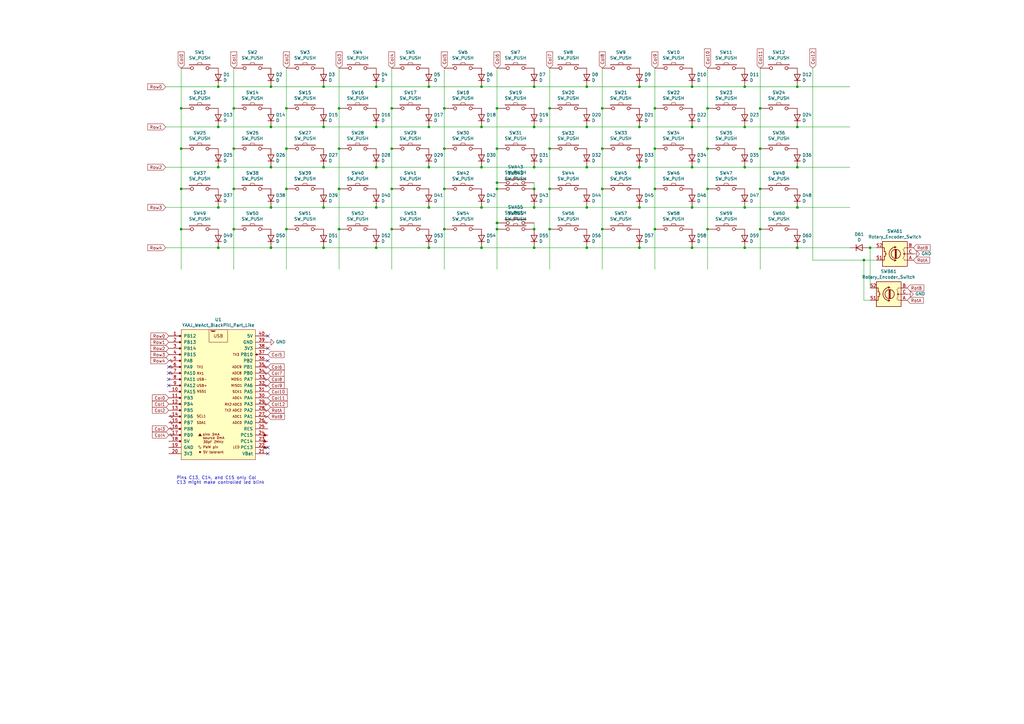
<source format=kicad_sch>
(kicad_sch (version 20211123) (generator eeschema)

  (uuid 767c91fb-8ab7-45fe-bb6c-5cadeaacda56)

  (paper "A3")

  (lib_symbols
    (symbol "Device:D" (pin_numbers hide) (pin_names (offset 1.016) hide) (in_bom yes) (on_board yes)
      (property "Reference" "D" (id 0) (at 0 2.54 0)
        (effects (font (size 1.27 1.27)))
      )
      (property "Value" "D" (id 1) (at 0 -2.54 0)
        (effects (font (size 1.27 1.27)))
      )
      (property "Footprint" "" (id 2) (at 0 0 0)
        (effects (font (size 1.27 1.27)) hide)
      )
      (property "Datasheet" "~" (id 3) (at 0 0 0)
        (effects (font (size 1.27 1.27)) hide)
      )
      (property "ki_keywords" "diode" (id 4) (at 0 0 0)
        (effects (font (size 1.27 1.27)) hide)
      )
      (property "ki_description" "Diode" (id 5) (at 0 0 0)
        (effects (font (size 1.27 1.27)) hide)
      )
      (property "ki_fp_filters" "TO-???* *_Diode_* *SingleDiode* D_*" (id 6) (at 0 0 0)
        (effects (font (size 1.27 1.27)) hide)
      )
      (symbol "D_0_1"
        (polyline
          (pts
            (xy -1.27 1.27)
            (xy -1.27 -1.27)
          )
          (stroke (width 0.254) (type default) (color 0 0 0 0))
          (fill (type none))
        )
        (polyline
          (pts
            (xy 1.27 0)
            (xy -1.27 0)
          )
          (stroke (width 0) (type default) (color 0 0 0 0))
          (fill (type none))
        )
        (polyline
          (pts
            (xy 1.27 1.27)
            (xy 1.27 -1.27)
            (xy -1.27 0)
            (xy 1.27 1.27)
          )
          (stroke (width 0.254) (type default) (color 0 0 0 0))
          (fill (type none))
        )
      )
      (symbol "D_1_1"
        (pin passive line (at -3.81 0 0) (length 2.54)
          (name "K" (effects (font (size 1.27 1.27))))
          (number "1" (effects (font (size 1.27 1.27))))
        )
        (pin passive line (at 3.81 0 180) (length 2.54)
          (name "A" (effects (font (size 1.27 1.27))))
          (number "2" (effects (font (size 1.27 1.27))))
        )
      )
    )
    (symbol "Kebu-rescue:Rotary_Encoder_Switch-Device" (pin_names (offset 0.254) hide) (in_bom yes) (on_board yes)
      (property "Reference" "SW" (id 0) (at 0 6.604 0)
        (effects (font (size 1.27 1.27)))
      )
      (property "Value" "Rotary_Encoder_Switch-Device" (id 1) (at 0 -6.604 0)
        (effects (font (size 1.27 1.27)))
      )
      (property "Footprint" "" (id 2) (at -3.81 4.064 0)
        (effects (font (size 1.27 1.27)) hide)
      )
      (property "Datasheet" "" (id 3) (at 0 6.604 0)
        (effects (font (size 1.27 1.27)) hide)
      )
      (property "ki_fp_filters" "RotaryEncoder*Switch*" (id 4) (at 0 0 0)
        (effects (font (size 1.27 1.27)) hide)
      )
      (symbol "Rotary_Encoder_Switch-Device_0_1"
        (rectangle (start -5.08 5.08) (end 5.08 -5.08)
          (stroke (width 0.254) (type default) (color 0 0 0 0))
          (fill (type background))
        )
        (circle (center -3.81 0) (radius 0.254)
          (stroke (width 0) (type default) (color 0 0 0 0))
          (fill (type outline))
        )
        (arc (start -0.381 -2.794) (mid 2.3622 -0.0508) (end -0.381 2.667)
          (stroke (width 0.254) (type default) (color 0 0 0 0))
          (fill (type none))
        )
        (circle (center -0.381 0) (radius 1.905)
          (stroke (width 0.254) (type default) (color 0 0 0 0))
          (fill (type none))
        )
        (polyline
          (pts
            (xy -0.635 -1.778)
            (xy -0.635 1.778)
          )
          (stroke (width 0.254) (type default) (color 0 0 0 0))
          (fill (type none))
        )
        (polyline
          (pts
            (xy -0.381 -1.778)
            (xy -0.381 1.778)
          )
          (stroke (width 0.254) (type default) (color 0 0 0 0))
          (fill (type none))
        )
        (polyline
          (pts
            (xy -0.127 1.778)
            (xy -0.127 -1.778)
          )
          (stroke (width 0.254) (type default) (color 0 0 0 0))
          (fill (type none))
        )
        (polyline
          (pts
            (xy 3.81 0)
            (xy 3.429 0)
          )
          (stroke (width 0.254) (type default) (color 0 0 0 0))
          (fill (type none))
        )
        (polyline
          (pts
            (xy 3.81 1.016)
            (xy 3.81 -1.016)
          )
          (stroke (width 0.254) (type default) (color 0 0 0 0))
          (fill (type none))
        )
        (polyline
          (pts
            (xy -5.08 -2.54)
            (xy -3.81 -2.54)
            (xy -3.81 -2.032)
          )
          (stroke (width 0) (type default) (color 0 0 0 0))
          (fill (type none))
        )
        (polyline
          (pts
            (xy -5.08 2.54)
            (xy -3.81 2.54)
            (xy -3.81 2.032)
          )
          (stroke (width 0) (type default) (color 0 0 0 0))
          (fill (type none))
        )
        (polyline
          (pts
            (xy 0.254 -3.048)
            (xy -0.508 -2.794)
            (xy 0.127 -2.413)
          )
          (stroke (width 0.254) (type default) (color 0 0 0 0))
          (fill (type none))
        )
        (polyline
          (pts
            (xy 0.254 2.921)
            (xy -0.508 2.667)
            (xy 0.127 2.286)
          )
          (stroke (width 0.254) (type default) (color 0 0 0 0))
          (fill (type none))
        )
        (polyline
          (pts
            (xy 5.08 -2.54)
            (xy 4.318 -2.54)
            (xy 4.318 -1.016)
          )
          (stroke (width 0.254) (type default) (color 0 0 0 0))
          (fill (type none))
        )
        (polyline
          (pts
            (xy 5.08 2.54)
            (xy 4.318 2.54)
            (xy 4.318 1.016)
          )
          (stroke (width 0.254) (type default) (color 0 0 0 0))
          (fill (type none))
        )
        (polyline
          (pts
            (xy -5.08 0)
            (xy -3.81 0)
            (xy -3.81 -1.016)
            (xy -3.302 -2.032)
          )
          (stroke (width 0) (type default) (color 0 0 0 0))
          (fill (type none))
        )
        (polyline
          (pts
            (xy -4.318 0)
            (xy -3.81 0)
            (xy -3.81 1.016)
            (xy -3.302 2.032)
          )
          (stroke (width 0) (type default) (color 0 0 0 0))
          (fill (type none))
        )
        (circle (center 4.318 -1.016) (radius 0.127)
          (stroke (width 0.254) (type default) (color 0 0 0 0))
          (fill (type none))
        )
        (circle (center 4.318 1.016) (radius 0.127)
          (stroke (width 0.254) (type default) (color 0 0 0 0))
          (fill (type none))
        )
      )
      (symbol "Rotary_Encoder_Switch-Device_1_1"
        (pin passive line (at -7.62 2.54 0) (length 2.54)
          (name "A" (effects (font (size 1.27 1.27))))
          (number "A" (effects (font (size 1.27 1.27))))
        )
        (pin passive line (at -7.62 -2.54 0) (length 2.54)
          (name "B" (effects (font (size 1.27 1.27))))
          (number "B" (effects (font (size 1.27 1.27))))
        )
        (pin passive line (at -7.62 0 0) (length 2.54)
          (name "C" (effects (font (size 1.27 1.27))))
          (number "C" (effects (font (size 1.27 1.27))))
        )
        (pin passive line (at 7.62 2.54 180) (length 2.54)
          (name "S1" (effects (font (size 1.27 1.27))))
          (number "S1" (effects (font (size 1.27 1.27))))
        )
        (pin passive line (at 7.62 -2.54 180) (length 2.54)
          (name "S2" (effects (font (size 1.27 1.27))))
          (number "S2" (effects (font (size 1.27 1.27))))
        )
      )
    )
    (symbol "YAAJ_WeAct_BlackPill_Part_Like:YAAJ_WeAct_BlackPill_Part_Like" (pin_names (offset 1.016)) (in_bom yes) (on_board yes)
      (property "Reference" "U" (id 0) (at -12.7 27.94 0)
        (effects (font (size 1.27 1.27)))
      )
      (property "Value" "YAAJ_WeAct_BlackPill_Part_Like" (id 1) (at 0 2.54 90)
        (effects (font (size 1.27 1.27)))
      )
      (property "Footprint" "Kicad-STM32:YAAJ_WeAct_BlackPill2" (id 2) (at 0.254 -29.972 0)
        (effects (font (size 1.27 1.27)) hide)
      )
      (property "Datasheet" "" (id 3) (at 17.78 -25.4 0)
        (effects (font (size 1.27 1.27)) hide)
      )
      (property "ki_keywords" "module black pill STM32" (id 4) (at 0 0 0)
        (effects (font (size 1.27 1.27)) hide)
      )
      (property "ki_description" "WeAct STM32F401/F411 Black Pill ; not KLC compliant" (id 5) (at 0 0 0)
        (effects (font (size 1.27 1.27)) hide)
      )
      (symbol "YAAJ_WeAct_BlackPill_Part_Like_0_0"
        (circle (center -15.748 -20.32) (radius 0.3556)
          (stroke (width 0) (type default) (color 0 0 0 0))
          (fill (type outline))
        )
        (circle (center -15.748 -17.78) (radius 0.3556)
          (stroke (width 0) (type default) (color 0 0 0 0))
          (fill (type outline))
        )
        (circle (center -15.748 -15.24) (radius 0.3556)
          (stroke (width 0) (type default) (color 0 0 0 0))
          (fill (type outline))
        )
        (circle (center -15.748 -12.7) (radius 0.3556)
          (stroke (width 0) (type default) (color 0 0 0 0))
          (fill (type outline))
        )
        (circle (center -15.748 -10.16) (radius 0.3556)
          (stroke (width 0) (type default) (color 0 0 0 0))
          (fill (type outline))
        )
        (circle (center -15.748 -7.62) (radius 0.3556)
          (stroke (width 0) (type default) (color 0 0 0 0))
          (fill (type outline))
        )
        (circle (center -15.748 -5.08) (radius 0.3556)
          (stroke (width 0) (type default) (color 0 0 0 0))
          (fill (type outline))
        )
        (circle (center -15.748 -2.54) (radius 0.3556)
          (stroke (width 0) (type default) (color 0 0 0 0))
          (fill (type outline))
        )
        (circle (center -15.748 0) (radius 0.3556)
          (stroke (width 0) (type default) (color 0 0 0 0))
          (fill (type outline))
        )
        (circle (center -15.748 2.54) (radius 0.3556)
          (stroke (width 0) (type default) (color 0 0 0 0))
          (fill (type outline))
        )
        (circle (center -15.748 5.08) (radius 0.3556)
          (stroke (width 0) (type default) (color 0 0 0 0))
          (fill (type outline))
        )
        (circle (center -15.748 7.62) (radius 0.3556)
          (stroke (width 0) (type default) (color 0 0 0 0))
          (fill (type outline))
        )
        (circle (center -15.748 10.16) (radius 0.3556)
          (stroke (width 0) (type default) (color 0 0 0 0))
          (fill (type outline))
        )
        (circle (center -15.748 12.7) (radius 0.3556)
          (stroke (width 0) (type default) (color 0 0 0 0))
          (fill (type outline))
        )
        (circle (center -15.748 15.24) (radius 0.3556)
          (stroke (width 0) (type default) (color 0 0 0 0))
          (fill (type outline))
        )
        (circle (center -15.748 17.78) (radius 0.3556)
          (stroke (width 0) (type default) (color 0 0 0 0))
          (fill (type outline))
        )
        (circle (center -15.748 22.86) (radius 0.3556)
          (stroke (width 0) (type default) (color 0 0 0 0))
          (fill (type outline))
        )
        (circle (center -7.493 -24.765) (radius 0.127)
          (stroke (width 0) (type default) (color 0 0 0 0))
          (fill (type outline))
        )
        (circle (center -7.493 -24.765) (radius 0.254)
          (stroke (width 0) (type default) (color 0 0 0 0))
          (fill (type none))
        )
        (circle (center -7.493 -24.765) (radius 0.3556)
          (stroke (width 0) (type default) (color 0 0 0 0))
          (fill (type none))
        )
        (polyline
          (pts
            (xy -8.128 -18.161)
            (xy -7.493 -17.145)
            (xy -6.858 -18.161)
            (xy -8.128 -18.161)
            (xy -7.493 -17.272)
            (xy -6.985 -18.161)
            (xy -8.001 -18.034)
            (xy -7.493 -17.399)
            (xy -7.112 -18.161)
            (xy -7.874 -17.907)
            (xy -7.366 -17.526)
            (xy -7.239 -18.161)
            (xy -7.747 -17.78)
            (xy -7.239 -17.653)
            (xy -7.366 -18.034)
            (xy -7.62 -17.78)
            (xy -7.366 -17.907)
            (xy -7.493 -17.653)
          )
          (stroke (width 0) (type default) (color 0 0 0 0))
          (fill (type none))
        )
        (polyline
          (pts
            (xy 18.415 -23.241)
            (xy 19.05 -22.225)
            (xy 19.685 -23.241)
            (xy 18.415 -23.241)
            (xy 19.05 -22.352)
            (xy 19.558 -23.241)
            (xy 18.542 -23.114)
            (xy 19.05 -22.479)
            (xy 19.431 -23.241)
            (xy 18.669 -22.987)
            (xy 19.177 -22.606)
            (xy 19.304 -23.241)
            (xy 18.796 -22.86)
            (xy 19.304 -22.733)
            (xy 19.177 -23.114)
            (xy 18.923 -22.86)
            (xy 19.177 -22.987)
            (xy 19.05 -22.733)
          )
          (stroke (width 0) (type default) (color 0 0 0 0))
          (fill (type none))
        )
        (polyline
          (pts
            (xy 18.415 -20.701)
            (xy 19.05 -19.685)
            (xy 19.685 -20.701)
            (xy 18.415 -20.701)
            (xy 19.05 -19.812)
            (xy 19.558 -20.701)
            (xy 18.542 -20.574)
            (xy 19.05 -19.939)
            (xy 19.431 -20.701)
            (xy 18.669 -20.447)
            (xy 19.177 -20.066)
            (xy 19.304 -20.701)
            (xy 18.796 -20.32)
            (xy 19.304 -20.193)
            (xy 19.177 -20.574)
            (xy 18.923 -20.32)
            (xy 19.177 -20.447)
            (xy 19.05 -20.193)
          )
          (stroke (width 0) (type default) (color 0 0 0 0))
          (fill (type none))
        )
        (polyline
          (pts
            (xy 18.415 -18.161)
            (xy 19.05 -17.145)
            (xy 19.685 -18.161)
            (xy 18.415 -18.161)
            (xy 19.05 -17.272)
            (xy 19.558 -18.161)
            (xy 18.542 -18.034)
            (xy 19.05 -17.399)
            (xy 19.431 -18.161)
            (xy 18.669 -17.907)
            (xy 19.177 -17.526)
            (xy 19.304 -18.161)
            (xy 18.796 -17.78)
            (xy 19.304 -17.653)
            (xy 19.177 -18.034)
            (xy 18.923 -17.78)
            (xy 19.177 -17.907)
            (xy 19.05 -17.653)
          )
          (stroke (width 0) (type default) (color 0 0 0 0))
          (fill (type none))
        )
        (circle (center 15.748 15.24) (radius 0.254)
          (stroke (width 0) (type default) (color 0 0 0 0))
          (fill (type outline))
        )
        (circle (center 15.748 15.24) (radius 0.3556)
          (stroke (width 0) (type default) (color 0 0 0 0))
          (fill (type none))
        )
        (text "30pF 2MHz" (at -2.032 -20.574 0)
          (effects (font (size 0.9906 0.9906)))
        )
        (text "5V tolerant" (at -2.032 -24.765 0)
          (effects (font (size 0.9906 0.9906)))
        )
        (text "ADC0" (at 7.747 -12.7 0)
          (effects (font (size 0.9906 0.9906)))
        )
        (text "ADC1" (at 7.747 -10.16 0)
          (effects (font (size 0.9906 0.9906)))
        )
        (text "ADC2" (at 7.747 -7.62 0)
          (effects (font (size 0.9906 0.9906)))
        )
        (text "ADC3" (at 7.747 -5.207 0)
          (effects (font (size 0.9906 0.9906)))
        )
        (text "ADC4" (at 7.747 -2.54 0)
          (effects (font (size 0.9906 0.9906)))
        )
        (text "ADC8" (at 7.62 7.62 0)
          (effects (font (size 0.9906 0.9906)))
        )
        (text "ADC9" (at 7.62 10.16 0)
          (effects (font (size 0.9906 0.9906)))
        )
        (text "LED" (at 7.366 -22.733 0)
          (effects (font (size 0.9906 0.9906)))
        )
        (text "MISO1" (at 7.493 2.54 0)
          (effects (font (size 0.9906 0.9906)))
        )
        (text "MOSI1" (at 7.493 5.08 0)
          (effects (font (size 0.9906 0.9906)))
        )
        (text "NSS1" (at -6.858 0.127 0)
          (effects (font (size 0.9906 0.9906)))
        )
        (text "PWM pin" (at -3.175 -22.733 0)
          (effects (font (size 0.9906 0.9906)))
        )
        (text "RX1" (at -7.366 7.493 0)
          (effects (font (size 0.9906 0.9906)))
        )
        (text "RX2" (at 4.064 -5.207 0)
          (effects (font (size 0.9906 0.9906)))
        )
        (text "SCK1" (at 7.747 0 0)
          (effects (font (size 0.9906 0.9906)))
        )
        (text "SCL1" (at -6.985 -10.033 0)
          (effects (font (size 0.9906 0.9906)))
        )
        (text "SDA1" (at -6.985 -12.7 0)
          (effects (font (size 0.9906 0.9906)))
        )
        (text "sink 3mA" (at -2.921 -17.526 0)
          (effects (font (size 0.9906 0.9906)))
        )
        (text "source 0mA" (at -1.905 -18.923 0)
          (effects (font (size 0.9906 0.9906)))
        )
        (text "TX1" (at -7.493 10.16 0)
          (effects (font (size 0.9906 0.9906)))
        )
        (text "TX2" (at 3.937 -7.62 0)
          (effects (font (size 0.9906 0.9906)))
        )
        (text "TX3" (at 7.239 15.24 0)
          (effects (font (size 0.9906 0.9906)))
        )
        (text "USB" (at 0 22.86 0)
          (effects (font (size 1.27 1.27)))
        )
        (text "USB+" (at -6.731 2.54 0)
          (effects (font (size 0.9906 0.9906)))
        )
        (text "USB-" (at -6.731 5.08 0)
          (effects (font (size 0.9906 0.9906)))
        )
        (text "Y@@J" (at -2.159 24.892 0)
          (effects (font (size 0.508 0.508)))
        )
      )
      (symbol "YAAJ_WeAct_BlackPill_Part_Like_0_1"
        (rectangle (start -15.24 25.4) (end 15.24 -27.94)
          (stroke (width 0) (type default) (color 0 0 0 0))
          (fill (type background))
        )
        (polyline
          (pts
            (xy -18.796 -17.78)
            (xy -18.796 -18.288)
            (xy -19.304 -18.288)
            (xy -19.304 -17.272)
            (xy -19.812 -17.272)
            (xy -19.812 -17.78)
          )
          (stroke (width 0) (type default) (color 0 0 0 0))
          (fill (type none))
        )
        (polyline
          (pts
            (xy -18.796 -15.24)
            (xy -18.796 -15.748)
            (xy -19.304 -15.748)
            (xy -19.304 -14.732)
            (xy -19.812 -14.732)
            (xy -19.812 -15.24)
          )
          (stroke (width 0) (type default) (color 0 0 0 0))
          (fill (type none))
        )
        (polyline
          (pts
            (xy -18.796 -12.7)
            (xy -18.796 -13.208)
            (xy -19.304 -13.208)
            (xy -19.304 -12.192)
            (xy -19.812 -12.192)
            (xy -19.812 -12.7)
          )
          (stroke (width 0) (type default) (color 0 0 0 0))
          (fill (type none))
        )
        (polyline
          (pts
            (xy -18.796 -10.16)
            (xy -18.796 -10.668)
            (xy -19.304 -10.668)
            (xy -19.304 -9.652)
            (xy -19.812 -9.652)
            (xy -19.812 -10.16)
          )
          (stroke (width 0) (type default) (color 0 0 0 0))
          (fill (type none))
        )
        (polyline
          (pts
            (xy -18.796 7.62)
            (xy -18.796 7.112)
            (xy -19.304 7.112)
            (xy -19.304 8.128)
            (xy -19.812 8.128)
            (xy -19.812 7.62)
          )
          (stroke (width 0) (type default) (color 0 0 0 0))
          (fill (type none))
        )
        (polyline
          (pts
            (xy -18.796 10.16)
            (xy -18.796 9.652)
            (xy -19.304 9.652)
            (xy -19.304 10.668)
            (xy -19.812 10.668)
            (xy -19.812 10.16)
          )
          (stroke (width 0) (type default) (color 0 0 0 0))
          (fill (type none))
        )
        (polyline
          (pts
            (xy -18.796 12.7)
            (xy -18.796 12.192)
            (xy -19.304 12.192)
            (xy -19.304 13.208)
            (xy -19.812 13.208)
            (xy -19.812 12.7)
          )
          (stroke (width 0) (type default) (color 0 0 0 0))
          (fill (type none))
        )
        (polyline
          (pts
            (xy -7.112 -22.733)
            (xy -7.112 -23.241)
            (xy -7.62 -23.241)
            (xy -7.62 -22.225)
            (xy -8.128 -22.225)
            (xy -8.128 -22.733)
          )
          (stroke (width 0) (type default) (color 0 0 0 0))
          (fill (type none))
        )
        (polyline
          (pts
            (xy 19.812 -12.7)
            (xy 19.812 -13.208)
            (xy 19.304 -13.208)
            (xy 19.304 -12.192)
            (xy 18.796 -12.192)
            (xy 18.796 -12.7)
          )
          (stroke (width 0) (type default) (color 0 0 0 0))
          (fill (type none))
        )
        (polyline
          (pts
            (xy 19.812 -10.16)
            (xy 19.812 -10.668)
            (xy 19.304 -10.668)
            (xy 19.304 -9.652)
            (xy 18.796 -9.652)
            (xy 18.796 -10.16)
          )
          (stroke (width 0) (type default) (color 0 0 0 0))
          (fill (type none))
        )
        (polyline
          (pts
            (xy 19.812 -7.62)
            (xy 19.812 -8.128)
            (xy 19.304 -8.128)
            (xy 19.304 -7.112)
            (xy 18.796 -7.112)
            (xy 18.796 -7.62)
          )
          (stroke (width 0) (type default) (color 0 0 0 0))
          (fill (type none))
        )
        (polyline
          (pts
            (xy 19.812 -5.08)
            (xy 19.812 -5.588)
            (xy 19.304 -5.588)
            (xy 19.304 -4.572)
            (xy 18.796 -4.572)
            (xy 18.796 -5.08)
          )
          (stroke (width 0) (type default) (color 0 0 0 0))
          (fill (type none))
        )
        (polyline
          (pts
            (xy 19.812 2.54)
            (xy 19.812 2.032)
            (xy 19.304 2.032)
            (xy 19.304 3.048)
            (xy 18.796 3.048)
            (xy 18.796 2.54)
          )
          (stroke (width 0) (type default) (color 0 0 0 0))
          (fill (type none))
        )
        (polyline
          (pts
            (xy 19.812 5.08)
            (xy 19.812 4.572)
            (xy 19.304 4.572)
            (xy 19.304 5.588)
            (xy 18.796 5.588)
            (xy 18.796 5.08)
          )
          (stroke (width 0) (type default) (color 0 0 0 0))
          (fill (type none))
        )
        (polyline
          (pts
            (xy 19.812 7.62)
            (xy 19.812 7.112)
            (xy 19.304 7.112)
            (xy 19.304 8.128)
            (xy 18.796 8.128)
            (xy 18.796 7.62)
          )
          (stroke (width 0) (type default) (color 0 0 0 0))
          (fill (type none))
        )
        (polyline
          (pts
            (xy 19.812 10.16)
            (xy 19.812 9.652)
            (xy 19.304 9.652)
            (xy 19.304 10.668)
            (xy 18.796 10.668)
            (xy 18.796 10.16)
          )
          (stroke (width 0) (type default) (color 0 0 0 0))
          (fill (type none))
        )
        (rectangle (start 3.81 25.4) (end -3.81 20.32)
          (stroke (width 0) (type default) (color 0 0 0 0))
          (fill (type none))
        )
      )
      (symbol "YAAJ_WeAct_BlackPill_Part_Like_1_1"
        (circle (center -15.748 20.32) (radius 0.3556)
          (stroke (width 0) (type default) (color 0 0 0 0))
          (fill (type outline))
        )
        (pin bidirectional line (at -20.32 22.86 0) (length 5.08)
          (name "PB12" (effects (font (size 1.27 1.27))))
          (number "1" (effects (font (size 1.27 1.27))))
        )
        (pin bidirectional line (at -20.32 0 0) (length 5.08)
          (name "PA15" (effects (font (size 1.27 1.27))))
          (number "10" (effects (font (size 1.27 1.27))))
        )
        (pin bidirectional line (at -20.32 -2.54 0) (length 5.08)
          (name "PB3" (effects (font (size 1.27 1.27))))
          (number "11" (effects (font (size 1.27 1.27))))
        )
        (pin bidirectional line (at -20.32 -5.08 0) (length 5.08)
          (name "PB4" (effects (font (size 1.27 1.27))))
          (number "12" (effects (font (size 1.27 1.27))))
        )
        (pin bidirectional line (at -20.32 -7.62 0) (length 5.08)
          (name "PB5" (effects (font (size 1.27 1.27))))
          (number "13" (effects (font (size 1.27 1.27))))
        )
        (pin bidirectional line (at -20.32 -10.16 0) (length 5.08)
          (name "PB6" (effects (font (size 1.27 1.27))))
          (number "14" (effects (font (size 1.27 1.27))))
        )
        (pin bidirectional line (at -20.32 -12.7 0) (length 5.08)
          (name "PB7" (effects (font (size 1.27 1.27))))
          (number "15" (effects (font (size 1.27 1.27))))
        )
        (pin bidirectional line (at -20.32 -15.24 0) (length 5.08)
          (name "PB8" (effects (font (size 1.27 1.27))))
          (number "16" (effects (font (size 1.27 1.27))))
        )
        (pin bidirectional line (at -20.32 -17.78 0) (length 5.08)
          (name "PB9" (effects (font (size 1.27 1.27))))
          (number "17" (effects (font (size 1.27 1.27))))
        )
        (pin power_in line (at -20.32 -20.32 0) (length 5.08)
          (name "5V" (effects (font (size 1.27 1.27))))
          (number "18" (effects (font (size 1.27 1.27))))
        )
        (pin power_in line (at -20.32 -22.86 0) (length 5.08)
          (name "GND" (effects (font (size 1.27 1.27))))
          (number "19" (effects (font (size 1.27 1.27))))
        )
        (pin bidirectional line (at -20.32 20.32 0) (length 5.08)
          (name "PB13" (effects (font (size 1.27 1.27))))
          (number "2" (effects (font (size 1.27 1.27))))
        )
        (pin power_in line (at -20.32 -25.4 0) (length 5.08)
          (name "3V3" (effects (font (size 1.27 1.27))))
          (number "20" (effects (font (size 1.27 1.27))))
        )
        (pin power_in line (at 20.32 -25.4 180) (length 5.08)
          (name "VBat" (effects (font (size 1.27 1.27))))
          (number "21" (effects (font (size 1.27 1.27))))
        )
        (pin bidirectional line (at 20.32 -22.86 180) (length 5.08)
          (name "PC13" (effects (font (size 1.27 1.27))))
          (number "22" (effects (font (size 1.27 1.27))))
        )
        (pin bidirectional line (at 20.32 -20.32 180) (length 5.08)
          (name "PC14" (effects (font (size 1.27 1.27))))
          (number "23" (effects (font (size 1.27 1.27))))
        )
        (pin bidirectional line (at 20.32 -17.78 180) (length 5.08)
          (name "PC15" (effects (font (size 1.27 1.27))))
          (number "24" (effects (font (size 1.27 1.27))))
        )
        (pin input line (at 20.32 -15.24 180) (length 5.08)
          (name "RES" (effects (font (size 1.27 1.27))))
          (number "25" (effects (font (size 1.27 1.27))))
        )
        (pin bidirectional line (at 20.32 -12.7 180) (length 5.08)
          (name "PA0" (effects (font (size 1.27 1.27))))
          (number "26" (effects (font (size 1.27 1.27))))
        )
        (pin bidirectional line (at 20.32 -10.16 180) (length 5.08)
          (name "PA1" (effects (font (size 1.27 1.27))))
          (number "27" (effects (font (size 1.27 1.27))))
        )
        (pin bidirectional line (at 20.32 -7.62 180) (length 5.08)
          (name "PA2" (effects (font (size 1.27 1.27))))
          (number "28" (effects (font (size 1.27 1.27))))
        )
        (pin bidirectional line (at 20.32 -5.08 180) (length 5.08)
          (name "PA3" (effects (font (size 1.27 1.27))))
          (number "29" (effects (font (size 1.27 1.27))))
        )
        (pin bidirectional line (at -20.32 17.78 0) (length 5.08)
          (name "PB14" (effects (font (size 1.27 1.27))))
          (number "3" (effects (font (size 1.27 1.27))))
        )
        (pin bidirectional line (at 20.32 -2.54 180) (length 5.08)
          (name "PA4" (effects (font (size 1.27 1.27))))
          (number "30" (effects (font (size 1.27 1.27))))
        )
        (pin bidirectional line (at 20.32 0 180) (length 5.08)
          (name "PA5" (effects (font (size 1.27 1.27))))
          (number "31" (effects (font (size 1.27 1.27))))
        )
        (pin bidirectional line (at 20.32 2.54 180) (length 5.08)
          (name "PA6" (effects (font (size 1.27 1.27))))
          (number "32" (effects (font (size 1.27 1.27))))
        )
        (pin bidirectional line (at 20.32 5.08 180) (length 5.08)
          (name "PA7" (effects (font (size 1.27 1.27))))
          (number "33" (effects (font (size 1.27 1.27))))
        )
        (pin bidirectional line (at 20.32 7.62 180) (length 5.08)
          (name "PB0" (effects (font (size 1.27 1.27))))
          (number "34" (effects (font (size 1.27 1.27))))
        )
        (pin bidirectional line (at 20.32 10.16 180) (length 5.08)
          (name "PB1" (effects (font (size 1.27 1.27))))
          (number "35" (effects (font (size 1.27 1.27))))
        )
        (pin bidirectional line (at 20.32 12.7 180) (length 5.08)
          (name "PB2" (effects (font (size 1.27 1.27))))
          (number "36" (effects (font (size 1.27 1.27))))
        )
        (pin bidirectional line (at 20.32 15.24 180) (length 5.08)
          (name "PB10" (effects (font (size 1.27 1.27))))
          (number "37" (effects (font (size 1.27 1.27))))
        )
        (pin power_in line (at 20.32 17.78 180) (length 5.08)
          (name "3V3" (effects (font (size 1.27 1.27))))
          (number "38" (effects (font (size 1.27 1.27))))
        )
        (pin power_in line (at 20.32 20.32 180) (length 5.08)
          (name "GND" (effects (font (size 1.27 1.27))))
          (number "39" (effects (font (size 1.27 1.27))))
        )
        (pin bidirectional line (at -20.32 15.24 0) (length 5.08)
          (name "PB15" (effects (font (size 1.27 1.27))))
          (number "4" (effects (font (size 1.27 1.27))))
        )
        (pin power_in line (at 20.32 22.86 180) (length 5.08)
          (name "5V" (effects (font (size 1.27 1.27))))
          (number "40" (effects (font (size 1.27 1.27))))
        )
        (pin bidirectional line (at -20.32 12.7 0) (length 5.08)
          (name "PA8" (effects (font (size 1.27 1.27))))
          (number "5" (effects (font (size 1.27 1.27))))
        )
        (pin bidirectional line (at -20.32 10.16 0) (length 5.08)
          (name "PA9" (effects (font (size 1.27 1.27))))
          (number "6" (effects (font (size 1.27 1.27))))
        )
        (pin bidirectional line (at -20.32 7.62 0) (length 5.08)
          (name "PA10" (effects (font (size 1.27 1.27))))
          (number "7" (effects (font (size 1.27 1.27))))
        )
        (pin bidirectional line (at -20.32 5.08 0) (length 5.08)
          (name "PA11" (effects (font (size 1.27 1.27))))
          (number "8" (effects (font (size 1.27 1.27))))
        )
        (pin bidirectional line (at -20.32 2.54 0) (length 5.08)
          (name "PA12" (effects (font (size 1.27 1.27))))
          (number "9" (effects (font (size 1.27 1.27))))
        )
      )
    )
    (symbol "kbd:SW_PUSH" (pin_numbers hide) (pin_names (offset 1.016) hide) (in_bom yes) (on_board yes)
      (property "Reference" "SW" (id 0) (at 3.81 2.794 0)
        (effects (font (size 1.27 1.27)))
      )
      (property "Value" "SW_PUSH" (id 1) (at 0 -2.032 0)
        (effects (font (size 1.27 1.27)))
      )
      (property "Footprint" "" (id 2) (at 0 0 0)
        (effects (font (size 1.27 1.27)))
      )
      (property "Datasheet" "" (id 3) (at 0 0 0)
        (effects (font (size 1.27 1.27)))
      )
      (symbol "SW_PUSH_0_1"
        (rectangle (start -4.318 1.27) (end 4.318 1.524)
          (stroke (width 0) (type default) (color 0 0 0 0))
          (fill (type none))
        )
        (polyline
          (pts
            (xy -1.016 1.524)
            (xy -0.762 2.286)
            (xy 0.762 2.286)
            (xy 1.016 1.524)
          )
          (stroke (width 0) (type default) (color 0 0 0 0))
          (fill (type none))
        )
        (pin passive inverted (at -7.62 0 0) (length 5.08)
          (name "1" (effects (font (size 1.27 1.27))))
          (number "1" (effects (font (size 1.27 1.27))))
        )
        (pin passive inverted (at 7.62 0 180) (length 5.08)
          (name "2" (effects (font (size 1.27 1.27))))
          (number "2" (effects (font (size 1.27 1.27))))
        )
      )
    )
    (symbol "power:GND" (power) (pin_names (offset 0)) (in_bom yes) (on_board yes)
      (property "Reference" "#PWR" (id 0) (at 0 -6.35 0)
        (effects (font (size 1.27 1.27)) hide)
      )
      (property "Value" "GND" (id 1) (at 0 -3.81 0)
        (effects (font (size 1.27 1.27)))
      )
      (property "Footprint" "" (id 2) (at 0 0 0)
        (effects (font (size 1.27 1.27)) hide)
      )
      (property "Datasheet" "" (id 3) (at 0 0 0)
        (effects (font (size 1.27 1.27)) hide)
      )
      (property "ki_keywords" "power-flag" (id 4) (at 0 0 0)
        (effects (font (size 1.27 1.27)) hide)
      )
      (property "ki_description" "Power symbol creates a global label with name \"GND\" , ground" (id 5) (at 0 0 0)
        (effects (font (size 1.27 1.27)) hide)
      )
      (symbol "GND_0_1"
        (polyline
          (pts
            (xy 0 0)
            (xy 0 -1.27)
            (xy 1.27 -1.27)
            (xy 0 -2.54)
            (xy -1.27 -1.27)
            (xy 0 -1.27)
          )
          (stroke (width 0) (type default) (color 0 0 0 0))
          (fill (type none))
        )
      )
      (symbol "GND_1_1"
        (pin power_in line (at 0 0 270) (length 0) hide
          (name "GND" (effects (font (size 1.27 1.27))))
          (number "1" (effects (font (size 1.27 1.27))))
        )
      )
    )
  )

  (junction (at 117.475 60.96) (diameter 0) (color 0 0 0 0)
    (uuid 00d5dd8b-5d44-40d1-aa9b-91b8f5506012)
  )
  (junction (at 182.245 93.98) (diameter 0) (color 0 0 0 0)
    (uuid 0191d2fb-8928-4484-9362-de9b53bc54ea)
  )
  (junction (at 283.845 35.56) (diameter 0) (color 0 0 0 0)
    (uuid 01cd947b-ba60-48d2-afc3-da0ee8129d71)
  )
  (junction (at 197.485 85.09) (diameter 0) (color 0 0 0 0)
    (uuid 01f32a99-be30-4451-b536-e3f34acde779)
  )
  (junction (at 154.305 68.58) (diameter 0) (color 0 0 0 0)
    (uuid 0ace718d-38f4-4b92-9ec0-b158c07ad1f6)
  )
  (junction (at 111.125 68.58) (diameter 0) (color 0 0 0 0)
    (uuid 0c8fd8fb-4dfe-4c0a-b840-bd888d36b899)
  )
  (junction (at 74.295 44.45) (diameter 0) (color 0 0 0 0)
    (uuid 0fbba780-6125-4187-8ee2-ec18f4d344b2)
  )
  (junction (at 203.835 44.45) (diameter 0) (color 0 0 0 0)
    (uuid 111a7b85-c6b0-4920-9efa-0ae1fb25d443)
  )
  (junction (at 175.895 52.07) (diameter 0) (color 0 0 0 0)
    (uuid 123b20ea-56e1-43ea-9421-9ac9bcd53f5e)
  )
  (junction (at 89.535 101.6) (diameter 0) (color 0 0 0 0)
    (uuid 12622248-6f4b-4ccc-9372-a4074e1faf14)
  )
  (junction (at 225.425 77.47) (diameter 0) (color 0 0 0 0)
    (uuid 136c50b4-2f57-495d-9ae4-13e0691e79cf)
  )
  (junction (at 219.075 52.07) (diameter 0) (color 0 0 0 0)
    (uuid 13c5aa6a-662f-44da-82fd-2eccbaf54c8b)
  )
  (junction (at 160.655 44.45) (diameter 0) (color 0 0 0 0)
    (uuid 1482ad24-6ed4-46ea-817a-3604ac76cabb)
  )
  (junction (at 247.015 44.45) (diameter 0) (color 0 0 0 0)
    (uuid 14d5c626-a4fd-45e1-a12d-6c85cfbbed8d)
  )
  (junction (at 154.305 101.6) (diameter 0) (color 0 0 0 0)
    (uuid 172faee5-378c-414a-afda-6457d865860c)
  )
  (junction (at 74.295 93.98) (diameter 0) (color 0 0 0 0)
    (uuid 178ca544-acee-4cbe-8b83-a610aea92536)
  )
  (junction (at 356.87 101.6) (diameter 0) (color 0 0 0 0)
    (uuid 18249074-2a39-4e18-8b0d-0eb26471ea15)
  )
  (junction (at 305.435 52.07) (diameter 0) (color 0 0 0 0)
    (uuid 18b2218a-8f5f-43ff-8fbc-366b0d6af7b1)
  )
  (junction (at 95.885 44.45) (diameter 0) (color 0 0 0 0)
    (uuid 1ad13fa9-cb06-450c-b627-68ead8e6c673)
  )
  (junction (at 247.015 60.96) (diameter 0) (color 0 0 0 0)
    (uuid 1c0a5b9f-61e3-468c-a7f5-d7fb81ba0657)
  )
  (junction (at 262.255 35.56) (diameter 0) (color 0 0 0 0)
    (uuid 1d4e65d0-9874-4e34-9e4a-5dbc02fed209)
  )
  (junction (at 111.125 85.09) (diameter 0) (color 0 0 0 0)
    (uuid 20bdb956-de6a-40ee-b732-527652d8a1ac)
  )
  (junction (at 262.255 101.6) (diameter 0) (color 0 0 0 0)
    (uuid 22760736-97ca-465d-8dc8-c92362d9a82d)
  )
  (junction (at 95.885 77.47) (diameter 0) (color 0 0 0 0)
    (uuid 25f5d01d-6a63-462b-b92d-54d047544a7b)
  )
  (junction (at 305.435 35.56) (diameter 0) (color 0 0 0 0)
    (uuid 275ad10e-9e3a-4a11-9692-86f1c328d9de)
  )
  (junction (at 132.715 35.56) (diameter 0) (color 0 0 0 0)
    (uuid 27e3a75a-8f2c-4173-8837-9c1685ef93e2)
  )
  (junction (at 225.425 60.96) (diameter 0) (color 0 0 0 0)
    (uuid 2a9bd760-5c38-4eed-90b7-45c8ee003075)
  )
  (junction (at 219.075 68.58) (diameter 0) (color 0 0 0 0)
    (uuid 2bfa7970-f9e4-4a97-9d45-d4a4f4072082)
  )
  (junction (at 219.075 101.6) (diameter 0) (color 0 0 0 0)
    (uuid 2ca0ced3-307b-4478-8fff-6537f0e30dad)
  )
  (junction (at 117.475 77.47) (diameter 0) (color 0 0 0 0)
    (uuid 2dd51fc1-ee57-4ede-8896-9f7ec8573103)
  )
  (junction (at 203.835 93.98) (diameter 0) (color 0 0 0 0)
    (uuid 2ec0ceac-82b8-463f-833f-0ec8211fcf92)
  )
  (junction (at 311.785 60.96) (diameter 0) (color 0 0 0 0)
    (uuid 2ee14021-a90e-4202-99b4-e737e03a41b2)
  )
  (junction (at 311.785 44.45) (diameter 0) (color 0 0 0 0)
    (uuid 33381613-53c2-416c-a555-dd53b53d8ce0)
  )
  (junction (at 74.295 77.47) (diameter 0) (color 0 0 0 0)
    (uuid 334e1554-5e4e-4a0d-ac4c-5e41f56144b7)
  )
  (junction (at 240.665 35.56) (diameter 0) (color 0 0 0 0)
    (uuid 34bbe81c-c481-430c-b4ed-03ace8392fe0)
  )
  (junction (at 74.295 60.96) (diameter 0) (color 0 0 0 0)
    (uuid 35335089-00e4-4050-b830-0a90dcb52fe7)
  )
  (junction (at 154.305 35.56) (diameter 0) (color 0 0 0 0)
    (uuid 3657d42c-bdbe-4ddf-9903-dd6917ccabd3)
  )
  (junction (at 283.845 101.6) (diameter 0) (color 0 0 0 0)
    (uuid 3685da23-4b0c-40c4-95fd-39655fc2260f)
  )
  (junction (at 225.425 44.45) (diameter 0) (color 0 0 0 0)
    (uuid 3d47f704-74df-4532-aa38-092a3bef2638)
  )
  (junction (at 290.195 77.47) (diameter 0) (color 0 0 0 0)
    (uuid 432f7b79-dc03-455e-9cf0-cd85e9b8038d)
  )
  (junction (at 240.665 85.09) (diameter 0) (color 0 0 0 0)
    (uuid 44c6b8b8-c47d-476f-94ae-451726250a7c)
  )
  (junction (at 219.075 85.09) (diameter 0) (color 0 0 0 0)
    (uuid 48120e95-a2d6-4d16-a4ad-cc0df4532140)
  )
  (junction (at 268.605 93.98) (diameter 0) (color 0 0 0 0)
    (uuid 4b5b6692-edb1-45df-b4e2-98a0e50a8c46)
  )
  (junction (at 219.075 35.56) (diameter 0) (color 0 0 0 0)
    (uuid 50ed4387-c89b-464e-96bf-8149bce6e670)
  )
  (junction (at 175.895 85.09) (diameter 0) (color 0 0 0 0)
    (uuid 5142e393-d748-410d-ac2f-c9b6e37d54ea)
  )
  (junction (at 175.895 68.58) (diameter 0) (color 0 0 0 0)
    (uuid 526789b2-c74a-45bb-bc14-f8bb2a91a8e5)
  )
  (junction (at 311.785 77.47) (diameter 0) (color 0 0 0 0)
    (uuid 52a0475a-bb6b-4272-a078-29a6c113bd06)
  )
  (junction (at 290.195 60.96) (diameter 0) (color 0 0 0 0)
    (uuid 556d58e1-d198-4c2a-accc-9c41e2b54259)
  )
  (junction (at 182.245 77.47) (diameter 0) (color 0 0 0 0)
    (uuid 574f6c46-47f2-4a5e-b519-369864ce4967)
  )
  (junction (at 247.015 77.47) (diameter 0) (color 0 0 0 0)
    (uuid 5ab30760-3801-43df-8150-33c225ae0ae8)
  )
  (junction (at 283.845 68.58) (diameter 0) (color 0 0 0 0)
    (uuid 5f7d56be-2645-4f65-ba40-25fdf36b5273)
  )
  (junction (at 182.245 44.45) (diameter 0) (color 0 0 0 0)
    (uuid 666869a7-dccb-434e-9029-b02c9c657b37)
  )
  (junction (at 89.535 35.56) (diameter 0) (color 0 0 0 0)
    (uuid 66c9178a-48c4-4af4-81e6-1e71c6a747fd)
  )
  (junction (at 139.065 44.45) (diameter 0) (color 0 0 0 0)
    (uuid 678af613-0c8e-4034-9fac-fbf7cafa8982)
  )
  (junction (at 89.535 68.58) (diameter 0) (color 0 0 0 0)
    (uuid 6e94aa13-697f-4318-9ea8-5d0c8bf4a3df)
  )
  (junction (at 327.025 68.58) (diameter 0) (color 0 0 0 0)
    (uuid 6fbd8999-afa6-4fc2-8dc1-55dc72af8596)
  )
  (junction (at 175.895 101.6) (diameter 0) (color 0 0 0 0)
    (uuid 78a2524c-80ad-49d2-a033-84bd166a8d27)
  )
  (junction (at 262.255 52.07) (diameter 0) (color 0 0 0 0)
    (uuid 7a7d718e-fab8-4464-ab6b-8ead908bcd15)
  )
  (junction (at 111.125 35.56) (diameter 0) (color 0 0 0 0)
    (uuid 8058d567-8274-4046-a70f-ed40a9bb4c3e)
  )
  (junction (at 268.605 77.47) (diameter 0) (color 0 0 0 0)
    (uuid 822b7194-6565-4f61-bb39-84f18ca92c59)
  )
  (junction (at 219.075 77.47) (diameter 0) (color 0 0 0 0)
    (uuid 8978c786-e133-41ae-b3b3-b9a72e058f68)
  )
  (junction (at 139.065 60.96) (diameter 0) (color 0 0 0 0)
    (uuid 8f2e791b-6c20-4597-ab40-b1c8369564f1)
  )
  (junction (at 132.715 101.6) (diameter 0) (color 0 0 0 0)
    (uuid 940c8812-7a2d-42a1-a616-81b43a5292d6)
  )
  (junction (at 354.33 106.68) (diameter 0) (color 0 0 0 0)
    (uuid 96208add-303c-474e-b638-98e217cd0bd0)
  )
  (junction (at 283.845 52.07) (diameter 0) (color 0 0 0 0)
    (uuid 97a7011c-8b35-4b00-941f-21ab49f8cb5b)
  )
  (junction (at 89.535 85.09) (diameter 0) (color 0 0 0 0)
    (uuid 9a218e3a-cd0c-4fe0-b116-10c237fa0b23)
  )
  (junction (at 197.485 68.58) (diameter 0) (color 0 0 0 0)
    (uuid 9a4b5274-0e3d-4ce1-9f88-2a627e1170c0)
  )
  (junction (at 203.835 91.44) (diameter 0) (color 0 0 0 0)
    (uuid 9bb33f90-6757-41e4-ac1c-9cc6bef2ea11)
  )
  (junction (at 154.305 52.07) (diameter 0) (color 0 0 0 0)
    (uuid 9c270aba-87a0-434a-bc8e-f8b24bb8daec)
  )
  (junction (at 160.655 77.47) (diameter 0) (color 0 0 0 0)
    (uuid 9cddc1a3-588c-40c1-94ee-64f44bce6b2f)
  )
  (junction (at 111.125 52.07) (diameter 0) (color 0 0 0 0)
    (uuid 9d439b07-ba93-41a3-8560-4db7b839e27c)
  )
  (junction (at 262.255 68.58) (diameter 0) (color 0 0 0 0)
    (uuid 9eda07ad-6c66-44f7-984a-a1b243c715f4)
  )
  (junction (at 283.845 85.09) (diameter 0) (color 0 0 0 0)
    (uuid a191ff31-c56c-4c72-b0de-24263e42baa2)
  )
  (junction (at 268.605 60.96) (diameter 0) (color 0 0 0 0)
    (uuid a4dc2657-e152-4771-a271-9ee9122b8b03)
  )
  (junction (at 290.195 93.98) (diameter 0) (color 0 0 0 0)
    (uuid a69d1094-77b9-48db-9d4f-899e6a530e85)
  )
  (junction (at 305.435 68.58) (diameter 0) (color 0 0 0 0)
    (uuid a763f217-692e-4029-be2e-842b8f1b37d9)
  )
  (junction (at 240.665 68.58) (diameter 0) (color 0 0 0 0)
    (uuid a7a1cb78-6167-424d-ba98-e7c2f920d71c)
  )
  (junction (at 203.835 60.96) (diameter 0) (color 0 0 0 0)
    (uuid a7bfa147-7d78-493d-a5a6-af9e9b6139e2)
  )
  (junction (at 132.715 52.07) (diameter 0) (color 0 0 0 0)
    (uuid a845dd56-d7ad-4800-bb67-bcc2345c4e71)
  )
  (junction (at 268.605 44.45) (diameter 0) (color 0 0 0 0)
    (uuid a8d787cc-2edf-44bc-915c-70167b55e7dc)
  )
  (junction (at 290.195 44.45) (diameter 0) (color 0 0 0 0)
    (uuid aa60003a-b4db-4a4a-bc4d-9a065cbf8a86)
  )
  (junction (at 203.835 74.93) (diameter 0) (color 0 0 0 0)
    (uuid adf03e32-e284-4b35-94ea-4189d7b251c1)
  )
  (junction (at 160.655 60.96) (diameter 0) (color 0 0 0 0)
    (uuid b1a2e7f4-662d-4e3e-ac3d-2791e9fece60)
  )
  (junction (at 160.655 93.98) (diameter 0) (color 0 0 0 0)
    (uuid b537c6b0-864a-40a9-96cd-c246b6ff4908)
  )
  (junction (at 197.485 52.07) (diameter 0) (color 0 0 0 0)
    (uuid b5b35e6e-4e05-4b32-b80a-9e1ee26a5bb4)
  )
  (junction (at 327.025 85.09) (diameter 0) (color 0 0 0 0)
    (uuid b7c3d278-f12b-46d8-a6ae-b800c429022e)
  )
  (junction (at 327.025 101.6) (diameter 0) (color 0 0 0 0)
    (uuid ba28c310-7b93-4bfb-96b8-8473bc6f5bad)
  )
  (junction (at 139.065 77.47) (diameter 0) (color 0 0 0 0)
    (uuid bc34d0e2-280f-47bc-9f82-be0cf21a2dc0)
  )
  (junction (at 132.715 85.09) (diameter 0) (color 0 0 0 0)
    (uuid c06fd4f3-57e9-44aa-93d4-c3774a4139b6)
  )
  (junction (at 262.255 85.09) (diameter 0) (color 0 0 0 0)
    (uuid c070709e-bb6c-47b5-ac4f-f2a781d9c24f)
  )
  (junction (at 139.065 93.98) (diameter 0) (color 0 0 0 0)
    (uuid c24e38fe-90be-4810-a8a4-d31ab6600491)
  )
  (junction (at 117.475 93.98) (diameter 0) (color 0 0 0 0)
    (uuid c489cf6c-f2bd-4f4c-a8ee-804eed93407f)
  )
  (junction (at 225.425 93.98) (diameter 0) (color 0 0 0 0)
    (uuid ca3220d5-dc19-48f0-84f6-c5ec9be28e9b)
  )
  (junction (at 197.485 101.6) (diameter 0) (color 0 0 0 0)
    (uuid ca51dfc9-e04a-4826-a7ee-5c7a99b6fe0f)
  )
  (junction (at 247.015 93.98) (diameter 0) (color 0 0 0 0)
    (uuid ca777c3d-64f0-44ad-89e9-fa3d79a0e789)
  )
  (junction (at 95.885 93.98) (diameter 0) (color 0 0 0 0)
    (uuid cb25b712-1971-41f9-b5d5-ed2556c0be0a)
  )
  (junction (at 154.305 85.09) (diameter 0) (color 0 0 0 0)
    (uuid d26a80d9-37fa-477e-ac6f-f8772e40a258)
  )
  (junction (at 111.125 101.6) (diameter 0) (color 0 0 0 0)
    (uuid d68975ab-7c28-415e-ba9a-75bc928a4dc2)
  )
  (junction (at 89.535 52.07) (diameter 0) (color 0 0 0 0)
    (uuid d8104e32-6042-4bf3-bcc9-ef17eb1bcc8e)
  )
  (junction (at 240.665 52.07) (diameter 0) (color 0 0 0 0)
    (uuid d9c075e1-c265-49ee-87b3-946b05f956cf)
  )
  (junction (at 197.485 35.56) (diameter 0) (color 0 0 0 0)
    (uuid e2b6e8c0-d26d-4a3d-882b-254eec5d0ecb)
  )
  (junction (at 240.665 101.6) (diameter 0) (color 0 0 0 0)
    (uuid e5107074-75d7-47b5-b4f8-f7d496f89a42)
  )
  (junction (at 95.885 60.96) (diameter 0) (color 0 0 0 0)
    (uuid e684e0d7-bbf6-430d-bb79-e3a433cc1f89)
  )
  (junction (at 219.075 93.98) (diameter 0) (color 0 0 0 0)
    (uuid ed881ffc-bf99-4594-802d-5df40250a2e1)
  )
  (junction (at 327.025 35.56) (diameter 0) (color 0 0 0 0)
    (uuid f05eb8a4-55ce-4a86-a515-9e6b171be475)
  )
  (junction (at 203.835 77.47) (diameter 0) (color 0 0 0 0)
    (uuid f32821f8-803e-4ace-9fcb-46c9ae267d70)
  )
  (junction (at 175.895 35.56) (diameter 0) (color 0 0 0 0)
    (uuid f3e94ab7-bb7a-4117-8045-e5168d3a862e)
  )
  (junction (at 132.715 68.58) (diameter 0) (color 0 0 0 0)
    (uuid f561bbb5-0e8a-4f72-99db-d1aa44bda541)
  )
  (junction (at 182.245 60.96) (diameter 0) (color 0 0 0 0)
    (uuid f594e71f-d2f9-4f44-b44b-abbb0bc8d599)
  )
  (junction (at 311.785 93.98) (diameter 0) (color 0 0 0 0)
    (uuid f9b5fd46-bf8e-4696-9d5e-45e13d76df03)
  )
  (junction (at 117.475 44.45) (diameter 0) (color 0 0 0 0)
    (uuid fa09a53a-83cb-4cba-baed-289fd812fd7a)
  )
  (junction (at 305.435 85.09) (diameter 0) (color 0 0 0 0)
    (uuid fec4fad4-8908-4da5-9b11-80e2b6613ce6)
  )
  (junction (at 327.025 52.07) (diameter 0) (color 0 0 0 0)
    (uuid ff511208-dfe5-4339-8f27-efe4fabf9fee)
  )
  (junction (at 305.435 101.6) (diameter 0) (color 0 0 0 0)
    (uuid fff9d809-97d9-43da-b29d-f5cdfea05820)
  )

  (no_connect (at 69.215 153.035) (uuid 066df913-b8ba-411c-9777-72f27868795e))
  (no_connect (at 69.215 155.575) (uuid 071f8246-380d-4540-9548-edeceb6a8dc8))
  (no_connect (at 69.215 158.115) (uuid 461a02a3-3ab6-4d6f-a64e-03f52c665716))
  (no_connect (at 109.855 186.055) (uuid 4787042b-70a9-49e0-a88e-584a8eb2d423))
  (no_connect (at 109.855 147.955) (uuid 4d41b8da-142e-44cd-8425-e7e19fb3ae18))
  (no_connect (at 109.855 142.875) (uuid 565a4509-63d8-4225-bfa2-410024be7d3c))
  (no_connect (at 109.855 137.795) (uuid 6ebd5edc-34f5-4348-bf6d-e83b2f2bbafd))
  (no_connect (at 109.855 183.515) (uuid a72c2e8b-a862-44cc-a12f-a97cdc41c974))
  (no_connect (at 69.215 150.495) (uuid f3ea8fde-f37b-461d-b310-c6c785788855))

  (wire (pts (xy 139.065 93.98) (xy 139.065 110.49))
    (stroke (width 0) (type default) (color 0 0 0 0))
    (uuid 00b7cab7-5762-43b6-94cb-c39ad999e2f1)
  )
  (wire (pts (xy 219.075 35.56) (xy 240.665 35.56))
    (stroke (width 0) (type default) (color 0 0 0 0))
    (uuid 0110d70b-61aa-4a0a-9a3f-fd6470d2f54d)
  )
  (wire (pts (xy 154.305 101.6) (xy 175.895 101.6))
    (stroke (width 0) (type default) (color 0 0 0 0))
    (uuid 01fde940-16ed-4812-ad67-2da3c92ec582)
  )
  (wire (pts (xy 333.375 27.94) (xy 333.375 106.68))
    (stroke (width 0) (type default) (color 0 0 0 0))
    (uuid 0528a9de-0b53-4b0e-8f95-0ea56175a1c2)
  )
  (wire (pts (xy 219.075 85.09) (xy 240.665 85.09))
    (stroke (width 0) (type default) (color 0 0 0 0))
    (uuid 07595f69-0ebd-4bb5-962b-c4571aeb9fd2)
  )
  (wire (pts (xy 268.605 60.96) (xy 268.605 77.47))
    (stroke (width 0) (type default) (color 0 0 0 0))
    (uuid 091b436d-4672-448e-9202-74acf96d0a44)
  )
  (wire (pts (xy 139.065 44.45) (xy 139.065 60.96))
    (stroke (width 0) (type default) (color 0 0 0 0))
    (uuid 0b2a7be5-027a-4595-a599-93af57cbb3a9)
  )
  (wire (pts (xy 283.845 101.6) (xy 305.435 101.6))
    (stroke (width 0) (type default) (color 0 0 0 0))
    (uuid 0c045926-b735-4ea5-8e45-677171e9d7ca)
  )
  (wire (pts (xy 175.895 85.09) (xy 197.485 85.09))
    (stroke (width 0) (type default) (color 0 0 0 0))
    (uuid 0cb17648-81ca-43f1-8541-fe29a3e7dbb3)
  )
  (wire (pts (xy 305.435 68.58) (xy 327.025 68.58))
    (stroke (width 0) (type default) (color 0 0 0 0))
    (uuid 0cf15590-6ee6-45f7-803d-57fe1a7f5204)
  )
  (wire (pts (xy 132.715 68.58) (xy 154.305 68.58))
    (stroke (width 0) (type default) (color 0 0 0 0))
    (uuid 0d3bff27-6b29-44f3-b216-996d5d2ca075)
  )
  (wire (pts (xy 219.075 74.93) (xy 219.075 77.47))
    (stroke (width 0) (type default) (color 0 0 0 0))
    (uuid 0f03a816-f473-4fb3-80d6-7280df4a1670)
  )
  (wire (pts (xy 262.255 85.09) (xy 283.845 85.09))
    (stroke (width 0) (type default) (color 0 0 0 0))
    (uuid 0f92ba5d-6fae-42d9-8cd8-6f4b870fd631)
  )
  (wire (pts (xy 89.535 68.58) (xy 111.125 68.58))
    (stroke (width 0) (type default) (color 0 0 0 0))
    (uuid 12a36e7a-c947-47a4-9eb5-91c44a1aaf30)
  )
  (wire (pts (xy 219.075 52.07) (xy 240.665 52.07))
    (stroke (width 0) (type default) (color 0 0 0 0))
    (uuid 146776a8-23d5-4f26-9894-7f9090202e1e)
  )
  (wire (pts (xy 225.425 93.98) (xy 225.425 110.49))
    (stroke (width 0) (type default) (color 0 0 0 0))
    (uuid 16cce302-a363-4544-900d-a6bd77a6936e)
  )
  (wire (pts (xy 311.785 77.47) (xy 311.785 93.98))
    (stroke (width 0) (type default) (color 0 0 0 0))
    (uuid 1871f46b-2eeb-4b13-a5e0-8be5345f22c3)
  )
  (wire (pts (xy 132.715 101.6) (xy 154.305 101.6))
    (stroke (width 0) (type default) (color 0 0 0 0))
    (uuid 191b5ae6-07c8-47fa-b582-6354aade85bf)
  )
  (wire (pts (xy 139.065 77.47) (xy 139.065 93.98))
    (stroke (width 0) (type default) (color 0 0 0 0))
    (uuid 1b9aefce-4448-46ca-95b6-0fbbe4f8ab60)
  )
  (wire (pts (xy 247.015 93.98) (xy 247.015 110.49))
    (stroke (width 0) (type default) (color 0 0 0 0))
    (uuid 241332a5-983a-4cdf-b6a2-301fe56421c8)
  )
  (wire (pts (xy 89.535 68.58) (xy 67.945 68.58))
    (stroke (width 0) (type default) (color 0 0 0 0))
    (uuid 296212b3-89d6-4959-a335-54c742c37726)
  )
  (wire (pts (xy 182.245 44.45) (xy 182.245 60.96))
    (stroke (width 0) (type default) (color 0 0 0 0))
    (uuid 2bccadf5-0f24-4f35-a494-067d6efa7250)
  )
  (wire (pts (xy 89.535 35.56) (xy 111.125 35.56))
    (stroke (width 0) (type default) (color 0 0 0 0))
    (uuid 2c5bbe80-42be-498d-b816-3c8af7d4fd7e)
  )
  (wire (pts (xy 290.195 93.98) (xy 290.195 110.49))
    (stroke (width 0) (type default) (color 0 0 0 0))
    (uuid 32965587-fa56-4507-88bd-3ac637cab3e6)
  )
  (wire (pts (xy 111.125 68.58) (xy 132.715 68.58))
    (stroke (width 0) (type default) (color 0 0 0 0))
    (uuid 32acc950-93ce-420a-84b7-b9d15948be90)
  )
  (wire (pts (xy 154.305 52.07) (xy 175.895 52.07))
    (stroke (width 0) (type default) (color 0 0 0 0))
    (uuid 37a40335-c67b-4400-971d-32791a458253)
  )
  (wire (pts (xy 327.025 68.58) (xy 348.615 68.58))
    (stroke (width 0) (type default) (color 0 0 0 0))
    (uuid 37d0cdeb-39ac-4d15-881c-c71db3882b62)
  )
  (wire (pts (xy 305.435 85.09) (xy 327.025 85.09))
    (stroke (width 0) (type default) (color 0 0 0 0))
    (uuid 392934ac-121f-4fdc-abb0-eaebf5b1a9ba)
  )
  (wire (pts (xy 203.835 27.94) (xy 203.835 44.45))
    (stroke (width 0) (type default) (color 0 0 0 0))
    (uuid 3d9f3118-4465-4a1d-a34f-d42ce1eddd2f)
  )
  (wire (pts (xy 247.015 27.94) (xy 247.015 44.45))
    (stroke (width 0) (type default) (color 0 0 0 0))
    (uuid 3dc48dda-fb12-4e4b-aeaa-8b4213b6ed23)
  )
  (wire (pts (xy 175.895 101.6) (xy 197.485 101.6))
    (stroke (width 0) (type default) (color 0 0 0 0))
    (uuid 408e9335-b2fb-4a66-95c9-42d74397c9ae)
  )
  (wire (pts (xy 160.655 27.94) (xy 160.655 44.45))
    (stroke (width 0) (type default) (color 0 0 0 0))
    (uuid 44fd70f8-fd1b-45b3-9e78-62fbcbe74723)
  )
  (wire (pts (xy 311.785 93.98) (xy 311.785 110.49))
    (stroke (width 0) (type default) (color 0 0 0 0))
    (uuid 45fc08e6-bfc3-491f-9fc8-236d8332dc1c)
  )
  (wire (pts (xy 182.245 27.94) (xy 182.245 44.45))
    (stroke (width 0) (type default) (color 0 0 0 0))
    (uuid 461425d9-ed57-4c2d-8a92-89caac7753d5)
  )
  (wire (pts (xy 117.475 93.98) (xy 117.475 110.49))
    (stroke (width 0) (type default) (color 0 0 0 0))
    (uuid 48050958-8327-4ed2-96bf-492b489a3512)
  )
  (wire (pts (xy 262.255 35.56) (xy 283.845 35.56))
    (stroke (width 0) (type default) (color 0 0 0 0))
    (uuid 48ec76e2-9962-4267-ab06-1552c4cd191d)
  )
  (wire (pts (xy 240.665 101.6) (xy 262.255 101.6))
    (stroke (width 0) (type default) (color 0 0 0 0))
    (uuid 49e74b4f-31bc-4c13-bad9-f87eabf4bcaa)
  )
  (wire (pts (xy 290.195 77.47) (xy 290.195 93.98))
    (stroke (width 0) (type default) (color 0 0 0 0))
    (uuid 4d94d896-aff3-4584-ab71-8cb6e7a34f74)
  )
  (wire (pts (xy 95.885 60.96) (xy 95.885 77.47))
    (stroke (width 0) (type default) (color 0 0 0 0))
    (uuid 4e7e4aa1-b4ce-4684-b6d9-3ffa884916d1)
  )
  (wire (pts (xy 154.305 68.58) (xy 175.895 68.58))
    (stroke (width 0) (type default) (color 0 0 0 0))
    (uuid 4fd68520-3361-449a-8dc2-bc53bcfb807f)
  )
  (wire (pts (xy 95.885 44.45) (xy 95.885 60.96))
    (stroke (width 0) (type default) (color 0 0 0 0))
    (uuid 516f29c7-8465-4f21-b335-0a701220a6e8)
  )
  (wire (pts (xy 219.075 101.6) (xy 240.665 101.6))
    (stroke (width 0) (type default) (color 0 0 0 0))
    (uuid 51e01d5b-d9aa-4e94-8a9b-d88f257a89e1)
  )
  (wire (pts (xy 247.015 60.96) (xy 247.015 77.47))
    (stroke (width 0) (type default) (color 0 0 0 0))
    (uuid 524b53c7-cd87-4a9a-ae07-84b697f332ae)
  )
  (wire (pts (xy 290.195 60.96) (xy 290.195 77.47))
    (stroke (width 0) (type default) (color 0 0 0 0))
    (uuid 55e84538-e738-4ab6-b707-0fc93e5f0596)
  )
  (wire (pts (xy 117.475 77.47) (xy 117.475 93.98))
    (stroke (width 0) (type default) (color 0 0 0 0))
    (uuid 5930bf17-b898-49cd-bb1c-52d4f96f0946)
  )
  (wire (pts (xy 354.33 106.68) (xy 359.41 106.68))
    (stroke (width 0) (type default) (color 0 0 0 0))
    (uuid 5af52119-63d0-410a-90de-e9f9d43743c4)
  )
  (wire (pts (xy 111.125 85.09) (xy 132.715 85.09))
    (stroke (width 0) (type default) (color 0 0 0 0))
    (uuid 5c61b23a-49d8-4246-bcb7-1d22facd0af8)
  )
  (wire (pts (xy 197.485 85.09) (xy 219.075 85.09))
    (stroke (width 0) (type default) (color 0 0 0 0))
    (uuid 63b3b2d1-7f2f-48f0-8f87-4ab78e562c41)
  )
  (wire (pts (xy 160.655 93.98) (xy 160.655 110.49))
    (stroke (width 0) (type default) (color 0 0 0 0))
    (uuid 6485777f-1bf7-4672-b297-f55c39c210c7)
  )
  (wire (pts (xy 225.425 27.94) (xy 225.425 44.45))
    (stroke (width 0) (type default) (color 0 0 0 0))
    (uuid 659eeeed-ed6b-472f-9b7f-9ad81ae9eb39)
  )
  (wire (pts (xy 182.245 60.96) (xy 182.245 77.47))
    (stroke (width 0) (type default) (color 0 0 0 0))
    (uuid 669b8150-d410-46e3-ac43-88629e15fbd2)
  )
  (wire (pts (xy 225.425 44.45) (xy 225.425 60.96))
    (stroke (width 0) (type default) (color 0 0 0 0))
    (uuid 66c0040d-2a34-4c2a-a3e2-9c136df730a9)
  )
  (wire (pts (xy 311.785 44.45) (xy 311.785 60.96))
    (stroke (width 0) (type default) (color 0 0 0 0))
    (uuid 67307bd0-65c0-4b23-906c-8f4f3abb4a24)
  )
  (wire (pts (xy 203.835 93.98) (xy 203.835 110.49))
    (stroke (width 0) (type default) (color 0 0 0 0))
    (uuid 6b752748-4aae-44e5-b89f-d5fdd900e17b)
  )
  (wire (pts (xy 283.845 68.58) (xy 305.435 68.58))
    (stroke (width 0) (type default) (color 0 0 0 0))
    (uuid 71531469-d9b3-4637-b179-b43d1f4fb193)
  )
  (wire (pts (xy 111.125 101.6) (xy 132.715 101.6))
    (stroke (width 0) (type default) (color 0 0 0 0))
    (uuid 72444332-f609-4f23-85f9-4defc1642ad2)
  )
  (wire (pts (xy 117.475 44.45) (xy 117.475 60.96))
    (stroke (width 0) (type default) (color 0 0 0 0))
    (uuid 77a9932c-b969-4f0b-b652-3727e35f44a1)
  )
  (wire (pts (xy 203.835 91.44) (xy 203.835 93.98))
    (stroke (width 0) (type default) (color 0 0 0 0))
    (uuid 77c3f829-b228-45d7-9c23-a0c48932f703)
  )
  (wire (pts (xy 175.895 68.58) (xy 197.485 68.58))
    (stroke (width 0) (type default) (color 0 0 0 0))
    (uuid 77fbc1c7-b593-4bb3-82f8-7a3dce641f4e)
  )
  (wire (pts (xy 268.605 44.45) (xy 268.605 60.96))
    (stroke (width 0) (type default) (color 0 0 0 0))
    (uuid 7fcc08c1-ec84-49ef-9ba2-3cfeeac5eecb)
  )
  (wire (pts (xy 95.885 77.47) (xy 95.885 93.98))
    (stroke (width 0) (type default) (color 0 0 0 0))
    (uuid 81662a31-f232-41d6-83e2-7a7ebc7a2ecc)
  )
  (wire (pts (xy 175.895 52.07) (xy 197.485 52.07))
    (stroke (width 0) (type default) (color 0 0 0 0))
    (uuid 82b3ada4-3374-45e9-889c-3bf4e27057fe)
  )
  (wire (pts (xy 225.425 60.96) (xy 225.425 77.47))
    (stroke (width 0) (type default) (color 0 0 0 0))
    (uuid 8632fed4-00a8-40e5-ab68-54df49f30f0b)
  )
  (wire (pts (xy 74.295 93.98) (xy 74.295 110.49))
    (stroke (width 0) (type default) (color 0 0 0 0))
    (uuid 894cb91a-fb03-4fad-b577-1f0116ef56ec)
  )
  (wire (pts (xy 225.425 77.47) (xy 225.425 93.98))
    (stroke (width 0) (type default) (color 0 0 0 0))
    (uuid 8954a51c-afb5-4331-a395-f9d34725001e)
  )
  (wire (pts (xy 111.125 35.56) (xy 132.715 35.56))
    (stroke (width 0) (type default) (color 0 0 0 0))
    (uuid 8a890eed-56c6-43b0-9ed9-81d890348039)
  )
  (wire (pts (xy 74.295 77.47) (xy 74.295 93.98))
    (stroke (width 0) (type default) (color 0 0 0 0))
    (uuid 8d27885b-9f14-4674-94db-32991abc5fd8)
  )
  (wire (pts (xy 356.87 118.11) (xy 356.87 101.6))
    (stroke (width 0) (type default) (color 0 0 0 0))
    (uuid 8f856474-0784-4907-906f-ce9215dfe053)
  )
  (wire (pts (xy 197.485 101.6) (xy 219.075 101.6))
    (stroke (width 0) (type default) (color 0 0 0 0))
    (uuid 915a9dfd-7edf-4d7c-98f2-9d4ee9736cbf)
  )
  (wire (pts (xy 240.665 35.56) (xy 262.255 35.56))
    (stroke (width 0) (type default) (color 0 0 0 0))
    (uuid 93122c07-f387-487f-bad6-e27c93c400d0)
  )
  (wire (pts (xy 197.485 68.58) (xy 219.075 68.58))
    (stroke (width 0) (type default) (color 0 0 0 0))
    (uuid 956bee38-02c9-4398-bc11-c71136046e6c)
  )
  (wire (pts (xy 132.715 52.07) (xy 154.305 52.07))
    (stroke (width 0) (type default) (color 0 0 0 0))
    (uuid 96ac5a15-08c9-4fdd-93ad-cdb4f7e571b8)
  )
  (wire (pts (xy 197.485 35.56) (xy 219.075 35.56))
    (stroke (width 0) (type default) (color 0 0 0 0))
    (uuid 9a782d65-988c-4a2f-b381-8f4c54c52e6a)
  )
  (wire (pts (xy 240.665 68.58) (xy 262.255 68.58))
    (stroke (width 0) (type default) (color 0 0 0 0))
    (uuid 9bee0741-ab2f-4b20-8fc2-2c43f551301a)
  )
  (wire (pts (xy 327.025 85.09) (xy 348.615 85.09))
    (stroke (width 0) (type default) (color 0 0 0 0))
    (uuid 9cc19a80-86ed-482c-bea2-00ae437b3edb)
  )
  (wire (pts (xy 203.835 44.45) (xy 203.835 60.96))
    (stroke (width 0) (type default) (color 0 0 0 0))
    (uuid a0647c89-8aac-4591-8436-751df25f7dce)
  )
  (wire (pts (xy 262.255 68.58) (xy 283.845 68.58))
    (stroke (width 0) (type default) (color 0 0 0 0))
    (uuid a2312280-79dd-4573-acc4-2e35e5ca8c09)
  )
  (wire (pts (xy 247.015 77.47) (xy 247.015 93.98))
    (stroke (width 0) (type default) (color 0 0 0 0))
    (uuid a618b1f1-bd7f-438d-b568-a7edf5d78559)
  )
  (wire (pts (xy 117.475 27.94) (xy 117.475 44.45))
    (stroke (width 0) (type default) (color 0 0 0 0))
    (uuid a62f2031-a48a-40fc-a112-808ce3a04042)
  )
  (wire (pts (xy 203.835 74.93) (xy 203.835 77.47))
    (stroke (width 0) (type default) (color 0 0 0 0))
    (uuid aaa3a5bc-bbd6-4aeb-a9e6-d5ddcd59e297)
  )
  (wire (pts (xy 95.885 93.98) (xy 95.885 110.49))
    (stroke (width 0) (type default) (color 0 0 0 0))
    (uuid adc65f64-828d-4689-b5e8-908414baf57b)
  )
  (wire (pts (xy 89.535 85.09) (xy 67.945 85.09))
    (stroke (width 0) (type default) (color 0 0 0 0))
    (uuid aed9019b-756f-46cd-b312-244a0fd91a5b)
  )
  (wire (pts (xy 89.535 35.56) (xy 67.945 35.56))
    (stroke (width 0) (type default) (color 0 0 0 0))
    (uuid af870925-61bb-459f-850d-851e9314760c)
  )
  (wire (pts (xy 154.305 35.56) (xy 175.895 35.56))
    (stroke (width 0) (type default) (color 0 0 0 0))
    (uuid b12f464c-2705-41ff-a47f-17d0c2826131)
  )
  (wire (pts (xy 247.015 44.45) (xy 247.015 60.96))
    (stroke (width 0) (type default) (color 0 0 0 0))
    (uuid b237ca94-4164-4cf7-a2a7-fdb7a03f6354)
  )
  (wire (pts (xy 311.785 60.96) (xy 311.785 77.47))
    (stroke (width 0) (type default) (color 0 0 0 0))
    (uuid b37586fd-37f7-4168-921b-607fd0a9be1a)
  )
  (wire (pts (xy 283.845 85.09) (xy 305.435 85.09))
    (stroke (width 0) (type default) (color 0 0 0 0))
    (uuid b57b4cfc-1bbc-4673-a2c8-dd57f372efe5)
  )
  (wire (pts (xy 154.305 85.09) (xy 175.895 85.09))
    (stroke (width 0) (type default) (color 0 0 0 0))
    (uuid b6f08a76-88eb-4c7b-a1c3-4bd0fbe3ea44)
  )
  (wire (pts (xy 139.065 60.96) (xy 139.065 77.47))
    (stroke (width 0) (type default) (color 0 0 0 0))
    (uuid b7e2339c-edc3-456e-b6f0-404fb1e4f9e1)
  )
  (wire (pts (xy 354.33 106.68) (xy 354.33 123.19))
    (stroke (width 0) (type default) (color 0 0 0 0))
    (uuid b806224d-780c-4835-ae5c-4d7c115c646d)
  )
  (wire (pts (xy 240.665 85.09) (xy 262.255 85.09))
    (stroke (width 0) (type default) (color 0 0 0 0))
    (uuid ba3bf26b-6fb5-42ed-a74b-e4498e2efb1c)
  )
  (wire (pts (xy 160.655 44.45) (xy 160.655 60.96))
    (stroke (width 0) (type default) (color 0 0 0 0))
    (uuid bc4958e6-05f3-4409-ac9f-df36763d252d)
  )
  (wire (pts (xy 305.435 35.56) (xy 327.025 35.56))
    (stroke (width 0) (type default) (color 0 0 0 0))
    (uuid bcefdee3-075b-492d-a964-6ec79c0feec1)
  )
  (wire (pts (xy 305.435 101.6) (xy 327.025 101.6))
    (stroke (width 0) (type default) (color 0 0 0 0))
    (uuid bd01e0a5-f2d5-469a-ba6e-df5002d26ee4)
  )
  (wire (pts (xy 132.715 35.56) (xy 154.305 35.56))
    (stroke (width 0) (type default) (color 0 0 0 0))
    (uuid bd846ef9-c860-426d-8e69-34e542b3b6d7)
  )
  (wire (pts (xy 268.605 77.47) (xy 268.605 93.98))
    (stroke (width 0) (type default) (color 0 0 0 0))
    (uuid c0d05cc1-a42d-4858-b614-3250b4229115)
  )
  (wire (pts (xy 132.715 85.09) (xy 154.305 85.09))
    (stroke (width 0) (type default) (color 0 0 0 0))
    (uuid c151dc20-ef06-4400-a516-9b4e12bcf3a7)
  )
  (wire (pts (xy 356.87 123.19) (xy 354.33 123.19))
    (stroke (width 0) (type default) (color 0 0 0 0))
    (uuid c259b0e0-edf5-489e-ba2d-578059b2687a)
  )
  (wire (pts (xy 89.535 52.07) (xy 111.125 52.07))
    (stroke (width 0) (type default) (color 0 0 0 0))
    (uuid c3e83646-8092-4b27-97ec-38609ffae861)
  )
  (wire (pts (xy 219.075 91.44) (xy 219.075 93.98))
    (stroke (width 0) (type default) (color 0 0 0 0))
    (uuid c419107b-06b4-4cb6-9db3-75f8830c3d84)
  )
  (wire (pts (xy 305.435 52.07) (xy 327.025 52.07))
    (stroke (width 0) (type default) (color 0 0 0 0))
    (uuid c4365713-0a43-4960-b856-acc5dba6f8e8)
  )
  (wire (pts (xy 197.485 52.07) (xy 219.075 52.07))
    (stroke (width 0) (type default) (color 0 0 0 0))
    (uuid c481533a-4d1b-41c2-961f-d5ea450ddcfd)
  )
  (wire (pts (xy 262.255 101.6) (xy 283.845 101.6))
    (stroke (width 0) (type default) (color 0 0 0 0))
    (uuid c51dad7a-572f-4df1-9568-f3ddf53d49d5)
  )
  (wire (pts (xy 240.665 52.07) (xy 262.255 52.07))
    (stroke (width 0) (type default) (color 0 0 0 0))
    (uuid c690b96b-b3b0-4594-b0c0-d3c905dbb509)
  )
  (wire (pts (xy 203.835 60.96) (xy 203.835 74.93))
    (stroke (width 0) (type default) (color 0 0 0 0))
    (uuid c6da0e24-848f-4a76-8f45-2a2d520034fe)
  )
  (wire (pts (xy 290.195 44.45) (xy 290.195 60.96))
    (stroke (width 0) (type default) (color 0 0 0 0))
    (uuid c7860360-2323-406c-ae8c-0bd552c1aee5)
  )
  (wire (pts (xy 89.535 101.6) (xy 111.125 101.6))
    (stroke (width 0) (type default) (color 0 0 0 0))
    (uuid c970e580-5a80-4a2a-b445-a95f205610ce)
  )
  (wire (pts (xy 95.885 27.94) (xy 95.885 44.45))
    (stroke (width 0) (type default) (color 0 0 0 0))
    (uuid cddca937-25eb-415b-8613-486c4751b64a)
  )
  (wire (pts (xy 262.255 52.07) (xy 283.845 52.07))
    (stroke (width 0) (type default) (color 0 0 0 0))
    (uuid d1560338-222e-4459-98e6-eb7e9cc71473)
  )
  (wire (pts (xy 327.025 101.6) (xy 348.615 101.6))
    (stroke (width 0) (type default) (color 0 0 0 0))
    (uuid d4638d6e-c4b0-4a06-82a3-8e623a863e59)
  )
  (wire (pts (xy 327.025 52.07) (xy 348.615 52.07))
    (stroke (width 0) (type default) (color 0 0 0 0))
    (uuid d48d43c9-d7e9-4617-aab6-de003fa3fefb)
  )
  (wire (pts (xy 160.655 60.96) (xy 160.655 77.47))
    (stroke (width 0) (type default) (color 0 0 0 0))
    (uuid d830ad2d-9d4a-4087-8681-79f4447c386f)
  )
  (wire (pts (xy 327.025 35.56) (xy 348.615 35.56))
    (stroke (width 0) (type default) (color 0 0 0 0))
    (uuid da579346-6e8d-49d0-8e82-a3ed0bdab50d)
  )
  (wire (pts (xy 283.845 35.56) (xy 305.435 35.56))
    (stroke (width 0) (type default) (color 0 0 0 0))
    (uuid dd1b3840-9eec-429e-b996-f5519d890777)
  )
  (wire (pts (xy 89.535 85.09) (xy 111.125 85.09))
    (stroke (width 0) (type default) (color 0 0 0 0))
    (uuid de65f607-36cd-4da1-b44b-a64d8d0038c9)
  )
  (wire (pts (xy 283.845 52.07) (xy 305.435 52.07))
    (stroke (width 0) (type default) (color 0 0 0 0))
    (uuid df7cbb1c-a420-44c5-aec3-64bfb028b927)
  )
  (wire (pts (xy 333.375 106.68) (xy 354.33 106.68))
    (stroke (width 0) (type default) (color 0 0 0 0))
    (uuid e013c8d3-01ad-46f8-a985-9bba871242cb)
  )
  (wire (pts (xy 74.295 27.94) (xy 74.295 44.45))
    (stroke (width 0) (type default) (color 0 0 0 0))
    (uuid e04b54b2-eb24-4cf1-83b4-ae9327cbc179)
  )
  (wire (pts (xy 311.785 27.94) (xy 311.785 44.45))
    (stroke (width 0) (type default) (color 0 0 0 0))
    (uuid e0f5ca1f-193b-41c8-8349-bacd5f35a253)
  )
  (wire (pts (xy 268.605 27.94) (xy 268.605 44.45))
    (stroke (width 0) (type default) (color 0 0 0 0))
    (uuid e114b517-b64e-4971-a7ab-77b068ae44d3)
  )
  (wire (pts (xy 356.87 101.6) (xy 359.41 101.6))
    (stroke (width 0) (type default) (color 0 0 0 0))
    (uuid e1b67470-be8d-45f1-8fa9-a506285f28ef)
  )
  (wire (pts (xy 74.295 44.45) (xy 74.295 60.96))
    (stroke (width 0) (type default) (color 0 0 0 0))
    (uuid e1dbfe7d-71e7-4e95-b34a-4c90fc04b6fb)
  )
  (wire (pts (xy 219.075 68.58) (xy 240.665 68.58))
    (stroke (width 0) (type default) (color 0 0 0 0))
    (uuid e58bf40b-1b3d-4edc-b981-7540c0bd1f60)
  )
  (wire (pts (xy 89.535 101.6) (xy 67.945 101.6))
    (stroke (width 0) (type default) (color 0 0 0 0))
    (uuid e7fc44c1-433a-4a4c-9a98-1cb83c1b2afd)
  )
  (wire (pts (xy 117.475 60.96) (xy 117.475 77.47))
    (stroke (width 0) (type default) (color 0 0 0 0))
    (uuid ea25a04a-3c86-4dd5-b7a7-7bb19bcc89e6)
  )
  (wire (pts (xy 111.125 52.07) (xy 132.715 52.07))
    (stroke (width 0) (type default) (color 0 0 0 0))
    (uuid edbacdd2-a9a1-4360-8f5b-7cc6566940a8)
  )
  (wire (pts (xy 182.245 93.98) (xy 182.245 110.49))
    (stroke (width 0) (type default) (color 0 0 0 0))
    (uuid edfbbc46-5a72-4f63-95c9-8a07b196920e)
  )
  (wire (pts (xy 139.065 27.94) (xy 139.065 44.45))
    (stroke (width 0) (type default) (color 0 0 0 0))
    (uuid f0a3ddf2-0238-47ce-8441-0249359ff38d)
  )
  (wire (pts (xy 356.87 101.6) (xy 356.235 101.6))
    (stroke (width 0) (type default) (color 0 0 0 0))
    (uuid f357a766-ae63-45fe-808e-333128171589)
  )
  (wire (pts (xy 182.245 77.47) (xy 182.245 93.98))
    (stroke (width 0) (type default) (color 0 0 0 0))
    (uuid f47bf588-48ce-4372-ab2a-5074c919ddc9)
  )
  (wire (pts (xy 175.895 35.56) (xy 197.485 35.56))
    (stroke (width 0) (type default) (color 0 0 0 0))
    (uuid f4a6144d-da04-4803-a3ec-a500a181e786)
  )
  (wire (pts (xy 74.295 60.96) (xy 74.295 77.47))
    (stroke (width 0) (type default) (color 0 0 0 0))
    (uuid f589a3b0-f273-4900-983a-821dc3b86ce3)
  )
  (wire (pts (xy 290.195 27.94) (xy 290.195 44.45))
    (stroke (width 0) (type default) (color 0 0 0 0))
    (uuid f5b240c8-6c33-4162-91df-4f84981f2bdf)
  )
  (wire (pts (xy 160.655 77.47) (xy 160.655 93.98))
    (stroke (width 0) (type default) (color 0 0 0 0))
    (uuid fd81ca8c-fa75-4378-9c41-3c8c9c0dbbd9)
  )
  (wire (pts (xy 89.535 52.07) (xy 67.945 52.07))
    (stroke (width 0) (type default) (color 0 0 0 0))
    (uuid fdce9673-ce36-43e0-b0d6-b012f03b1d13)
  )
  (wire (pts (xy 268.605 93.98) (xy 268.605 110.49))
    (stroke (width 0) (type default) (color 0 0 0 0))
    (uuid fe99a02b-c021-4e14-b893-56d1fe12ffe9)
  )
  (wire (pts (xy 203.835 77.47) (xy 203.835 91.44))
    (stroke (width 0) (type default) (color 0 0 0 0))
    (uuid ff5be7e8-1ccb-4f32-a1c3-02c578deedab)
  )

  (text "C13 might make controlled led blink" (at 72.39 198.755 0)
    (effects (font (size 1.27 1.27)) (justify left bottom))
    (uuid 12aa5339-6a5b-453f-811d-f7f20f270564)
  )
  (text "Pins C13, C14, and C15 only Col" (at 72.39 196.85 0)
    (effects (font (size 1.27 1.27)) (justify left bottom))
    (uuid 5a7ebacf-d772-4624-ab46-f01ee3d0dce9)
  )

  (global_label "Row1" (shape input) (at 69.215 140.335 180) (fields_autoplaced)
    (effects (font (size 1.27 1.27)) (justify right))
    (uuid 06cc7fca-1301-464e-9b75-e9719efde633)
    (property "Intersheet References" "${INTERSHEET_REFS}" (id 0) (at 0 0 0)
      (effects (font (size 1.27 1.27)) hide)
    )
  )
  (global_label "Row4" (shape input) (at 67.945 101.6 180) (fields_autoplaced)
    (effects (font (size 1.27 1.27)) (justify right))
    (uuid 06d6a06c-d302-47fd-af64-b011baa57705)
    (property "Intersheet References" "${INTERSHEET_REFS}" (id 0) (at 0 0 0)
      (effects (font (size 1.27 1.27)) hide)
    )
  )
  (global_label "Col5" (shape input) (at 109.855 145.415 0) (fields_autoplaced)
    (effects (font (size 1.27 1.27)) (justify left))
    (uuid 09456c2c-ed97-4d35-b280-8d0e3c821180)
    (property "Intersheet References" "${INTERSHEET_REFS}" (id 0) (at 0 0 0)
      (effects (font (size 1.27 1.27)) hide)
    )
  )
  (global_label "RotA" (shape input) (at 372.11 123.19 0) (fields_autoplaced)
    (effects (font (size 1.27 1.27)) (justify left))
    (uuid 11f1087a-0ca7-4eec-86b6-4fc5b16c1a59)
    (property "Intersheet References" "${INTERSHEET_REFS}" (id 0) (at 0.635 16.51 0)
      (effects (font (size 1.27 1.27)) hide)
    )
  )
  (global_label "Col3" (shape input) (at 69.215 175.895 180) (fields_autoplaced)
    (effects (font (size 1.27 1.27)) (justify right))
    (uuid 1241e1e0-bf21-426c-9b03-3f103c1c2666)
    (property "Intersheet References" "${INTERSHEET_REFS}" (id 0) (at 0 0 0)
      (effects (font (size 1.27 1.27)) hide)
    )
  )
  (global_label "Col9" (shape input) (at 268.605 27.94 90) (fields_autoplaced)
    (effects (font (size 1.27 1.27)) (justify left))
    (uuid 224a59e5-ac57-425e-9f09-56582214b6c7)
    (property "Intersheet References" "${INTERSHEET_REFS}" (id 0) (at 0 0 0)
      (effects (font (size 1.27 1.27)) hide)
    )
  )
  (global_label "RotB" (shape input) (at 372.11 118.11 0) (fields_autoplaced)
    (effects (font (size 1.27 1.27)) (justify left))
    (uuid 224c6de1-2ec0-4441-9afc-9b1a56de9b33)
    (property "Intersheet References" "${INTERSHEET_REFS}" (id 0) (at 0.635 16.51 0)
      (effects (font (size 1.27 1.27)) hide)
    )
  )
  (global_label "Col6" (shape input) (at 203.835 27.94 90) (fields_autoplaced)
    (effects (font (size 1.27 1.27)) (justify left))
    (uuid 23419dbb-614b-4549-9197-b399303c3ba3)
    (property "Intersheet References" "${INTERSHEET_REFS}" (id 0) (at 0 0 0)
      (effects (font (size 1.27 1.27)) hide)
    )
  )
  (global_label "Row4" (shape input) (at 69.215 147.955 180) (fields_autoplaced)
    (effects (font (size 1.27 1.27)) (justify right))
    (uuid 329f52ff-d88f-46d6-80a0-98da30e31492)
    (property "Intersheet References" "${INTERSHEET_REFS}" (id 0) (at 0 0 0)
      (effects (font (size 1.27 1.27)) hide)
    )
  )
  (global_label "Col7" (shape input) (at 225.425 27.94 90) (fields_autoplaced)
    (effects (font (size 1.27 1.27)) (justify left))
    (uuid 448d80dc-ef6b-4fd0-b1f3-b55a29deceda)
    (property "Intersheet References" "${INTERSHEET_REFS}" (id 0) (at 0 0 0)
      (effects (font (size 1.27 1.27)) hide)
    )
  )
  (global_label "Col8" (shape input) (at 247.015 27.94 90) (fields_autoplaced)
    (effects (font (size 1.27 1.27)) (justify left))
    (uuid 4f9d358c-bd67-4d28-9bcd-d8262551a8d7)
    (property "Intersheet References" "${INTERSHEET_REFS}" (id 0) (at 0 0 0)
      (effects (font (size 1.27 1.27)) hide)
    )
  )
  (global_label "Col1" (shape input) (at 95.885 27.94 90) (fields_autoplaced)
    (effects (font (size 1.27 1.27)) (justify left))
    (uuid 56fd6c34-3b56-453b-9ce8-7bf282f4a51a)
    (property "Intersheet References" "${INTERSHEET_REFS}" (id 0) (at 0 0 0)
      (effects (font (size 1.27 1.27)) hide)
    )
  )
  (global_label "Col11" (shape input) (at 311.785 27.94 90) (fields_autoplaced)
    (effects (font (size 1.27 1.27)) (justify left))
    (uuid 640d0a3b-32c4-47c9-a775-c024b96f550b)
    (property "Intersheet References" "${INTERSHEET_REFS}" (id 0) (at 0 0 0)
      (effects (font (size 1.27 1.27)) hide)
    )
  )
  (global_label "Col11" (shape input) (at 109.855 163.195 0) (fields_autoplaced)
    (effects (font (size 1.27 1.27)) (justify left))
    (uuid 64163bb9-64a2-4396-aa01-503c11f93559)
    (property "Intersheet References" "${INTERSHEET_REFS}" (id 0) (at 0 0 0)
      (effects (font (size 1.27 1.27)) hide)
    )
  )
  (global_label "Row2" (shape input) (at 67.945 68.58 180) (fields_autoplaced)
    (effects (font (size 1.27 1.27)) (justify right))
    (uuid 694f5f1f-00d3-4e8a-a5f6-3aeb08f474dd)
    (property "Intersheet References" "${INTERSHEET_REFS}" (id 0) (at 0 0 0)
      (effects (font (size 1.27 1.27)) hide)
    )
  )
  (global_label "RotA" (shape input) (at 374.65 106.68 0) (fields_autoplaced)
    (effects (font (size 1.27 1.27)) (justify left))
    (uuid 6cdd6faf-a954-4e49-bb3b-6e5f1ee80432)
    (property "Intersheet References" "${INTERSHEET_REFS}" (id 0) (at 3.175 0 0)
      (effects (font (size 1.27 1.27)) hide)
    )
  )
  (global_label "Col12" (shape input) (at 109.855 165.735 0) (fields_autoplaced)
    (effects (font (size 1.27 1.27)) (justify left))
    (uuid 778eb1ac-478b-4727-b82d-ae21c99cf229)
    (property "Intersheet References" "${INTERSHEET_REFS}" (id 0) (at 0 0 0)
      (effects (font (size 1.27 1.27)) hide)
    )
  )
  (global_label "Col10" (shape input) (at 109.855 160.655 0) (fields_autoplaced)
    (effects (font (size 1.27 1.27)) (justify left))
    (uuid 799ce275-acb2-49ad-9013-5efcc42f6661)
    (property "Intersheet References" "${INTERSHEET_REFS}" (id 0) (at 0 0 0)
      (effects (font (size 1.27 1.27)) hide)
    )
  )
  (global_label "Col2" (shape input) (at 117.475 27.94 90) (fields_autoplaced)
    (effects (font (size 1.27 1.27)) (justify left))
    (uuid 7d1b4dba-9732-4e36-a331-802af45f333b)
    (property "Intersheet References" "${INTERSHEET_REFS}" (id 0) (at 0 0 0)
      (effects (font (size 1.27 1.27)) hide)
    )
  )
  (global_label "Row1" (shape input) (at 67.945 52.07 180) (fields_autoplaced)
    (effects (font (size 1.27 1.27)) (justify right))
    (uuid 992b6d91-ff5f-474c-97bc-c1501a480dd3)
    (property "Intersheet References" "${INTERSHEET_REFS}" (id 0) (at 0 0 0)
      (effects (font (size 1.27 1.27)) hide)
    )
  )
  (global_label "RotB" (shape input) (at 109.855 170.815 0) (fields_autoplaced)
    (effects (font (size 1.27 1.27)) (justify left))
    (uuid 9d8ad79a-c1af-4c8c-8bed-424241044701)
    (property "Intersheet References" "${INTERSHEET_REFS}" (id 0) (at 0 0 0)
      (effects (font (size 1.27 1.27)) hide)
    )
  )
  (global_label "Row2" (shape input) (at 69.215 142.875 180) (fields_autoplaced)
    (effects (font (size 1.27 1.27)) (justify right))
    (uuid 9fbf0bbc-8d90-4a76-8652-9ee081fc51f6)
    (property "Intersheet References" "${INTERSHEET_REFS}" (id 0) (at 0 0 0)
      (effects (font (size 1.27 1.27)) hide)
    )
  )
  (global_label "Row0" (shape input) (at 67.945 35.56 180) (fields_autoplaced)
    (effects (font (size 1.27 1.27)) (justify right))
    (uuid a789a27d-bb57-4602-893e-ae874f913279)
    (property "Intersheet References" "${INTERSHEET_REFS}" (id 0) (at 0 0 0)
      (effects (font (size 1.27 1.27)) hide)
    )
  )
  (global_label "Row0" (shape input) (at 69.215 137.795 180) (fields_autoplaced)
    (effects (font (size 1.27 1.27)) (justify right))
    (uuid a7ef709f-30fe-4739-951c-0da8d5776049)
    (property "Intersheet References" "${INTERSHEET_REFS}" (id 0) (at 0 0 0)
      (effects (font (size 1.27 1.27)) hide)
    )
  )
  (global_label "RotA" (shape input) (at 109.855 168.275 0) (fields_autoplaced)
    (effects (font (size 1.27 1.27)) (justify left))
    (uuid b5cb10ae-30ef-446d-ab5d-db49ee4b2386)
    (property "Intersheet References" "${INTERSHEET_REFS}" (id 0) (at 0 0 0)
      (effects (font (size 1.27 1.27)) hide)
    )
  )
  (global_label "RotB" (shape input) (at 374.65 101.6 0) (fields_autoplaced)
    (effects (font (size 1.27 1.27)) (justify left))
    (uuid b6660096-616c-4d08-acc4-21151f11de47)
    (property "Intersheet References" "${INTERSHEET_REFS}" (id 0) (at 3.175 0 0)
      (effects (font (size 1.27 1.27)) hide)
    )
  )
  (global_label "Col12" (shape input) (at 333.375 27.94 90) (fields_autoplaced)
    (effects (font (size 1.27 1.27)) (justify left))
    (uuid ba14b690-a172-46a6-a6c0-675af6f4d368)
    (property "Intersheet References" "${INTERSHEET_REFS}" (id 0) (at 0 0 0)
      (effects (font (size 1.27 1.27)) hide)
    )
  )
  (global_label "Col5" (shape input) (at 182.245 27.94 90) (fields_autoplaced)
    (effects (font (size 1.27 1.27)) (justify left))
    (uuid bfed3b85-9b8b-4106-98c5-3603cf5300e3)
    (property "Intersheet References" "${INTERSHEET_REFS}" (id 0) (at 0 0 0)
      (effects (font (size 1.27 1.27)) hide)
    )
  )
  (global_label "Col2" (shape input) (at 69.215 168.275 180) (fields_autoplaced)
    (effects (font (size 1.27 1.27)) (justify right))
    (uuid c0c41239-8207-4507-b9ae-79988905643b)
    (property "Intersheet References" "${INTERSHEET_REFS}" (id 0) (at 0 0 0)
      (effects (font (size 1.27 1.27)) hide)
    )
  )
  (global_label "Col1" (shape input) (at 69.215 165.735 180) (fields_autoplaced)
    (effects (font (size 1.27 1.27)) (justify right))
    (uuid c390665e-c9d8-4fe4-bde7-18c174a51c2e)
    (property "Intersheet References" "${INTERSHEET_REFS}" (id 0) (at 0 0 0)
      (effects (font (size 1.27 1.27)) hide)
    )
  )
  (global_label "Col7" (shape input) (at 109.855 153.035 0) (fields_autoplaced)
    (effects (font (size 1.27 1.27)) (justify left))
    (uuid c4d68169-dd6d-41dc-b71f-c1a0297379c1)
    (property "Intersheet References" "${INTERSHEET_REFS}" (id 0) (at 0 0 0)
      (effects (font (size 1.27 1.27)) hide)
    )
  )
  (global_label "Row3" (shape input) (at 67.945 85.09 180) (fields_autoplaced)
    (effects (font (size 1.27 1.27)) (justify right))
    (uuid c8ffe959-02bd-48c5-83ac-5ee7333f0b87)
    (property "Intersheet References" "${INTERSHEET_REFS}" (id 0) (at 0 0 0)
      (effects (font (size 1.27 1.27)) hide)
    )
  )
  (global_label "Col8" (shape input) (at 109.855 155.575 0) (fields_autoplaced)
    (effects (font (size 1.27 1.27)) (justify left))
    (uuid caa110c6-f392-4c1a-81e7-9216f084a30e)
    (property "Intersheet References" "${INTERSHEET_REFS}" (id 0) (at 0 0 0)
      (effects (font (size 1.27 1.27)) hide)
    )
  )
  (global_label "Col9" (shape input) (at 109.855 158.115 0) (fields_autoplaced)
    (effects (font (size 1.27 1.27)) (justify left))
    (uuid d019fe51-7d28-40ca-b631-466393160275)
    (property "Intersheet References" "${INTERSHEET_REFS}" (id 0) (at 0 0 0)
      (effects (font (size 1.27 1.27)) hide)
    )
  )
  (global_label "Col10" (shape input) (at 290.195 27.94 90) (fields_autoplaced)
    (effects (font (size 1.27 1.27)) (justify left))
    (uuid d49f6fcd-28ba-454c-990c-56f140d07fb6)
    (property "Intersheet References" "${INTERSHEET_REFS}" (id 0) (at 0 0 0)
      (effects (font (size 1.27 1.27)) hide)
    )
  )
  (global_label "Row3" (shape input) (at 69.215 145.415 180) (fields_autoplaced)
    (effects (font (size 1.27 1.27)) (justify right))
    (uuid e352e204-9e9e-4b4f-baf2-8afc6a9206fe)
    (property "Intersheet References" "${INTERSHEET_REFS}" (id 0) (at 0 0 0)
      (effects (font (size 1.27 1.27)) hide)
    )
  )
  (global_label "Col4" (shape input) (at 69.215 178.435 180) (fields_autoplaced)
    (effects (font (size 1.27 1.27)) (justify right))
    (uuid e4c8b388-d98e-4152-a2be-d6c9ef070d1a)
    (property "Intersheet References" "${INTERSHEET_REFS}" (id 0) (at 0 0 0)
      (effects (font (size 1.27 1.27)) hide)
    )
  )
  (global_label "Col0" (shape input) (at 69.215 163.195 180) (fields_autoplaced)
    (effects (font (size 1.27 1.27)) (justify right))
    (uuid e5487d13-c6f8-4cbf-b7a8-07657c40779a)
    (property "Intersheet References" "${INTERSHEET_REFS}" (id 0) (at 0 0 0)
      (effects (font (size 1.27 1.27)) hide)
    )
  )
  (global_label "Col0" (shape input) (at 74.295 27.94 90) (fields_autoplaced)
    (effects (font (size 1.27 1.27)) (justify left))
    (uuid efdd1896-25eb-4d88-bbb6-60b9f247dd9b)
    (property "Intersheet References" "${INTERSHEET_REFS}" (id 0) (at 0 0 0)
      (effects (font (size 1.27 1.27)) hide)
    )
  )
  (global_label "Col3" (shape input) (at 139.065 27.94 90) (fields_autoplaced)
    (effects (font (size 1.27 1.27)) (justify left))
    (uuid f8f51d6c-8615-45e6-8e43-ae048c11d326)
    (property "Intersheet References" "${INTERSHEET_REFS}" (id 0) (at 0 0 0)
      (effects (font (size 1.27 1.27)) hide)
    )
  )
  (global_label "Col4" (shape input) (at 160.655 27.94 90) (fields_autoplaced)
    (effects (font (size 1.27 1.27)) (justify left))
    (uuid fdcb7649-9e5e-4855-ae3b-95d613fab292)
    (property "Intersheet References" "${INTERSHEET_REFS}" (id 0) (at 0 0 0)
      (effects (font (size 1.27 1.27)) hide)
    )
  )
  (global_label "Col6" (shape input) (at 109.855 150.495 0) (fields_autoplaced)
    (effects (font (size 1.27 1.27)) (justify left))
    (uuid fe19d5c0-53f4-4136-b60e-1f09c0a72d7e)
    (property "Intersheet References" "${INTERSHEET_REFS}" (id 0) (at 0 0 0)
      (effects (font (size 1.27 1.27)) hide)
    )
  )

  (symbol (lib_id "kbd:SW_PUSH") (at 81.915 27.94 0) (unit 1)
    (in_bom yes) (on_board yes)
    (uuid 00000000-0000-0000-0000-000062975c82)
    (property "Reference" "SW1" (id 0) (at 81.915 21.463 0))
    (property "Value" "SW_PUSH" (id 1) (at 81.915 23.7744 0))
    (property "Footprint" "Custom:MXOnly-1U" (id 2) (at 81.915 27.94 0)
      (effects (font (size 1.27 1.27)) hide)
    )
    (property "Datasheet" "" (id 3) (at 81.915 27.94 0))
    (pin "1" (uuid af21af8d-d630-4432-83cd-c718e9c6cdb0))
    (pin "2" (uuid a8411569-6483-42fa-8535-02b2bc22e393))
  )

  (symbol (lib_id "Device:D") (at 89.535 31.75 90) (unit 1)
    (in_bom yes) (on_board yes)
    (uuid 00000000-0000-0000-0000-000062977050)
    (property "Reference" "D1" (id 0) (at 91.567 30.5816 90)
      (effects (font (size 1.27 1.27)) (justify right))
    )
    (property "Value" "D" (id 1) (at 91.567 32.893 90)
      (effects (font (size 1.27 1.27)) (justify right))
    )
    (property "Footprint" "Keebio-Parts:D_SOD123F" (id 2) (at 89.535 31.75 0)
      (effects (font (size 1.27 1.27)) hide)
    )
    (property "Datasheet" "~" (id 3) (at 89.535 31.75 0)
      (effects (font (size 1.27 1.27)) hide)
    )
    (pin "1" (uuid 05535b77-c2c7-42d9-ab3f-3aec24b06987))
    (pin "2" (uuid f849ccc9-4c05-40b2-b87a-f4b4830dbfea))
  )

  (symbol (lib_id "kbd:SW_PUSH") (at 103.505 27.94 0) (unit 1)
    (in_bom yes) (on_board yes)
    (uuid 00000000-0000-0000-0000-00006298a2bf)
    (property "Reference" "SW2" (id 0) (at 103.505 21.463 0))
    (property "Value" "SW_PUSH" (id 1) (at 103.505 23.7744 0))
    (property "Footprint" "Custom:MXOnly-1U" (id 2) (at 103.505 27.94 0)
      (effects (font (size 1.27 1.27)) hide)
    )
    (property "Datasheet" "" (id 3) (at 103.505 27.94 0))
    (pin "1" (uuid 501e6891-b435-4150-9f5b-d4c05775cf98))
    (pin "2" (uuid 9ed8e88c-b0d2-4405-905e-e9a48c0837a9))
  )

  (symbol (lib_id "Device:D") (at 111.125 31.75 90) (unit 1)
    (in_bom yes) (on_board yes)
    (uuid 00000000-0000-0000-0000-00006298a2c5)
    (property "Reference" "D2" (id 0) (at 113.157 30.5816 90)
      (effects (font (size 1.27 1.27)) (justify right))
    )
    (property "Value" "D" (id 1) (at 113.157 32.893 90)
      (effects (font (size 1.27 1.27)) (justify right))
    )
    (property "Footprint" "Keebio-Parts:D_SOD123F" (id 2) (at 111.125 31.75 0)
      (effects (font (size 1.27 1.27)) hide)
    )
    (property "Datasheet" "~" (id 3) (at 111.125 31.75 0)
      (effects (font (size 1.27 1.27)) hide)
    )
    (pin "1" (uuid a29c6f00-2994-4695-9873-6269824af286))
    (pin "2" (uuid 2a7b94ea-4f24-44ce-9554-28b9e6546b1d))
  )

  (symbol (lib_id "kbd:SW_PUSH") (at 125.095 27.94 0) (unit 1)
    (in_bom yes) (on_board yes)
    (uuid 00000000-0000-0000-0000-00006298b812)
    (property "Reference" "SW3" (id 0) (at 125.095 21.463 0))
    (property "Value" "SW_PUSH" (id 1) (at 125.095 23.7744 0))
    (property "Footprint" "Custom:MXOnly-1U" (id 2) (at 125.095 27.94 0)
      (effects (font (size 1.27 1.27)) hide)
    )
    (property "Datasheet" "" (id 3) (at 125.095 27.94 0))
    (pin "1" (uuid 288fbc26-3e7f-42a5-bb60-aff87f97c30b))
    (pin "2" (uuid fc7fea1f-a6f2-4e4c-88fe-a7dafafcd5ea))
  )

  (symbol (lib_id "Device:D") (at 132.715 31.75 90) (unit 1)
    (in_bom yes) (on_board yes)
    (uuid 00000000-0000-0000-0000-00006298b818)
    (property "Reference" "D3" (id 0) (at 134.747 30.5816 90)
      (effects (font (size 1.27 1.27)) (justify right))
    )
    (property "Value" "D" (id 1) (at 134.747 32.893 90)
      (effects (font (size 1.27 1.27)) (justify right))
    )
    (property "Footprint" "Keebio-Parts:D_SOD123F" (id 2) (at 132.715 31.75 0)
      (effects (font (size 1.27 1.27)) hide)
    )
    (property "Datasheet" "~" (id 3) (at 132.715 31.75 0)
      (effects (font (size 1.27 1.27)) hide)
    )
    (pin "1" (uuid ae0e8ab2-cb87-48b1-bc97-a409d333ee33))
    (pin "2" (uuid c498be41-0c01-4202-8cdb-a4ab3c2ca2c7))
  )

  (symbol (lib_id "kbd:SW_PUSH") (at 146.685 27.94 0) (unit 1)
    (in_bom yes) (on_board yes)
    (uuid 00000000-0000-0000-0000-00006298d234)
    (property "Reference" "SW4" (id 0) (at 146.685 21.463 0))
    (property "Value" "SW_PUSH" (id 1) (at 146.685 23.7744 0))
    (property "Footprint" "Custom:MXOnly-1U" (id 2) (at 146.685 27.94 0)
      (effects (font (size 1.27 1.27)) hide)
    )
    (property "Datasheet" "" (id 3) (at 146.685 27.94 0))
    (pin "1" (uuid a90867fa-9ff1-4abc-946c-d8f4acebf6db))
    (pin "2" (uuid 5ee574ae-e599-41f1-b31c-24e58099f869))
  )

  (symbol (lib_id "Device:D") (at 154.305 31.75 90) (unit 1)
    (in_bom yes) (on_board yes)
    (uuid 00000000-0000-0000-0000-00006298d23a)
    (property "Reference" "D4" (id 0) (at 156.337 30.5816 90)
      (effects (font (size 1.27 1.27)) (justify right))
    )
    (property "Value" "D" (id 1) (at 156.337 32.893 90)
      (effects (font (size 1.27 1.27)) (justify right))
    )
    (property "Footprint" "Keebio-Parts:D_SOD123F" (id 2) (at 154.305 31.75 0)
      (effects (font (size 1.27 1.27)) hide)
    )
    (property "Datasheet" "~" (id 3) (at 154.305 31.75 0)
      (effects (font (size 1.27 1.27)) hide)
    )
    (pin "1" (uuid 68c51c30-bb74-42c3-917b-377ca07c49fd))
    (pin "2" (uuid 88f9e679-3a74-4133-9ed4-00ce1aa8a3af))
  )

  (symbol (lib_id "kbd:SW_PUSH") (at 168.275 27.94 0) (unit 1)
    (in_bom yes) (on_board yes)
    (uuid 00000000-0000-0000-0000-00006298e419)
    (property "Reference" "SW5" (id 0) (at 168.275 21.463 0))
    (property "Value" "SW_PUSH" (id 1) (at 168.275 23.7744 0))
    (property "Footprint" "Custom:MXOnly-1U" (id 2) (at 168.275 27.94 0)
      (effects (font (size 1.27 1.27)) hide)
    )
    (property "Datasheet" "" (id 3) (at 168.275 27.94 0))
    (pin "1" (uuid fc4045a8-61ca-44b3-bf05-2a008c1b0903))
    (pin "2" (uuid 72b826ae-7004-448e-aaa5-a1548d3cd692))
  )

  (symbol (lib_id "Device:D") (at 175.895 31.75 90) (unit 1)
    (in_bom yes) (on_board yes)
    (uuid 00000000-0000-0000-0000-00006298e41f)
    (property "Reference" "D5" (id 0) (at 177.927 30.5816 90)
      (effects (font (size 1.27 1.27)) (justify right))
    )
    (property "Value" "D" (id 1) (at 177.927 32.893 90)
      (effects (font (size 1.27 1.27)) (justify right))
    )
    (property "Footprint" "Keebio-Parts:D_SOD123F" (id 2) (at 175.895 31.75 0)
      (effects (font (size 1.27 1.27)) hide)
    )
    (property "Datasheet" "~" (id 3) (at 175.895 31.75 0)
      (effects (font (size 1.27 1.27)) hide)
    )
    (pin "1" (uuid 484aea9e-716c-4fd1-b96f-5d4066632850))
    (pin "2" (uuid 51acdb29-e6f5-4300-84d7-c1194bac9793))
  )

  (symbol (lib_id "kbd:SW_PUSH") (at 189.865 27.94 0) (unit 1)
    (in_bom yes) (on_board yes)
    (uuid 00000000-0000-0000-0000-000062995a83)
    (property "Reference" "SW6" (id 0) (at 189.865 21.463 0))
    (property "Value" "SW_PUSH" (id 1) (at 189.865 23.7744 0))
    (property "Footprint" "Custom:MXOnly-1U" (id 2) (at 189.865 27.94 0)
      (effects (font (size 1.27 1.27)) hide)
    )
    (property "Datasheet" "" (id 3) (at 189.865 27.94 0))
    (pin "1" (uuid 7bfdc399-9186-4779-a0f2-0d84acdb2ddd))
    (pin "2" (uuid da8d2a2b-e5cc-442a-acf0-07bf566d8f40))
  )

  (symbol (lib_id "Device:D") (at 197.485 31.75 90) (unit 1)
    (in_bom yes) (on_board yes)
    (uuid 00000000-0000-0000-0000-000062995a8d)
    (property "Reference" "D6" (id 0) (at 199.517 30.5816 90)
      (effects (font (size 1.27 1.27)) (justify right))
    )
    (property "Value" "D" (id 1) (at 199.517 32.893 90)
      (effects (font (size 1.27 1.27)) (justify right))
    )
    (property "Footprint" "Keebio-Parts:D_SOD123F" (id 2) (at 197.485 31.75 0)
      (effects (font (size 1.27 1.27)) hide)
    )
    (property "Datasheet" "~" (id 3) (at 197.485 31.75 0)
      (effects (font (size 1.27 1.27)) hide)
    )
    (pin "1" (uuid c7c08cda-3b2d-425d-8ac4-24f69f222421))
    (pin "2" (uuid d24a4672-84ae-43ef-97d7-0e374e1852e8))
  )

  (symbol (lib_id "kbd:SW_PUSH") (at 211.455 27.94 0) (unit 1)
    (in_bom yes) (on_board yes)
    (uuid 00000000-0000-0000-0000-000062995a99)
    (property "Reference" "SW7" (id 0) (at 211.455 21.463 0))
    (property "Value" "SW_PUSH" (id 1) (at 211.455 23.7744 0))
    (property "Footprint" "Custom:MXOnly-1U" (id 2) (at 211.455 27.94 0)
      (effects (font (size 1.27 1.27)) hide)
    )
    (property "Datasheet" "" (id 3) (at 211.455 27.94 0))
    (pin "1" (uuid 0ca81077-29e3-4e34-8d14-94954094ba39))
    (pin "2" (uuid 2fb22c70-8351-4135-af24-b7513fc70fc1))
  )

  (symbol (lib_id "Device:D") (at 219.075 31.75 90) (unit 1)
    (in_bom yes) (on_board yes)
    (uuid 00000000-0000-0000-0000-000062995aa3)
    (property "Reference" "D7" (id 0) (at 221.107 30.5816 90)
      (effects (font (size 1.27 1.27)) (justify right))
    )
    (property "Value" "D" (id 1) (at 221.107 32.893 90)
      (effects (font (size 1.27 1.27)) (justify right))
    )
    (property "Footprint" "Keebio-Parts:D_SOD123F" (id 2) (at 219.075 31.75 0)
      (effects (font (size 1.27 1.27)) hide)
    )
    (property "Datasheet" "~" (id 3) (at 219.075 31.75 0)
      (effects (font (size 1.27 1.27)) hide)
    )
    (pin "1" (uuid 606974ea-0093-4ea9-aa15-047fdf43cb0a))
    (pin "2" (uuid e3af74b6-efd4-4554-a76d-ca3ff44724ab))
  )

  (symbol (lib_id "kbd:SW_PUSH") (at 233.045 27.94 0) (unit 1)
    (in_bom yes) (on_board yes)
    (uuid 00000000-0000-0000-0000-000062995aaf)
    (property "Reference" "SW8" (id 0) (at 233.045 21.463 0))
    (property "Value" "SW_PUSH" (id 1) (at 233.045 23.7744 0))
    (property "Footprint" "Custom:MXOnly-1U" (id 2) (at 233.045 27.94 0)
      (effects (font (size 1.27 1.27)) hide)
    )
    (property "Datasheet" "" (id 3) (at 233.045 27.94 0))
    (pin "1" (uuid 92e03656-5a67-4ef4-b4a7-7e13025a10c5))
    (pin "2" (uuid 6e563641-5562-4726-aa1e-3a9b942e9072))
  )

  (symbol (lib_id "Device:D") (at 240.665 31.75 90) (unit 1)
    (in_bom yes) (on_board yes)
    (uuid 00000000-0000-0000-0000-000062995ab9)
    (property "Reference" "D8" (id 0) (at 242.697 30.5816 90)
      (effects (font (size 1.27 1.27)) (justify right))
    )
    (property "Value" "D" (id 1) (at 242.697 32.893 90)
      (effects (font (size 1.27 1.27)) (justify right))
    )
    (property "Footprint" "Keebio-Parts:D_SOD123F" (id 2) (at 240.665 31.75 0)
      (effects (font (size 1.27 1.27)) hide)
    )
    (property "Datasheet" "~" (id 3) (at 240.665 31.75 0)
      (effects (font (size 1.27 1.27)) hide)
    )
    (pin "1" (uuid e620a059-a900-421f-9dbc-0d9537abdcf1))
    (pin "2" (uuid 3cfb59c2-0b68-45cd-91c2-e0056b6feb54))
  )

  (symbol (lib_id "kbd:SW_PUSH") (at 254.635 27.94 0) (unit 1)
    (in_bom yes) (on_board yes)
    (uuid 00000000-0000-0000-0000-000062995ac5)
    (property "Reference" "SW9" (id 0) (at 254.635 21.463 0))
    (property "Value" "SW_PUSH" (id 1) (at 254.635 23.7744 0))
    (property "Footprint" "Custom:MXOnly-1U" (id 2) (at 254.635 27.94 0)
      (effects (font (size 1.27 1.27)) hide)
    )
    (property "Datasheet" "" (id 3) (at 254.635 27.94 0))
    (pin "1" (uuid b39a3e74-973d-46a3-aad5-27648deb3c37))
    (pin "2" (uuid bc070e40-c3c6-4580-8d03-5003dee9d7af))
  )

  (symbol (lib_id "Device:D") (at 262.255 31.75 90) (unit 1)
    (in_bom yes) (on_board yes)
    (uuid 00000000-0000-0000-0000-000062995acf)
    (property "Reference" "D9" (id 0) (at 264.287 30.5816 90)
      (effects (font (size 1.27 1.27)) (justify right))
    )
    (property "Value" "D" (id 1) (at 264.287 32.893 90)
      (effects (font (size 1.27 1.27)) (justify right))
    )
    (property "Footprint" "Keebio-Parts:D_SOD123F" (id 2) (at 262.255 31.75 0)
      (effects (font (size 1.27 1.27)) hide)
    )
    (property "Datasheet" "~" (id 3) (at 262.255 31.75 0)
      (effects (font (size 1.27 1.27)) hide)
    )
    (pin "1" (uuid a21b2b2a-32ec-45ea-8982-4577b03d1635))
    (pin "2" (uuid f60ebffe-3cdd-4fbd-957a-1323de4b8ca2))
  )

  (symbol (lib_id "kbd:SW_PUSH") (at 276.225 27.94 0) (unit 1)
    (in_bom yes) (on_board yes)
    (uuid 00000000-0000-0000-0000-000062995adb)
    (property "Reference" "SW10" (id 0) (at 276.225 21.463 0))
    (property "Value" "SW_PUSH" (id 1) (at 276.225 23.7744 0))
    (property "Footprint" "Custom:MXOnly-1U" (id 2) (at 276.225 27.94 0)
      (effects (font (size 1.27 1.27)) hide)
    )
    (property "Datasheet" "" (id 3) (at 276.225 27.94 0))
    (pin "1" (uuid a544d9ad-397c-481d-bf24-5099f26b3622))
    (pin "2" (uuid e2028316-0f9b-4b3f-8b44-27c0179e5864))
  )

  (symbol (lib_id "Device:D") (at 283.845 31.75 90) (unit 1)
    (in_bom yes) (on_board yes)
    (uuid 00000000-0000-0000-0000-000062995ae5)
    (property "Reference" "D10" (id 0) (at 285.877 30.5816 90)
      (effects (font (size 1.27 1.27)) (justify right))
    )
    (property "Value" "D" (id 1) (at 285.877 32.893 90)
      (effects (font (size 1.27 1.27)) (justify right))
    )
    (property "Footprint" "Keebio-Parts:D_SOD123F" (id 2) (at 283.845 31.75 0)
      (effects (font (size 1.27 1.27)) hide)
    )
    (property "Datasheet" "~" (id 3) (at 283.845 31.75 0)
      (effects (font (size 1.27 1.27)) hide)
    )
    (pin "1" (uuid 535a6ee4-4b9b-4d37-a8b6-dbbb380b4764))
    (pin "2" (uuid 2d4a7448-2f6a-425e-9e9a-1879b88bb0b0))
  )

  (symbol (lib_id "kbd:SW_PUSH") (at 297.815 27.94 0) (unit 1)
    (in_bom yes) (on_board yes)
    (uuid 00000000-0000-0000-0000-0000629a2b22)
    (property "Reference" "SW11" (id 0) (at 297.815 21.463 0))
    (property "Value" "SW_PUSH" (id 1) (at 297.815 23.7744 0))
    (property "Footprint" "Custom:MXOnly-1U" (id 2) (at 297.815 27.94 0)
      (effects (font (size 1.27 1.27)) hide)
    )
    (property "Datasheet" "" (id 3) (at 297.815 27.94 0))
    (pin "1" (uuid cf883ede-2a61-41d5-9508-2313d3fb7991))
    (pin "2" (uuid 7cc73280-30b2-4785-820e-d5fb50270bce))
  )

  (symbol (lib_id "Device:D") (at 305.435 31.75 90) (unit 1)
    (in_bom yes) (on_board yes)
    (uuid 00000000-0000-0000-0000-0000629a2b28)
    (property "Reference" "D11" (id 0) (at 307.467 30.5816 90)
      (effects (font (size 1.27 1.27)) (justify right))
    )
    (property "Value" "D" (id 1) (at 307.467 32.893 90)
      (effects (font (size 1.27 1.27)) (justify right))
    )
    (property "Footprint" "Keebio-Parts:D_SOD123F" (id 2) (at 305.435 31.75 0)
      (effects (font (size 1.27 1.27)) hide)
    )
    (property "Datasheet" "~" (id 3) (at 305.435 31.75 0)
      (effects (font (size 1.27 1.27)) hide)
    )
    (pin "1" (uuid 84b88e79-e48c-4fb4-b2d5-3e27d067b6cd))
    (pin "2" (uuid 4ca77d39-5bfb-4256-be36-3b473cf65842))
  )

  (symbol (lib_id "kbd:SW_PUSH") (at 319.405 27.94 0) (unit 1)
    (in_bom yes) (on_board yes)
    (uuid 00000000-0000-0000-0000-000062a1ef9b)
    (property "Reference" "SW12" (id 0) (at 319.405 21.463 0))
    (property "Value" "SW_PUSH" (id 1) (at 319.405 23.7744 0))
    (property "Footprint" "Custom:MXOnly-1U" (id 2) (at 319.405 27.94 0)
      (effects (font (size 1.27 1.27)) hide)
    )
    (property "Datasheet" "" (id 3) (at 319.405 27.94 0))
    (pin "1" (uuid e7d7a0a5-bdc7-44be-8d34-4b57e8f5881d))
    (pin "2" (uuid 524ec85c-1350-47bd-a92b-a964cf4abee0))
  )

  (symbol (lib_id "Device:D") (at 327.025 31.75 90) (unit 1)
    (in_bom yes) (on_board yes)
    (uuid 00000000-0000-0000-0000-000062a1efa1)
    (property "Reference" "D12" (id 0) (at 329.057 30.5816 90)
      (effects (font (size 1.27 1.27)) (justify right))
    )
    (property "Value" "D" (id 1) (at 329.057 32.893 90)
      (effects (font (size 1.27 1.27)) (justify right))
    )
    (property "Footprint" "Keebio-Parts:D_SOD123F" (id 2) (at 327.025 31.75 0)
      (effects (font (size 1.27 1.27)) hide)
    )
    (property "Datasheet" "~" (id 3) (at 327.025 31.75 0)
      (effects (font (size 1.27 1.27)) hide)
    )
    (pin "1" (uuid 25325e18-78c7-40eb-af3c-03298d74e9f0))
    (pin "2" (uuid 537ec6bd-8417-4461-bc4a-c824de3a16ec))
  )

  (symbol (lib_id "kbd:SW_PUSH") (at 81.915 44.45 0) (unit 1)
    (in_bom yes) (on_board yes)
    (uuid 00000000-0000-0000-0000-000062a5edda)
    (property "Reference" "SW13" (id 0) (at 81.915 37.973 0))
    (property "Value" "SW_PUSH" (id 1) (at 81.915 40.2844 0))
    (property "Footprint" "Custom:MXOnly-1U" (id 2) (at 81.915 44.45 0)
      (effects (font (size 1.27 1.27)) hide)
    )
    (property "Datasheet" "" (id 3) (at 81.915 44.45 0))
    (pin "1" (uuid bd8c1f34-5180-4abe-9825-8f20dfe55ec4))
    (pin "2" (uuid f56d419c-a0ac-4774-a13e-0efb72b9264a))
  )

  (symbol (lib_id "Device:D") (at 89.535 48.26 90) (unit 1)
    (in_bom yes) (on_board yes)
    (uuid 00000000-0000-0000-0000-000062a5ede0)
    (property "Reference" "D13" (id 0) (at 91.567 47.0916 90)
      (effects (font (size 1.27 1.27)) (justify right))
    )
    (property "Value" "D" (id 1) (at 91.567 49.403 90)
      (effects (font (size 1.27 1.27)) (justify right))
    )
    (property "Footprint" "Keebio-Parts:D_SOD123F" (id 2) (at 89.535 48.26 0)
      (effects (font (size 1.27 1.27)) hide)
    )
    (property "Datasheet" "~" (id 3) (at 89.535 48.26 0)
      (effects (font (size 1.27 1.27)) hide)
    )
    (pin "1" (uuid fb9d7cfa-1b32-44d1-98d6-1c3e5e62d553))
    (pin "2" (uuid e9ecc490-f407-4a1a-96a2-37a28843b64e))
  )

  (symbol (lib_id "kbd:SW_PUSH") (at 103.505 44.45 0) (unit 1)
    (in_bom yes) (on_board yes)
    (uuid 00000000-0000-0000-0000-000062a5ede8)
    (property "Reference" "SW14" (id 0) (at 103.505 37.973 0))
    (property "Value" "SW_PUSH" (id 1) (at 103.505 40.2844 0))
    (property "Footprint" "Custom:MXOnly-1U" (id 2) (at 103.505 44.45 0)
      (effects (font (size 1.27 1.27)) hide)
    )
    (property "Datasheet" "" (id 3) (at 103.505 44.45 0))
    (pin "1" (uuid 21d95e24-91a7-497b-9594-e66653eb2003))
    (pin "2" (uuid 2aa50b2f-454a-4062-a111-b3d329bfb284))
  )

  (symbol (lib_id "Device:D") (at 111.125 48.26 90) (unit 1)
    (in_bom yes) (on_board yes)
    (uuid 00000000-0000-0000-0000-000062a5edee)
    (property "Reference" "D14" (id 0) (at 113.157 47.0916 90)
      (effects (font (size 1.27 1.27)) (justify right))
    )
    (property "Value" "D" (id 1) (at 113.157 49.403 90)
      (effects (font (size 1.27 1.27)) (justify right))
    )
    (property "Footprint" "Keebio-Parts:D_SOD123F" (id 2) (at 111.125 48.26 0)
      (effects (font (size 1.27 1.27)) hide)
    )
    (property "Datasheet" "~" (id 3) (at 111.125 48.26 0)
      (effects (font (size 1.27 1.27)) hide)
    )
    (pin "1" (uuid 467de3ea-41d4-4c4e-a718-0a1c48b9c828))
    (pin "2" (uuid ef7c698a-7173-40bf-8ea5-8764d35e1e18))
  )

  (symbol (lib_id "kbd:SW_PUSH") (at 125.095 44.45 0) (unit 1)
    (in_bom yes) (on_board yes)
    (uuid 00000000-0000-0000-0000-000062a5edf6)
    (property "Reference" "SW15" (id 0) (at 125.095 37.973 0))
    (property "Value" "SW_PUSH" (id 1) (at 125.095 40.2844 0))
    (property "Footprint" "Custom:MXOnly-1U" (id 2) (at 125.095 44.45 0)
      (effects (font (size 1.27 1.27)) hide)
    )
    (property "Datasheet" "" (id 3) (at 125.095 44.45 0))
    (pin "1" (uuid 99fe2026-bea5-49e6-b789-72739584f6da))
    (pin "2" (uuid bb3bcb44-77fb-4d5b-8ca1-995021c1cc48))
  )

  (symbol (lib_id "Device:D") (at 132.715 48.26 90) (unit 1)
    (in_bom yes) (on_board yes)
    (uuid 00000000-0000-0000-0000-000062a5edfc)
    (property "Reference" "D15" (id 0) (at 134.747 47.0916 90)
      (effects (font (size 1.27 1.27)) (justify right))
    )
    (property "Value" "D" (id 1) (at 134.747 49.403 90)
      (effects (font (size 1.27 1.27)) (justify right))
    )
    (property "Footprint" "Keebio-Parts:D_SOD123F" (id 2) (at 132.715 48.26 0)
      (effects (font (size 1.27 1.27)) hide)
    )
    (property "Datasheet" "~" (id 3) (at 132.715 48.26 0)
      (effects (font (size 1.27 1.27)) hide)
    )
    (pin "1" (uuid 7c1fe09e-9011-406d-8208-f8147a994fb9))
    (pin "2" (uuid 6b55cfb7-64de-4307-b3b1-17f995a408d8))
  )

  (symbol (lib_id "kbd:SW_PUSH") (at 146.685 44.45 0) (unit 1)
    (in_bom yes) (on_board yes)
    (uuid 00000000-0000-0000-0000-000062a5ee04)
    (property "Reference" "SW16" (id 0) (at 146.685 37.973 0))
    (property "Value" "SW_PUSH" (id 1) (at 146.685 40.2844 0))
    (property "Footprint" "Custom:MXOnly-1U" (id 2) (at 146.685 44.45 0)
      (effects (font (size 1.27 1.27)) hide)
    )
    (property "Datasheet" "" (id 3) (at 146.685 44.45 0))
    (pin "1" (uuid bfb73dbf-0741-4a78-b367-6627caa75e85))
    (pin "2" (uuid b141262a-ba01-4e5a-8d1f-66b12dac311d))
  )

  (symbol (lib_id "Device:D") (at 154.305 48.26 90) (unit 1)
    (in_bom yes) (on_board yes)
    (uuid 00000000-0000-0000-0000-000062a5ee0a)
    (property "Reference" "D16" (id 0) (at 156.337 47.0916 90)
      (effects (font (size 1.27 1.27)) (justify right))
    )
    (property "Value" "D" (id 1) (at 156.337 49.403 90)
      (effects (font (size 1.27 1.27)) (justify right))
    )
    (property "Footprint" "Keebio-Parts:D_SOD123F" (id 2) (at 154.305 48.26 0)
      (effects (font (size 1.27 1.27)) hide)
    )
    (property "Datasheet" "~" (id 3) (at 154.305 48.26 0)
      (effects (font (size 1.27 1.27)) hide)
    )
    (pin "1" (uuid d85bd650-c788-4a85-8724-32f13d2cb9a5))
    (pin "2" (uuid 3b2b1ed8-c0b6-4df7-8ea7-7ad0a5c895bc))
  )

  (symbol (lib_id "kbd:SW_PUSH") (at 168.275 44.45 0) (unit 1)
    (in_bom yes) (on_board yes)
    (uuid 00000000-0000-0000-0000-000062a5ee12)
    (property "Reference" "SW17" (id 0) (at 168.275 37.973 0))
    (property "Value" "SW_PUSH" (id 1) (at 168.275 40.2844 0))
    (property "Footprint" "Custom:MXOnly-1U" (id 2) (at 168.275 44.45 0)
      (effects (font (size 1.27 1.27)) hide)
    )
    (property "Datasheet" "" (id 3) (at 168.275 44.45 0))
    (pin "1" (uuid f537d8ee-9f1b-4c3a-aef3-434204f63dcb))
    (pin "2" (uuid 0e86933f-28da-479a-972d-5252aac73f09))
  )

  (symbol (lib_id "Device:D") (at 175.895 48.26 90) (unit 1)
    (in_bom yes) (on_board yes)
    (uuid 00000000-0000-0000-0000-000062a5ee18)
    (property "Reference" "D17" (id 0) (at 177.927 47.0916 90)
      (effects (font (size 1.27 1.27)) (justify right))
    )
    (property "Value" "D" (id 1) (at 177.927 49.403 90)
      (effects (font (size 1.27 1.27)) (justify right))
    )
    (property "Footprint" "Keebio-Parts:D_SOD123F" (id 2) (at 175.895 48.26 0)
      (effects (font (size 1.27 1.27)) hide)
    )
    (property "Datasheet" "~" (id 3) (at 175.895 48.26 0)
      (effects (font (size 1.27 1.27)) hide)
    )
    (pin "1" (uuid d0fa4c8c-004c-4cf9-9de7-921fc99ed170))
    (pin "2" (uuid dd4e3076-f858-4d76-8dac-e7ed8c1586ee))
  )

  (symbol (lib_id "kbd:SW_PUSH") (at 189.865 44.45 0) (unit 1)
    (in_bom yes) (on_board yes)
    (uuid 00000000-0000-0000-0000-000062a5ee24)
    (property "Reference" "SW18" (id 0) (at 189.865 37.973 0))
    (property "Value" "SW_PUSH" (id 1) (at 189.865 40.2844 0))
    (property "Footprint" "Custom:MXOnly-1U" (id 2) (at 189.865 44.45 0)
      (effects (font (size 1.27 1.27)) hide)
    )
    (property "Datasheet" "" (id 3) (at 189.865 44.45 0))
    (pin "1" (uuid 07db88e5-cc41-4984-b500-0aad616f809b))
    (pin "2" (uuid 417134f6-74b7-435b-8d33-b7ad848ea8ab))
  )

  (symbol (lib_id "Device:D") (at 197.485 48.26 90) (unit 1)
    (in_bom yes) (on_board yes)
    (uuid 00000000-0000-0000-0000-000062a5ee2a)
    (property "Reference" "D18" (id 0) (at 199.517 47.0916 90)
      (effects (font (size 1.27 1.27)) (justify right))
    )
    (property "Value" "D" (id 1) (at 199.517 49.403 90)
      (effects (font (size 1.27 1.27)) (justify right))
    )
    (property "Footprint" "Keebio-Parts:D_SOD123F" (id 2) (at 197.485 48.26 0)
      (effects (font (size 1.27 1.27)) hide)
    )
    (property "Datasheet" "~" (id 3) (at 197.485 48.26 0)
      (effects (font (size 1.27 1.27)) hide)
    )
    (pin "1" (uuid 0004dd8d-2e20-418d-bd1d-424748f3723a))
    (pin "2" (uuid 78c90fb0-61c4-4999-8413-2fb33a3318c6))
  )

  (symbol (lib_id "kbd:SW_PUSH") (at 211.455 44.45 0) (unit 1)
    (in_bom yes) (on_board yes)
    (uuid 00000000-0000-0000-0000-000062a5ee32)
    (property "Reference" "SW19" (id 0) (at 211.455 37.973 0))
    (property "Value" "SW_PUSH" (id 1) (at 211.455 40.2844 0))
    (property "Footprint" "Custom:MXOnly-1U" (id 2) (at 211.455 44.45 0)
      (effects (font (size 1.27 1.27)) hide)
    )
    (property "Datasheet" "" (id 3) (at 211.455 44.45 0))
    (pin "1" (uuid fb2e19b9-285d-4ab3-926d-504b81c8c928))
    (pin "2" (uuid 60b07f1b-6239-45fc-b59a-48ba9ee773f6))
  )

  (symbol (lib_id "Device:D") (at 219.075 48.26 90) (unit 1)
    (in_bom yes) (on_board yes)
    (uuid 00000000-0000-0000-0000-000062a5ee38)
    (property "Reference" "D19" (id 0) (at 221.107 47.0916 90)
      (effects (font (size 1.27 1.27)) (justify right))
    )
    (property "Value" "D" (id 1) (at 221.107 49.403 90)
      (effects (font (size 1.27 1.27)) (justify right))
    )
    (property "Footprint" "Keebio-Parts:D_SOD123F" (id 2) (at 219.075 48.26 0)
      (effects (font (size 1.27 1.27)) hide)
    )
    (property "Datasheet" "~" (id 3) (at 219.075 48.26 0)
      (effects (font (size 1.27 1.27)) hide)
    )
    (pin "1" (uuid 212ed69b-fcfc-4138-9151-cdcef694d087))
    (pin "2" (uuid c4dc77e9-b4f6-4993-ad45-a59b1a798328))
  )

  (symbol (lib_id "kbd:SW_PUSH") (at 233.045 44.45 0) (unit 1)
    (in_bom yes) (on_board yes)
    (uuid 00000000-0000-0000-0000-000062a5ee40)
    (property "Reference" "SW20" (id 0) (at 233.045 37.973 0))
    (property "Value" "SW_PUSH" (id 1) (at 233.045 40.2844 0))
    (property "Footprint" "Custom:MXOnly-1U" (id 2) (at 233.045 44.45 0)
      (effects (font (size 1.27 1.27)) hide)
    )
    (property "Datasheet" "" (id 3) (at 233.045 44.45 0))
    (pin "1" (uuid 53d5d04c-b887-481a-9168-dfd890c5fedb))
    (pin "2" (uuid c0a6a78f-b969-458d-90e6-a9197ec882ad))
  )

  (symbol (lib_id "Device:D") (at 240.665 48.26 90) (unit 1)
    (in_bom yes) (on_board yes)
    (uuid 00000000-0000-0000-0000-000062a5ee46)
    (property "Reference" "D20" (id 0) (at 242.697 47.0916 90)
      (effects (font (size 1.27 1.27)) (justify right))
    )
    (property "Value" "D" (id 1) (at 242.697 49.403 90)
      (effects (font (size 1.27 1.27)) (justify right))
    )
    (property "Footprint" "Keebio-Parts:D_SOD123F" (id 2) (at 240.665 48.26 0)
      (effects (font (size 1.27 1.27)) hide)
    )
    (property "Datasheet" "~" (id 3) (at 240.665 48.26 0)
      (effects (font (size 1.27 1.27)) hide)
    )
    (pin "1" (uuid b5eb2ecb-a48c-4f81-b298-f67adeaa05ef))
    (pin "2" (uuid 5a264d77-5502-4c6d-a3c6-73aee9ff87c7))
  )

  (symbol (lib_id "kbd:SW_PUSH") (at 254.635 44.45 0) (unit 1)
    (in_bom yes) (on_board yes)
    (uuid 00000000-0000-0000-0000-000062a5ee4e)
    (property "Reference" "SW21" (id 0) (at 254.635 37.973 0))
    (property "Value" "SW_PUSH" (id 1) (at 254.635 40.2844 0))
    (property "Footprint" "Custom:MXOnly-1U" (id 2) (at 254.635 44.45 0)
      (effects (font (size 1.27 1.27)) hide)
    )
    (property "Datasheet" "" (id 3) (at 254.635 44.45 0))
    (pin "1" (uuid 51e02544-142e-4bf9-8086-c78ac219c27b))
    (pin "2" (uuid 856496ee-adee-41be-97ad-28190616a20a))
  )

  (symbol (lib_id "Device:D") (at 262.255 48.26 90) (unit 1)
    (in_bom yes) (on_board yes)
    (uuid 00000000-0000-0000-0000-000062a5ee54)
    (property "Reference" "D21" (id 0) (at 264.287 47.0916 90)
      (effects (font (size 1.27 1.27)) (justify right))
    )
    (property "Value" "D" (id 1) (at 264.287 49.403 90)
      (effects (font (size 1.27 1.27)) (justify right))
    )
    (property "Footprint" "Keebio-Parts:D_SOD123F" (id 2) (at 262.255 48.26 0)
      (effects (font (size 1.27 1.27)) hide)
    )
    (property "Datasheet" "~" (id 3) (at 262.255 48.26 0)
      (effects (font (size 1.27 1.27)) hide)
    )
    (pin "1" (uuid 9c75ad08-8521-4ca3-8aa0-78c83bbe5418))
    (pin "2" (uuid c7e68afb-a148-4de4-895f-51ffa63ea315))
  )

  (symbol (lib_id "kbd:SW_PUSH") (at 276.225 44.45 0) (unit 1)
    (in_bom yes) (on_board yes)
    (uuid 00000000-0000-0000-0000-000062a5ee5c)
    (property "Reference" "SW22" (id 0) (at 276.225 37.973 0))
    (property "Value" "SW_PUSH" (id 1) (at 276.225 40.2844 0))
    (property "Footprint" "Custom:MXOnly-1U" (id 2) (at 276.225 44.45 0)
      (effects (font (size 1.27 1.27)) hide)
    )
    (property "Datasheet" "" (id 3) (at 276.225 44.45 0))
    (pin "1" (uuid 7e83d0b6-49bc-45e7-a577-52a115aa0298))
    (pin "2" (uuid e0d66d3b-cac3-4ad3-a062-85fcbb748aac))
  )

  (symbol (lib_id "Device:D") (at 283.845 48.26 90) (unit 1)
    (in_bom yes) (on_board yes)
    (uuid 00000000-0000-0000-0000-000062a5ee62)
    (property "Reference" "D22" (id 0) (at 285.877 47.0916 90)
      (effects (font (size 1.27 1.27)) (justify right))
    )
    (property "Value" "D" (id 1) (at 285.877 49.403 90)
      (effects (font (size 1.27 1.27)) (justify right))
    )
    (property "Footprint" "Keebio-Parts:D_SOD123F" (id 2) (at 283.845 48.26 0)
      (effects (font (size 1.27 1.27)) hide)
    )
    (property "Datasheet" "~" (id 3) (at 283.845 48.26 0)
      (effects (font (size 1.27 1.27)) hide)
    )
    (pin "1" (uuid fd650bb8-87aa-4b5f-b614-274ac4048c54))
    (pin "2" (uuid 9a8ceb2e-8ff2-4828-93e7-d8e7e6e5b7c8))
  )

  (symbol (lib_id "kbd:SW_PUSH") (at 297.815 44.45 0) (unit 1)
    (in_bom yes) (on_board yes)
    (uuid 00000000-0000-0000-0000-000062a5ee6f)
    (property "Reference" "SW23" (id 0) (at 297.815 37.973 0))
    (property "Value" "SW_PUSH" (id 1) (at 297.815 40.2844 0))
    (property "Footprint" "Custom:MXOnly-1U" (id 2) (at 297.815 44.45 0)
      (effects (font (size 1.27 1.27)) hide)
    )
    (property "Datasheet" "" (id 3) (at 297.815 44.45 0))
    (pin "1" (uuid d6c60611-b230-48ee-a25e-0dc5479517a7))
    (pin "2" (uuid cf729008-fdf0-4d6b-a3b1-c8ae91fe9ea8))
  )

  (symbol (lib_id "Device:D") (at 305.435 48.26 90) (unit 1)
    (in_bom yes) (on_board yes)
    (uuid 00000000-0000-0000-0000-000062a5ee75)
    (property "Reference" "D23" (id 0) (at 307.467 47.0916 90)
      (effects (font (size 1.27 1.27)) (justify right))
    )
    (property "Value" "D" (id 1) (at 307.467 49.403 90)
      (effects (font (size 1.27 1.27)) (justify right))
    )
    (property "Footprint" "Keebio-Parts:D_SOD123F" (id 2) (at 305.435 48.26 0)
      (effects (font (size 1.27 1.27)) hide)
    )
    (property "Datasheet" "~" (id 3) (at 305.435 48.26 0)
      (effects (font (size 1.27 1.27)) hide)
    )
    (pin "1" (uuid bce6e450-ae9e-416e-8d88-b2767a95cecb))
    (pin "2" (uuid 4f489dd2-c478-42da-8e1a-2c8128fce4dc))
  )

  (symbol (lib_id "kbd:SW_PUSH") (at 319.405 44.45 0) (unit 1)
    (in_bom yes) (on_board yes)
    (uuid 00000000-0000-0000-0000-000062a5ee7d)
    (property "Reference" "SW24" (id 0) (at 319.405 37.973 0))
    (property "Value" "SW_PUSH" (id 1) (at 319.405 40.2844 0))
    (property "Footprint" "Custom:MXOnly-1U" (id 2) (at 319.405 44.45 0)
      (effects (font (size 1.27 1.27)) hide)
    )
    (property "Datasheet" "" (id 3) (at 319.405 44.45 0))
    (pin "1" (uuid 39a4d89c-da10-4b4c-a8f5-06e8da332285))
    (pin "2" (uuid 9b558d5a-8096-4319-9508-2c27e67e6530))
  )

  (symbol (lib_id "Device:D") (at 327.025 48.26 90) (unit 1)
    (in_bom yes) (on_board yes)
    (uuid 00000000-0000-0000-0000-000062a5ee83)
    (property "Reference" "D24" (id 0) (at 329.057 47.0916 90)
      (effects (font (size 1.27 1.27)) (justify right))
    )
    (property "Value" "D" (id 1) (at 329.057 49.403 90)
      (effects (font (size 1.27 1.27)) (justify right))
    )
    (property "Footprint" "Keebio-Parts:D_SOD123F" (id 2) (at 327.025 48.26 0)
      (effects (font (size 1.27 1.27)) hide)
    )
    (property "Datasheet" "~" (id 3) (at 327.025 48.26 0)
      (effects (font (size 1.27 1.27)) hide)
    )
    (pin "1" (uuid 9a2a7d52-49ec-4393-8e33-29ef76522e3d))
    (pin "2" (uuid b31590df-1b11-4f9a-b403-ba73c673bfa0))
  )

  (symbol (lib_id "kbd:SW_PUSH") (at 81.915 60.96 0) (unit 1)
    (in_bom yes) (on_board yes)
    (uuid 00000000-0000-0000-0000-000062a69b49)
    (property "Reference" "SW25" (id 0) (at 81.915 54.483 0))
    (property "Value" "SW_PUSH" (id 1) (at 81.915 56.7944 0))
    (property "Footprint" "Custom:MXOnly-1U" (id 2) (at 81.915 60.96 0)
      (effects (font (size 1.27 1.27)) hide)
    )
    (property "Datasheet" "" (id 3) (at 81.915 60.96 0))
    (pin "1" (uuid 05a1858d-ce34-403f-81e0-9cb68a425257))
    (pin "2" (uuid 2b43fd78-e3ac-4f7b-bdfa-e87383b449bf))
  )

  (symbol (lib_id "Device:D") (at 89.535 64.77 90) (unit 1)
    (in_bom yes) (on_board yes)
    (uuid 00000000-0000-0000-0000-000062a69b4f)
    (property "Reference" "D25" (id 0) (at 91.567 63.6016 90)
      (effects (font (size 1.27 1.27)) (justify right))
    )
    (property "Value" "D" (id 1) (at 91.567 65.913 90)
      (effects (font (size 1.27 1.27)) (justify right))
    )
    (property "Footprint" "Keebio-Parts:D_SOD123F" (id 2) (at 89.535 64.77 0)
      (effects (font (size 1.27 1.27)) hide)
    )
    (property "Datasheet" "~" (id 3) (at 89.535 64.77 0)
      (effects (font (size 1.27 1.27)) hide)
    )
    (pin "1" (uuid 81cd301d-db15-4e8d-bac5-e4d21bf2eb54))
    (pin "2" (uuid 4093ca1a-690f-4dd5-9d3e-9974a0241c70))
  )

  (symbol (lib_id "kbd:SW_PUSH") (at 103.505 60.96 0) (unit 1)
    (in_bom yes) (on_board yes)
    (uuid 00000000-0000-0000-0000-000062a69b57)
    (property "Reference" "SW26" (id 0) (at 103.505 54.483 0))
    (property "Value" "SW_PUSH" (id 1) (at 103.505 56.7944 0))
    (property "Footprint" "Custom:MXOnly-1U" (id 2) (at 103.505 60.96 0)
      (effects (font (size 1.27 1.27)) hide)
    )
    (property "Datasheet" "" (id 3) (at 103.505 60.96 0))
    (pin "1" (uuid 8b3bb3d7-425f-487b-b362-9d96a28c5390))
    (pin "2" (uuid 4aae5b6f-94e2-43d6-949c-e26b57e10041))
  )

  (symbol (lib_id "Device:D") (at 111.125 64.77 90) (unit 1)
    (in_bom yes) (on_board yes)
    (uuid 00000000-0000-0000-0000-000062a69b5d)
    (property "Reference" "D26" (id 0) (at 113.157 63.6016 90)
      (effects (font (size 1.27 1.27)) (justify right))
    )
    (property "Value" "D" (id 1) (at 113.157 65.913 90)
      (effects (font (size 1.27 1.27)) (justify right))
    )
    (property "Footprint" "Keebio-Parts:D_SOD123F" (id 2) (at 111.125 64.77 0)
      (effects (font (size 1.27 1.27)) hide)
    )
    (property "Datasheet" "~" (id 3) (at 111.125 64.77 0)
      (effects (font (size 1.27 1.27)) hide)
    )
    (pin "1" (uuid 0907302d-932a-4094-8148-869e540ae16e))
    (pin "2" (uuid a670df18-4e27-43ac-9afa-6b157293a294))
  )

  (symbol (lib_id "kbd:SW_PUSH") (at 125.095 60.96 0) (unit 1)
    (in_bom yes) (on_board yes)
    (uuid 00000000-0000-0000-0000-000062a69b65)
    (property "Reference" "SW27" (id 0) (at 125.095 54.483 0))
    (property "Value" "SW_PUSH" (id 1) (at 125.095 56.7944 0))
    (property "Footprint" "Custom:MXOnly-1U" (id 2) (at 125.095 60.96 0)
      (effects (font (size 1.27 1.27)) hide)
    )
    (property "Datasheet" "" (id 3) (at 125.095 60.96 0))
    (pin "1" (uuid 104fe8c9-2d11-43c1-8b3f-83bde850a555))
    (pin "2" (uuid f68a43ab-b958-4662-b79f-ef651ab791fd))
  )

  (symbol (lib_id "Device:D") (at 132.715 64.77 90) (unit 1)
    (in_bom yes) (on_board yes)
    (uuid 00000000-0000-0000-0000-000062a69b6b)
    (property "Reference" "D27" (id 0) (at 134.747 63.6016 90)
      (effects (font (size 1.27 1.27)) (justify right))
    )
    (property "Value" "D" (id 1) (at 134.747 65.913 90)
      (effects (font (size 1.27 1.27)) (justify right))
    )
    (property "Footprint" "Keebio-Parts:D_SOD123F" (id 2) (at 132.715 64.77 0)
      (effects (font (size 1.27 1.27)) hide)
    )
    (property "Datasheet" "~" (id 3) (at 132.715 64.77 0)
      (effects (font (size 1.27 1.27)) hide)
    )
    (pin "1" (uuid 2d1e039f-349c-4869-acb2-3a8339a94b9e))
    (pin "2" (uuid a69014ce-3d50-426e-8e09-bf8dd2d32466))
  )

  (symbol (lib_id "kbd:SW_PUSH") (at 146.685 60.96 0) (unit 1)
    (in_bom yes) (on_board yes)
    (uuid 00000000-0000-0000-0000-000062a69b73)
    (property "Reference" "SW28" (id 0) (at 146.685 54.483 0))
    (property "Value" "SW_PUSH" (id 1) (at 146.685 56.7944 0))
    (property "Footprint" "Custom:MXOnly-1U" (id 2) (at 146.685 60.96 0)
      (effects (font (size 1.27 1.27)) hide)
    )
    (property "Datasheet" "" (id 3) (at 146.685 60.96 0))
    (pin "1" (uuid 071b2396-c13a-473f-b45c-886053fa693b))
    (pin "2" (uuid dbbb50b5-1858-40e6-ab98-655155351741))
  )

  (symbol (lib_id "Device:D") (at 154.305 64.77 90) (unit 1)
    (in_bom yes) (on_board yes)
    (uuid 00000000-0000-0000-0000-000062a69b79)
    (property "Reference" "D28" (id 0) (at 156.337 63.6016 90)
      (effects (font (size 1.27 1.27)) (justify right))
    )
    (property "Value" "D" (id 1) (at 156.337 65.913 90)
      (effects (font (size 1.27 1.27)) (justify right))
    )
    (property "Footprint" "Keebio-Parts:D_SOD123F" (id 2) (at 154.305 64.77 0)
      (effects (font (size 1.27 1.27)) hide)
    )
    (property "Datasheet" "~" (id 3) (at 154.305 64.77 0)
      (effects (font (size 1.27 1.27)) hide)
    )
    (pin "1" (uuid aaa178a9-91ab-410e-98c7-356ace891e1f))
    (pin "2" (uuid b3fe5418-0c1d-4aae-8f16-42d383f41490))
  )

  (symbol (lib_id "kbd:SW_PUSH") (at 168.275 60.96 0) (unit 1)
    (in_bom yes) (on_board yes)
    (uuid 00000000-0000-0000-0000-000062a69b81)
    (property "Reference" "SW29" (id 0) (at 168.275 54.483 0))
    (property "Value" "SW_PUSH" (id 1) (at 168.275 56.7944 0))
    (property "Footprint" "Custom:MXOnly-1U" (id 2) (at 168.275 60.96 0)
      (effects (font (size 1.27 1.27)) hide)
    )
    (property "Datasheet" "" (id 3) (at 168.275 60.96 0))
    (pin "1" (uuid 288b8051-8ab9-4a66-88a6-c49f1f4ff033))
    (pin "2" (uuid 451ae248-7481-4fe5-b757-5a2a202381c3))
  )

  (symbol (lib_id "Device:D") (at 175.895 64.77 90) (unit 1)
    (in_bom yes) (on_board yes)
    (uuid 00000000-0000-0000-0000-000062a69b87)
    (property "Reference" "D29" (id 0) (at 177.927 63.6016 90)
      (effects (font (size 1.27 1.27)) (justify right))
    )
    (property "Value" "D" (id 1) (at 177.927 65.913 90)
      (effects (font (size 1.27 1.27)) (justify right))
    )
    (property "Footprint" "Keebio-Parts:D_SOD123F" (id 2) (at 175.895 64.77 0)
      (effects (font (size 1.27 1.27)) hide)
    )
    (property "Datasheet" "~" (id 3) (at 175.895 64.77 0)
      (effects (font (size 1.27 1.27)) hide)
    )
    (pin "1" (uuid 6c07470e-26e9-4187-823c-db3a2cd9858a))
    (pin "2" (uuid ab242ac5-70dd-4132-85e6-d8ecaf98013c))
  )

  (symbol (lib_id "kbd:SW_PUSH") (at 189.865 60.96 0) (unit 1)
    (in_bom yes) (on_board yes)
    (uuid 00000000-0000-0000-0000-000062a69b93)
    (property "Reference" "SW30" (id 0) (at 189.865 54.483 0))
    (property "Value" "SW_PUSH" (id 1) (at 189.865 56.7944 0))
    (property "Footprint" "Custom:MXOnly-1U" (id 2) (at 189.865 60.96 0)
      (effects (font (size 1.27 1.27)) hide)
    )
    (property "Datasheet" "" (id 3) (at 189.865 60.96 0))
    (pin "1" (uuid b2ab366e-a0fd-4b8f-9a07-f2a6afe67118))
    (pin "2" (uuid 93d78c62-21c3-48ab-aacd-441d63caa456))
  )

  (symbol (lib_id "Device:D") (at 197.485 64.77 90) (unit 1)
    (in_bom yes) (on_board yes)
    (uuid 00000000-0000-0000-0000-000062a69b99)
    (property "Reference" "D30" (id 0) (at 199.517 63.6016 90)
      (effects (font (size 1.27 1.27)) (justify right))
    )
    (property "Value" "D" (id 1) (at 199.517 65.913 90)
      (effects (font (size 1.27 1.27)) (justify right))
    )
    (property "Footprint" "Keebio-Parts:D_SOD123F" (id 2) (at 197.485 64.77 0)
      (effects (font (size 1.27 1.27)) hide)
    )
    (property "Datasheet" "~" (id 3) (at 197.485 64.77 0)
      (effects (font (size 1.27 1.27)) hide)
    )
    (pin "1" (uuid acffae33-6456-4c3c-aa77-0c695ca3f8aa))
    (pin "2" (uuid 507c79aa-b43d-4fe8-bb37-7c1241813fba))
  )

  (symbol (lib_id "kbd:SW_PUSH") (at 211.455 60.96 0) (unit 1)
    (in_bom yes) (on_board yes)
    (uuid 00000000-0000-0000-0000-000062a69ba1)
    (property "Reference" "SW31" (id 0) (at 211.455 54.483 0))
    (property "Value" "SW_PUSH" (id 1) (at 211.455 56.7944 0))
    (property "Footprint" "Custom:MXOnly-1U" (id 2) (at 211.455 60.96 0)
      (effects (font (size 1.27 1.27)) hide)
    )
    (property "Datasheet" "" (id 3) (at 211.455 60.96 0))
    (pin "1" (uuid d13af363-37c2-42be-b7cf-82d1e5f453c6))
    (pin "2" (uuid 5ebb0b4b-9cc1-47c1-9ac8-4696bd6e6e96))
  )

  (symbol (lib_id "Device:D") (at 219.075 64.77 90) (unit 1)
    (in_bom yes) (on_board yes)
    (uuid 00000000-0000-0000-0000-000062a69ba7)
    (property "Reference" "D31" (id 0) (at 221.107 63.6016 90)
      (effects (font (size 1.27 1.27)) (justify right))
    )
    (property "Value" "D" (id 1) (at 221.107 65.913 90)
      (effects (font (size 1.27 1.27)) (justify right))
    )
    (property "Footprint" "Keebio-Parts:D_SOD123F" (id 2) (at 219.075 64.77 0)
      (effects (font (size 1.27 1.27)) hide)
    )
    (property "Datasheet" "~" (id 3) (at 219.075 64.77 0)
      (effects (font (size 1.27 1.27)) hide)
    )
    (pin "1" (uuid a36cea05-e7ac-4e0d-b266-9e91f8ffb742))
    (pin "2" (uuid 4acc3ab6-4707-43ad-bcfa-c6a406af91b3))
  )

  (symbol (lib_id "kbd:SW_PUSH") (at 233.045 60.96 0) (unit 1)
    (in_bom yes) (on_board yes)
    (uuid 00000000-0000-0000-0000-000062a69baf)
    (property "Reference" "SW32" (id 0) (at 233.045 54.61 0))
    (property "Value" "SW_PUSH" (id 1) (at 233.045 56.7944 0))
    (property "Footprint" "Custom:MXOnly-1U" (id 2) (at 233.045 60.96 0)
      (effects (font (size 1.27 1.27)) hide)
    )
    (property "Datasheet" "" (id 3) (at 233.045 60.96 0))
    (pin "1" (uuid 083bc4ee-9406-44d5-ac22-391e5f9dd140))
    (pin "2" (uuid 91eed540-c659-442d-8f8e-28be10d310a1))
  )

  (symbol (lib_id "Device:D") (at 240.665 64.77 90) (unit 1)
    (in_bom yes) (on_board yes)
    (uuid 00000000-0000-0000-0000-000062a69bb5)
    (property "Reference" "D32" (id 0) (at 242.697 63.6016 90)
      (effects (font (size 1.27 1.27)) (justify right))
    )
    (property "Value" "D" (id 1) (at 242.697 65.913 90)
      (effects (font (size 1.27 1.27)) (justify right))
    )
    (property "Footprint" "Keebio-Parts:D_SOD123F" (id 2) (at 240.665 64.77 0)
      (effects (font (size 1.27 1.27)) hide)
    )
    (property "Datasheet" "~" (id 3) (at 240.665 64.77 0)
      (effects (font (size 1.27 1.27)) hide)
    )
    (pin "1" (uuid d6ed1947-ea93-4ef2-80f5-6a834a1ca831))
    (pin "2" (uuid 201d29a1-de66-454b-a1e7-f8ef94fff5af))
  )

  (symbol (lib_id "kbd:SW_PUSH") (at 254.635 60.96 0) (unit 1)
    (in_bom yes) (on_board yes)
    (uuid 00000000-0000-0000-0000-000062a69bbd)
    (property "Reference" "SW33" (id 0) (at 254.635 54.483 0))
    (property "Value" "SW_PUSH" (id 1) (at 254.635 56.7944 0))
    (property "Footprint" "Custom:MXOnly-1U" (id 2) (at 254.635 60.96 0)
      (effects (font (size 1.27 1.27)) hide)
    )
    (property "Datasheet" "" (id 3) (at 254.635 60.96 0))
    (pin "1" (uuid a8c879a5-3a4e-435e-bd47-f2be393fda38))
    (pin "2" (uuid 9d93c231-5a26-45fe-90c5-ce3f8e36888c))
  )

  (symbol (lib_id "Device:D") (at 262.255 64.77 90) (unit 1)
    (in_bom yes) (on_board yes)
    (uuid 00000000-0000-0000-0000-000062a69bc3)
    (property "Reference" "D33" (id 0) (at 264.287 63.6016 90)
      (effects (font (size 1.27 1.27)) (justify right))
    )
    (property "Value" "D" (id 1) (at 264.287 65.913 90)
      (effects (font (size 1.27 1.27)) (justify right))
    )
    (property "Footprint" "Keebio-Parts:D_SOD123F" (id 2) (at 262.255 64.77 0)
      (effects (font (size 1.27 1.27)) hide)
    )
    (property "Datasheet" "~" (id 3) (at 262.255 64.77 0)
      (effects (font (size 1.27 1.27)) hide)
    )
    (pin "1" (uuid 051cc1d9-f5fe-496d-b912-cd8a5a921d2f))
    (pin "2" (uuid 89d88b6c-43a0-4867-ba9e-c9513178a19e))
  )

  (symbol (lib_id "kbd:SW_PUSH") (at 276.225 60.96 0) (unit 1)
    (in_bom yes) (on_board yes)
    (uuid 00000000-0000-0000-0000-000062a69bcb)
    (property "Reference" "SW34" (id 0) (at 276.225 54.483 0))
    (property "Value" "SW_PUSH" (id 1) (at 276.225 56.7944 0))
    (property "Footprint" "Custom:MXOnly-1U" (id 2) (at 276.225 60.96 0)
      (effects (font (size 1.27 1.27)) hide)
    )
    (property "Datasheet" "" (id 3) (at 276.225 60.96 0))
    (pin "1" (uuid 0f6d430a-1bbf-4e2d-830f-582fb35b2d35))
    (pin "2" (uuid df47ec5d-1f37-45c6-96ae-86d1e20a4e03))
  )

  (symbol (lib_id "Device:D") (at 283.845 64.77 90) (unit 1)
    (in_bom yes) (on_board yes)
    (uuid 00000000-0000-0000-0000-000062a69bd1)
    (property "Reference" "D34" (id 0) (at 285.877 63.6016 90)
      (effects (font (size 1.27 1.27)) (justify right))
    )
    (property "Value" "D" (id 1) (at 285.877 65.913 90)
      (effects (font (size 1.27 1.27)) (justify right))
    )
    (property "Footprint" "Keebio-Parts:D_SOD123F" (id 2) (at 283.845 64.77 0)
      (effects (font (size 1.27 1.27)) hide)
    )
    (property "Datasheet" "~" (id 3) (at 283.845 64.77 0)
      (effects (font (size 1.27 1.27)) hide)
    )
    (pin "1" (uuid 577690d0-c556-46b0-993b-0fdb06a1b46f))
    (pin "2" (uuid ff3b238e-a74c-44c7-ad21-cb5d374f69f2))
  )

  (symbol (lib_id "kbd:SW_PUSH") (at 297.815 60.96 0) (unit 1)
    (in_bom yes) (on_board yes)
    (uuid 00000000-0000-0000-0000-000062a69bde)
    (property "Reference" "SW35" (id 0) (at 297.815 54.483 0))
    (property "Value" "SW_PUSH" (id 1) (at 297.815 56.7944 0))
    (property "Footprint" "Custom:MXOnly-1U" (id 2) (at 297.815 60.96 0)
      (effects (font (size 1.27 1.27)) hide)
    )
    (property "Datasheet" "" (id 3) (at 297.815 60.96 0))
    (pin "1" (uuid 4d06f930-e755-4a99-b479-6922101d8648))
    (pin "2" (uuid bebb95c1-a398-4586-ae03-9f2a15a1159a))
  )

  (symbol (lib_id "Device:D") (at 305.435 64.77 90) (unit 1)
    (in_bom yes) (on_board yes)
    (uuid 00000000-0000-0000-0000-000062a69be4)
    (property "Reference" "D35" (id 0) (at 307.467 63.6016 90)
      (effects (font (size 1.27 1.27)) (justify right))
    )
    (property "Value" "D" (id 1) (at 307.467 65.913 90)
      (effects (font (size 1.27 1.27)) (justify right))
    )
    (property "Footprint" "Keebio-Parts:D_SOD123F" (id 2) (at 305.435 64.77 0)
      (effects (font (size 1.27 1.27)) hide)
    )
    (property "Datasheet" "~" (id 3) (at 305.435 64.77 0)
      (effects (font (size 1.27 1.27)) hide)
    )
    (pin "1" (uuid e9a60f60-ab37-4e2e-9c52-4d0a572f139b))
    (pin "2" (uuid ec8baa74-2da1-4942-afc4-e8a3209bddf9))
  )

  (symbol (lib_id "kbd:SW_PUSH") (at 319.405 60.96 0) (unit 1)
    (in_bom yes) (on_board yes)
    (uuid 00000000-0000-0000-0000-000062a69bec)
    (property "Reference" "SW36" (id 0) (at 319.405 54.483 0))
    (property "Value" "SW_PUSH" (id 1) (at 319.405 56.7944 0))
    (property "Footprint" "Custom:MXOnly-1U" (id 2) (at 319.405 60.96 0)
      (effects (font (size 1.27 1.27)) hide)
    )
    (property "Datasheet" "" (id 3) (at 319.405 60.96 0))
    (pin "1" (uuid e0c5f0fe-0f6f-49ce-af35-30f40992cb97))
    (pin "2" (uuid 52d2233e-fa76-4190-bbd9-f53cd9f0accb))
  )

  (symbol (lib_id "Device:D") (at 327.025 64.77 90) (unit 1)
    (in_bom yes) (on_board yes)
    (uuid 00000000-0000-0000-0000-000062a69bf2)
    (property "Reference" "D36" (id 0) (at 329.057 63.6016 90)
      (effects (font (size 1.27 1.27)) (justify right))
    )
    (property "Value" "D" (id 1) (at 329.057 65.913 90)
      (effects (font (size 1.27 1.27)) (justify right))
    )
    (property "Footprint" "Keebio-Parts:D_SOD123F" (id 2) (at 327.025 64.77 0)
      (effects (font (size 1.27 1.27)) hide)
    )
    (property "Datasheet" "~" (id 3) (at 327.025 64.77 0)
      (effects (font (size 1.27 1.27)) hide)
    )
    (pin "1" (uuid 721033f9-d790-4d2f-9d3e-0138dab997c2))
    (pin "2" (uuid 0f4d96f6-876f-4bc7-aa92-cfd4d0704217))
  )

  (symbol (lib_id "kbd:SW_PUSH") (at 81.915 77.47 0) (unit 1)
    (in_bom yes) (on_board yes)
    (uuid 00000000-0000-0000-0000-000062a782be)
    (property "Reference" "SW37" (id 0) (at 81.915 70.993 0))
    (property "Value" "SW_PUSH" (id 1) (at 81.915 73.3044 0))
    (property "Footprint" "Custom:MXOnly-1U" (id 2) (at 81.915 77.47 0)
      (effects (font (size 1.27 1.27)) hide)
    )
    (property "Datasheet" "" (id 3) (at 81.915 77.47 0))
    (pin "1" (uuid e2dd66e5-7527-44cf-a352-e73e63cb6be1))
    (pin "2" (uuid c9052ef1-6f53-4dc5-8761-feeda5fc043b))
  )

  (symbol (lib_id "Device:D") (at 89.535 81.28 90) (unit 1)
    (in_bom yes) (on_board yes)
    (uuid 00000000-0000-0000-0000-000062a782c4)
    (property "Reference" "D37" (id 0) (at 91.567 80.1116 90)
      (effects (font (size 1.27 1.27)) (justify right))
    )
    (property "Value" "D" (id 1) (at 91.567 82.423 90)
      (effects (font (size 1.27 1.27)) (justify right))
    )
    (property "Footprint" "Keebio-Parts:D_SOD123F" (id 2) (at 89.535 81.28 0)
      (effects (font (size 1.27 1.27)) hide)
    )
    (property "Datasheet" "~" (id 3) (at 89.535 81.28 0)
      (effects (font (size 1.27 1.27)) hide)
    )
    (pin "1" (uuid 975b1610-af24-4d6b-a0d6-7dafdbf969f7))
    (pin "2" (uuid c7ac2c59-f1be-4240-9c3a-76b60ab2cbf1))
  )

  (symbol (lib_id "kbd:SW_PUSH") (at 103.505 77.47 0) (unit 1)
    (in_bom yes) (on_board yes)
    (uuid 00000000-0000-0000-0000-000062a782cc)
    (property "Reference" "SW38" (id 0) (at 103.505 70.993 0))
    (property "Value" "SW_PUSH" (id 1) (at 103.505 73.3044 0))
    (property "Footprint" "Custom:MXOnly-1U" (id 2) (at 103.505 77.47 0)
      (effects (font (size 1.27 1.27)) hide)
    )
    (property "Datasheet" "" (id 3) (at 103.505 77.47 0))
    (pin "1" (uuid 39c8c7fd-95f3-400d-8383-5f26382293a8))
    (pin "2" (uuid 394cb4b7-6652-4b73-be1a-660449836fb2))
  )

  (symbol (lib_id "Device:D") (at 111.125 81.28 90) (unit 1)
    (in_bom yes) (on_board yes)
    (uuid 00000000-0000-0000-0000-000062a782d2)
    (property "Reference" "D38" (id 0) (at 113.157 80.1116 90)
      (effects (font (size 1.27 1.27)) (justify right))
    )
    (property "Value" "D" (id 1) (at 113.157 82.423 90)
      (effects (font (size 1.27 1.27)) (justify right))
    )
    (property "Footprint" "Keebio-Parts:D_SOD123F" (id 2) (at 111.125 81.28 0)
      (effects (font (size 1.27 1.27)) hide)
    )
    (property "Datasheet" "~" (id 3) (at 111.125 81.28 0)
      (effects (font (size 1.27 1.27)) hide)
    )
    (pin "1" (uuid 42343c48-6e89-44dc-a4e2-3b1c7932b686))
    (pin "2" (uuid 78f2579a-07d1-4f01-8b17-f3acbe400b23))
  )

  (symbol (lib_id "kbd:SW_PUSH") (at 125.095 77.47 0) (unit 1)
    (in_bom yes) (on_board yes)
    (uuid 00000000-0000-0000-0000-000062a782da)
    (property "Reference" "SW39" (id 0) (at 125.095 70.993 0))
    (property "Value" "SW_PUSH" (id 1) (at 125.095 73.3044 0))
    (property "Footprint" "Custom:MXOnly-1U" (id 2) (at 125.095 77.47 0)
      (effects (font (size 1.27 1.27)) hide)
    )
    (property "Datasheet" "" (id 3) (at 125.095 77.47 0))
    (pin "1" (uuid 596c1097-44c5-44b4-80f7-19fd61fd08f7))
    (pin "2" (uuid eab4c69e-3b4d-4ddf-86d2-b9ebda102978))
  )

  (symbol (lib_id "Device:D") (at 132.715 81.28 90) (unit 1)
    (in_bom yes) (on_board yes)
    (uuid 00000000-0000-0000-0000-000062a782e0)
    (property "Reference" "D39" (id 0) (at 134.747 80.1116 90)
      (effects (font (size 1.27 1.27)) (justify right))
    )
    (property "Value" "D" (id 1) (at 134.747 82.423 90)
      (effects (font (size 1.27 1.27)) (justify right))
    )
    (property "Footprint" "Keebio-Parts:D_SOD123F" (id 2) (at 132.715 81.28 0)
      (effects (font (size 1.27 1.27)) hide)
    )
    (property "Datasheet" "~" (id 3) (at 132.715 81.28 0)
      (effects (font (size 1.27 1.27)) hide)
    )
    (pin "1" (uuid 82bfd337-93c3-4579-bd8b-efd773c291fc))
    (pin "2" (uuid 9ddf986a-b933-4dfd-839a-983f52da6700))
  )

  (symbol (lib_id "kbd:SW_PUSH") (at 146.685 77.47 0) (unit 1)
    (in_bom yes) (on_board yes)
    (uuid 00000000-0000-0000-0000-000062a782e8)
    (property "Reference" "SW40" (id 0) (at 146.685 70.993 0))
    (property "Value" "SW_PUSH" (id 1) (at 146.685 73.3044 0))
    (property "Footprint" "Custom:MXOnly-1U" (id 2) (at 146.685 77.47 0)
      (effects (font (size 1.27 1.27)) hide)
    )
    (property "Datasheet" "" (id 3) (at 146.685 77.47 0))
    (pin "1" (uuid 7274e234-3b0a-4ebb-9378-40dd307af729))
    (pin "2" (uuid c8f97085-465e-4063-b675-fd9f02abc6b3))
  )

  (symbol (lib_id "Device:D") (at 154.305 81.28 90) (unit 1)
    (in_bom yes) (on_board yes)
    (uuid 00000000-0000-0000-0000-000062a782ee)
    (property "Reference" "D40" (id 0) (at 156.337 80.1116 90)
      (effects (font (size 1.27 1.27)) (justify right))
    )
    (property "Value" "D" (id 1) (at 156.337 82.423 90)
      (effects (font (size 1.27 1.27)) (justify right))
    )
    (property "Footprint" "Keebio-Parts:D_SOD123F" (id 2) (at 154.305 81.28 0)
      (effects (font (size 1.27 1.27)) hide)
    )
    (property "Datasheet" "~" (id 3) (at 154.305 81.28 0)
      (effects (font (size 1.27 1.27)) hide)
    )
    (pin "1" (uuid 2dda6989-d48c-4d00-8e8e-008944cb9d29))
    (pin "2" (uuid 1dfad427-356e-404a-b3df-1e0bc59aeeb9))
  )

  (symbol (lib_id "kbd:SW_PUSH") (at 168.275 77.47 0) (unit 1)
    (in_bom yes) (on_board yes)
    (uuid 00000000-0000-0000-0000-000062a782f6)
    (property "Reference" "SW41" (id 0) (at 168.275 70.993 0))
    (property "Value" "SW_PUSH" (id 1) (at 168.275 73.3044 0))
    (property "Footprint" "Custom:MXOnly-1U" (id 2) (at 168.275 77.47 0)
      (effects (font (size 1.27 1.27)) hide)
    )
    (property "Datasheet" "" (id 3) (at 168.275 77.47 0))
    (pin "1" (uuid bb67fbd6-6b9a-4864-a5fc-6d79784dbd25))
    (pin "2" (uuid c71504e0-ce69-46ab-aa5b-43593591ba2e))
  )

  (symbol (lib_id "Device:D") (at 175.895 81.28 90) (unit 1)
    (in_bom yes) (on_board yes)
    (uuid 00000000-0000-0000-0000-000062a782fc)
    (property "Reference" "D41" (id 0) (at 177.927 80.1116 90)
      (effects (font (size 1.27 1.27)) (justify right))
    )
    (property "Value" "D" (id 1) (at 177.927 82.423 90)
      (effects (font (size 1.27 1.27)) (justify right))
    )
    (property "Footprint" "Keebio-Parts:D_SOD123F" (id 2) (at 175.895 81.28 0)
      (effects (font (size 1.27 1.27)) hide)
    )
    (property "Datasheet" "~" (id 3) (at 175.895 81.28 0)
      (effects (font (size 1.27 1.27)) hide)
    )
    (pin "1" (uuid 40abb6d0-de1d-4072-97ee-ac8c88a3c995))
    (pin "2" (uuid 5cd24fe7-ab99-43ab-9b98-0f08a397ebeb))
  )

  (symbol (lib_id "kbd:SW_PUSH") (at 189.865 77.47 0) (unit 1)
    (in_bom yes) (on_board yes)
    (uuid 00000000-0000-0000-0000-000062a78308)
    (property "Reference" "SW42" (id 0) (at 189.865 70.993 0))
    (property "Value" "SW_PUSH" (id 1) (at 189.865 73.3044 0))
    (property "Footprint" "Custom:MXOnly-1U" (id 2) (at 189.865 77.47 0)
      (effects (font (size 1.27 1.27)) hide)
    )
    (property "Datasheet" "" (id 3) (at 189.865 77.47 0))
    (pin "1" (uuid c3c28197-8700-425b-8b87-08eb2fe03ae3))
    (pin "2" (uuid 173ec8b1-782c-4168-9636-76bf905874e5))
  )

  (symbol (lib_id "Device:D") (at 197.485 81.28 90) (unit 1)
    (in_bom yes) (on_board yes)
    (uuid 00000000-0000-0000-0000-000062a7830e)
    (property "Reference" "D42" (id 0) (at 199.517 80.1116 90)
      (effects (font (size 1.27 1.27)) (justify right))
    )
    (property "Value" "D" (id 1) (at 199.517 82.423 90)
      (effects (font (size 1.27 1.27)) (justify right))
    )
    (property "Footprint" "Keebio-Parts:D_SOD123F" (id 2) (at 197.485 81.28 0)
      (effects (font (size 1.27 1.27)) hide)
    )
    (property "Datasheet" "~" (id 3) (at 197.485 81.28 0)
      (effects (font (size 1.27 1.27)) hide)
    )
    (pin "1" (uuid 5e8c464f-48de-4027-b4ba-639f5a32634e))
    (pin "2" (uuid 21fa76c9-f816-4f34-8f42-098bb3b8c2a0))
  )

  (symbol (lib_id "kbd:SW_PUSH") (at 211.455 77.47 0) (unit 1)
    (in_bom yes) (on_board yes)
    (uuid 00000000-0000-0000-0000-000062a78316)
    (property "Reference" "SWB43" (id 0) (at 211.455 70.993 0))
    (property "Value" "SW_PUSH" (id 1) (at 211.455 73.3044 0))
    (property "Footprint" "MX_Only:MXOnly-2U-Hotswap-ReversedStabilizers" (id 2) (at 211.455 77.47 0)
      (effects (font (size 1.27 1.27)) hide)
    )
    (property "Datasheet" "" (id 3) (at 211.455 77.47 0))
    (pin "1" (uuid fd736e04-374a-4600-b143-7f21dcf2e1aa))
    (pin "2" (uuid 3cb1c95b-10cd-4c8c-9fba-3ab52c3cf820))
  )

  (symbol (lib_id "Device:D") (at 219.075 81.28 90) (unit 1)
    (in_bom yes) (on_board yes)
    (uuid 00000000-0000-0000-0000-000062a7831c)
    (property "Reference" "D43" (id 0) (at 221.107 80.1116 90)
      (effects (font (size 1.27 1.27)) (justify right))
    )
    (property "Value" "D" (id 1) (at 221.107 82.423 90)
      (effects (font (size 1.27 1.27)) (justify right))
    )
    (property "Footprint" "Keebio-Parts:D_SOD123F" (id 2) (at 219.075 81.28 0)
      (effects (font (size 1.27 1.27)) hide)
    )
    (property "Datasheet" "~" (id 3) (at 219.075 81.28 0)
      (effects (font (size 1.27 1.27)) hide)
    )
    (pin "1" (uuid 434e2a86-5e19-4976-bafc-f04c16ee9ad2))
    (pin "2" (uuid d320fcb1-f27c-43ee-a73e-eeefd1d4f533))
  )

  (symbol (lib_id "kbd:SW_PUSH") (at 233.045 77.47 0) (unit 1)
    (in_bom yes) (on_board yes)
    (uuid 00000000-0000-0000-0000-000062a78324)
    (property "Reference" "SW44" (id 0) (at 233.045 70.993 0))
    (property "Value" "SW_PUSH" (id 1) (at 233.045 73.3044 0))
    (property "Footprint" "Custom:MXOnly-1U" (id 2) (at 233.045 77.47 0)
      (effects (font (size 1.27 1.27)) hide)
    )
    (property "Datasheet" "" (id 3) (at 233.045 77.47 0))
    (pin "1" (uuid d35d7949-1ea1-4c37-9753-b5e1101937b4))
    (pin "2" (uuid 3e731853-298f-4848-a365-b08bf41cdd52))
  )

  (symbol (lib_id "Device:D") (at 240.665 81.28 90) (unit 1)
    (in_bom yes) (on_board yes)
    (uuid 00000000-0000-0000-0000-000062a7832a)
    (property "Reference" "D44" (id 0) (at 242.697 80.1116 90)
      (effects (font (size 1.27 1.27)) (justify right))
    )
    (property "Value" "D" (id 1) (at 242.697 82.423 90)
      (effects (font (size 1.27 1.27)) (justify right))
    )
    (property "Footprint" "Keebio-Parts:D_SOD123F" (id 2) (at 240.665 81.28 0)
      (effects (font (size 1.27 1.27)) hide)
    )
    (property "Datasheet" "~" (id 3) (at 240.665 81.28 0)
      (effects (font (size 1.27 1.27)) hide)
    )
    (pin "1" (uuid 709f4d50-2cff-475d-8291-ba18d95b0cca))
    (pin "2" (uuid 71b81db7-5cfb-4347-bdd6-bdae92e208a0))
  )

  (symbol (lib_id "kbd:SW_PUSH") (at 254.635 77.47 0) (unit 1)
    (in_bom yes) (on_board yes)
    (uuid 00000000-0000-0000-0000-000062a78332)
    (property "Reference" "SW45" (id 0) (at 254.635 70.993 0))
    (property "Value" "SW_PUSH" (id 1) (at 254.635 73.3044 0))
    (property "Footprint" "Custom:MXOnly-1U" (id 2) (at 254.635 77.47 0)
      (effects (font (size 1.27 1.27)) hide)
    )
    (property "Datasheet" "" (id 3) (at 254.635 77.47 0))
    (pin "1" (uuid c86d52f9-fd9f-4708-ae3a-70f76cba44dc))
    (pin "2" (uuid 753b01c1-89ba-4ea1-86e8-fd81ca1069ad))
  )

  (symbol (lib_id "Device:D") (at 262.255 81.28 90) (unit 1)
    (in_bom yes) (on_board yes)
    (uuid 00000000-0000-0000-0000-000062a78338)
    (property "Reference" "D45" (id 0) (at 264.287 80.1116 90)
      (effects (font (size 1.27 1.27)) (justify right))
    )
    (property "Value" "D" (id 1) (at 264.287 82.423 90)
      (effects (font (size 1.27 1.27)) (justify right))
    )
    (property "Footprint" "Keebio-Parts:D_SOD123F" (id 2) (at 262.255 81.28 0)
      (effects (font (size 1.27 1.27)) hide)
    )
    (property "Datasheet" "~" (id 3) (at 262.255 81.28 0)
      (effects (font (size 1.27 1.27)) hide)
    )
    (pin "1" (uuid e32a3741-e234-4343-b918-3c91f68f2ef2))
    (pin "2" (uuid ade166e3-74ad-493e-ae47-77c026be84ea))
  )

  (symbol (lib_id "kbd:SW_PUSH") (at 276.225 77.47 0) (unit 1)
    (in_bom yes) (on_board yes)
    (uuid 00000000-0000-0000-0000-000062a78340)
    (property "Reference" "SW46" (id 0) (at 276.225 70.993 0))
    (property "Value" "SW_PUSH" (id 1) (at 276.225 73.3044 0))
    (property "Footprint" "Custom:MXOnly-1U" (id 2) (at 276.225 77.47 0)
      (effects (font (size 1.27 1.27)) hide)
    )
    (property "Datasheet" "" (id 3) (at 276.225 77.47 0))
    (pin "1" (uuid 98b391f0-3630-4321-abab-9c9973c7596c))
    (pin "2" (uuid 3f7c865d-e1c3-42ab-a379-98260dfb3445))
  )

  (symbol (lib_id "Device:D") (at 283.845 81.28 90) (unit 1)
    (in_bom yes) (on_board yes)
    (uuid 00000000-0000-0000-0000-000062a78346)
    (property "Reference" "D46" (id 0) (at 285.877 80.1116 90)
      (effects (font (size 1.27 1.27)) (justify right))
    )
    (property "Value" "D" (id 1) (at 285.877 82.423 90)
      (effects (font (size 1.27 1.27)) (justify right))
    )
    (property "Footprint" "Keebio-Parts:D_SOD123F" (id 2) (at 283.845 81.28 0)
      (effects (font (size 1.27 1.27)) hide)
    )
    (property "Datasheet" "~" (id 3) (at 283.845 81.28 0)
      (effects (font (size 1.27 1.27)) hide)
    )
    (pin "1" (uuid 5dce22dd-3b0d-4b8a-b631-1f553ed69c17))
    (pin "2" (uuid 7cca66ca-890a-4976-8b84-692eb2bdc2c5))
  )

  (symbol (lib_id "kbd:SW_PUSH") (at 297.815 77.47 0) (unit 1)
    (in_bom yes) (on_board yes)
    (uuid 00000000-0000-0000-0000-000062a78353)
    (property "Reference" "SW47" (id 0) (at 297.815 70.993 0))
    (property "Value" "SW_PUSH" (id 1) (at 297.815 73.3044 0))
    (property "Footprint" "Custom:MXOnly-1U" (id 2) (at 297.815 77.47 0)
      (effects (font (size 1.27 1.27)) hide)
    )
    (property "Datasheet" "" (id 3) (at 297.815 77.47 0))
    (pin "1" (uuid 617b2651-54bc-46a8-8ce2-404229977547))
    (pin "2" (uuid ceb57d9b-1c0f-45e8-adcc-ae4d9b7349ce))
  )

  (symbol (lib_id "Device:D") (at 305.435 81.28 90) (unit 1)
    (in_bom yes) (on_board yes)
    (uuid 00000000-0000-0000-0000-000062a78359)
    (property "Reference" "D47" (id 0) (at 307.467 80.1116 90)
      (effects (font (size 1.27 1.27)) (justify right))
    )
    (property "Value" "D" (id 1) (at 307.467 82.423 90)
      (effects (font (size 1.27 1.27)) (justify right))
    )
    (property "Footprint" "Keebio-Parts:D_SOD123F" (id 2) (at 305.435 81.28 0)
      (effects (font (size 1.27 1.27)) hide)
    )
    (property "Datasheet" "~" (id 3) (at 305.435 81.28 0)
      (effects (font (size 1.27 1.27)) hide)
    )
    (pin "1" (uuid b0fc4777-bc61-4de8-9563-83ee60628e55))
    (pin "2" (uuid a8b4e58c-124a-4c9a-aabc-84c050d50177))
  )

  (symbol (lib_id "kbd:SW_PUSH") (at 319.405 77.47 0) (unit 1)
    (in_bom yes) (on_board yes)
    (uuid 00000000-0000-0000-0000-000062a78361)
    (property "Reference" "SW48" (id 0) (at 319.405 70.993 0))
    (property "Value" "SW_PUSH" (id 1) (at 319.405 73.3044 0))
    (property "Footprint" "Custom:MXOnly-1U" (id 2) (at 319.405 77.47 0)
      (effects (font (size 1.27 1.27)) hide)
    )
    (property "Datasheet" "" (id 3) (at 319.405 77.47 0))
    (pin "1" (uuid 54857de6-5ebc-4fa4-ace1-81f117786e6b))
    (pin "2" (uuid 8cc92b1a-7d89-4933-8634-81deddef224c))
  )

  (symbol (lib_id "Device:D") (at 327.025 81.28 90) (unit 1)
    (in_bom yes) (on_board yes)
    (uuid 00000000-0000-0000-0000-000062a78367)
    (property "Reference" "D48" (id 0) (at 329.057 80.1116 90)
      (effects (font (size 1.27 1.27)) (justify right))
    )
    (property "Value" "D" (id 1) (at 329.057 82.423 90)
      (effects (font (size 1.27 1.27)) (justify right))
    )
    (property "Footprint" "Keebio-Parts:D_SOD123F" (id 2) (at 327.025 81.28 0)
      (effects (font (size 1.27 1.27)) hide)
    )
    (property "Datasheet" "~" (id 3) (at 327.025 81.28 0)
      (effects (font (size 1.27 1.27)) hide)
    )
    (pin "1" (uuid 780a8557-9d4d-43d4-957d-7eed995ed013))
    (pin "2" (uuid c37f6e2b-9af7-4f25-901f-5ca77d40d5dd))
  )

  (symbol (lib_id "kbd:SW_PUSH") (at 81.915 93.98 0) (unit 1)
    (in_bom yes) (on_board yes)
    (uuid 00000000-0000-0000-0000-000062a92474)
    (property "Reference" "SW49" (id 0) (at 81.915 87.503 0))
    (property "Value" "SW_PUSH" (id 1) (at 81.915 89.8144 0))
    (property "Footprint" "Custom:MXOnly-1U" (id 2) (at 81.915 93.98 0)
      (effects (font (size 1.27 1.27)) hide)
    )
    (property "Datasheet" "" (id 3) (at 81.915 93.98 0))
    (pin "1" (uuid 5b560df0-3269-49ff-8d3f-f1493c828f64))
    (pin "2" (uuid 92083927-ad18-4f91-b5f0-12b2c3a70367))
  )

  (symbol (lib_id "Device:D") (at 89.535 97.79 90) (unit 1)
    (in_bom yes) (on_board yes)
    (uuid 00000000-0000-0000-0000-000062a9247a)
    (property "Reference" "D49" (id 0) (at 91.567 96.6216 90)
      (effects (font (size 1.27 1.27)) (justify right))
    )
    (property "Value" "D" (id 1) (at 91.567 98.933 90)
      (effects (font (size 1.27 1.27)) (justify right))
    )
    (property "Footprint" "Keebio-Parts:D_SOD123F" (id 2) (at 89.535 97.79 0)
      (effects (font (size 1.27 1.27)) hide)
    )
    (property "Datasheet" "~" (id 3) (at 89.535 97.79 0)
      (effects (font (size 1.27 1.27)) hide)
    )
    (pin "1" (uuid adcfddd2-524c-460f-b3aa-bb6313167d3c))
    (pin "2" (uuid 56b0fa2a-7b9e-4e7c-b0a5-97c7c7ba819d))
  )

  (symbol (lib_id "kbd:SW_PUSH") (at 103.505 93.98 0) (unit 1)
    (in_bom yes) (on_board yes)
    (uuid 00000000-0000-0000-0000-000062a92482)
    (property "Reference" "SW50" (id 0) (at 103.505 87.503 0))
    (property "Value" "SW_PUSH" (id 1) (at 103.505 89.8144 0))
    (property "Footprint" "Custom:MXOnly-1U" (id 2) (at 103.505 93.98 0)
      (effects (font (size 1.27 1.27)) hide)
    )
    (property "Datasheet" "" (id 3) (at 103.505 93.98 0))
    (pin "1" (uuid cc6ae094-0d72-4a8f-bead-92d136d024c5))
    (pin "2" (uuid b4363ada-ebc7-4933-a268-98698b166cd7))
  )

  (symbol (lib_id "Device:D") (at 111.125 97.79 90) (unit 1)
    (in_bom yes) (on_board yes)
    (uuid 00000000-0000-0000-0000-000062a92488)
    (property "Reference" "D50" (id 0) (at 113.157 96.6216 90)
      (effects (font (size 1.27 1.27)) (justify right))
    )
    (property "Value" "D" (id 1) (at 113.157 98.933 90)
      (effects (font (size 1.27 1.27)) (justify right))
    )
    (property "Footprint" "Keebio-Parts:D_SOD123F" (id 2) (at 111.125 97.79 0)
      (effects (font (size 1.27 1.27)) hide)
    )
    (property "Datasheet" "~" (id 3) (at 111.125 97.79 0)
      (effects (font (size 1.27 1.27)) hide)
    )
    (pin "1" (uuid 73eb7e76-a1fb-4925-968f-8ccfbbe062f7))
    (pin "2" (uuid b855c0f7-6376-421f-9809-9cb3cee53100))
  )

  (symbol (lib_id "kbd:SW_PUSH") (at 125.095 93.98 0) (unit 1)
    (in_bom yes) (on_board yes)
    (uuid 00000000-0000-0000-0000-000062a92490)
    (property "Reference" "SW51" (id 0) (at 125.095 87.503 0))
    (property "Value" "SW_PUSH" (id 1) (at 125.095 89.8144 0))
    (property "Footprint" "Custom:MXOnly-1U" (id 2) (at 125.095 93.98 0)
      (effects (font (size 1.27 1.27)) hide)
    )
    (property "Datasheet" "" (id 3) (at 125.095 93.98 0))
    (pin "1" (uuid bbda0ab0-5f95-4c9c-b4b5-727a905abd1e))
    (pin "2" (uuid e33560cc-54e0-4637-8da5-3c68085a0945))
  )

  (symbol (lib_id "Device:D") (at 132.715 97.79 90) (unit 1)
    (in_bom yes) (on_board yes)
    (uuid 00000000-0000-0000-0000-000062a92496)
    (property "Reference" "D51" (id 0) (at 134.747 96.6216 90)
      (effects (font (size 1.27 1.27)) (justify right))
    )
    (property "Value" "D" (id 1) (at 134.747 98.933 90)
      (effects (font (size 1.27 1.27)) (justify right))
    )
    (property "Footprint" "Keebio-Parts:D_SOD123F" (id 2) (at 132.715 97.79 0)
      (effects (font (size 1.27 1.27)) hide)
    )
    (property "Datasheet" "~" (id 3) (at 132.715 97.79 0)
      (effects (font (size 1.27 1.27)) hide)
    )
    (pin "1" (uuid f24d6027-50e3-4021-a011-6f1a9ae19843))
    (pin "2" (uuid 452fe509-a5ca-4a23-a45a-295647473f89))
  )

  (symbol (lib_id "kbd:SW_PUSH") (at 146.685 93.98 0) (unit 1)
    (in_bom yes) (on_board yes)
    (uuid 00000000-0000-0000-0000-000062a9249e)
    (property "Reference" "SW52" (id 0) (at 146.685 87.503 0))
    (property "Value" "SW_PUSH" (id 1) (at 146.685 89.8144 0))
    (property "Footprint" "Custom:MXOnly-1U" (id 2) (at 146.685 93.98 0)
      (effects (font (size 1.27 1.27)) hide)
    )
    (property "Datasheet" "" (id 3) (at 146.685 93.98 0))
    (pin "1" (uuid a98df1b3-c1da-4ef1-9ab0-c010db03601c))
    (pin "2" (uuid c5f908b7-24f4-4d2d-a8f2-339e2725bbfe))
  )

  (symbol (lib_id "Device:D") (at 154.305 97.79 90) (unit 1)
    (in_bom yes) (on_board yes)
    (uuid 00000000-0000-0000-0000-000062a924a4)
    (property "Reference" "D52" (id 0) (at 156.337 96.6216 90)
      (effects (font (size 1.27 1.27)) (justify right))
    )
    (property "Value" "D" (id 1) (at 156.337 98.933 90)
      (effects (font (size 1.27 1.27)) (justify right))
    )
    (property "Footprint" "Keebio-Parts:D_SOD123F" (id 2) (at 154.305 97.79 0)
      (effects (font (size 1.27 1.27)) hide)
    )
    (property "Datasheet" "~" (id 3) (at 154.305 97.79 0)
      (effects (font (size 1.27 1.27)) hide)
    )
    (pin "1" (uuid 15dde2bc-7214-40f8-adc5-2144c2612a19))
    (pin "2" (uuid b654dde9-dc9c-4e95-8a01-be6e8b9a0c43))
  )

  (symbol (lib_id "kbd:SW_PUSH") (at 168.275 93.98 0) (unit 1)
    (in_bom yes) (on_board yes)
    (uuid 00000000-0000-0000-0000-000062a924ac)
    (property "Reference" "SW53" (id 0) (at 168.275 87.503 0))
    (property "Value" "SW_PUSH" (id 1) (at 168.275 89.8144 0))
    (property "Footprint" "Custom:MXOnly-1U" (id 2) (at 168.275 93.98 0)
      (effects (font (size 1.27 1.27)) hide)
    )
    (property "Datasheet" "" (id 3) (at 168.275 93.98 0))
    (pin "1" (uuid 582cf664-dd67-41b9-8d56-771c8d6eb57f))
    (pin "2" (uuid 59e3a75a-c382-4da7-91c5-583fc3f2f7b9))
  )

  (symbol (lib_id "Device:D") (at 175.895 97.79 90) (unit 1)
    (in_bom yes) (on_board yes)
    (uuid 00000000-0000-0000-0000-000062a924b2)
    (property "Reference" "D53" (id 0) (at 177.927 96.6216 90)
      (effects (font (size 1.27 1.27)) (justify right))
    )
    (property "Value" "D" (id 1) (at 177.927 98.933 90)
      (effects (font (size 1.27 1.27)) (justify right))
    )
    (property "Footprint" "Keebio-Parts:D_SOD123F" (id 2) (at 175.895 97.79 0)
      (effects (font (size 1.27 1.27)) hide)
    )
    (property "Datasheet" "~" (id 3) (at 175.895 97.79 0)
      (effects (font (size 1.27 1.27)) hide)
    )
    (pin "1" (uuid f1a41d68-7bba-402f-a1f0-d0be3cafc2b6))
    (pin "2" (uuid f0138664-9cf3-41b0-93ff-8b01d39d5492))
  )

  (symbol (lib_id "kbd:SW_PUSH") (at 189.865 93.98 0) (unit 1)
    (in_bom yes) (on_board yes)
    (uuid 00000000-0000-0000-0000-000062a924be)
    (property "Reference" "SW54" (id 0) (at 189.865 87.503 0))
    (property "Value" "SW_PUSH" (id 1) (at 189.865 89.8144 0))
    (property "Footprint" "Custom:MXOnly-1U" (id 2) (at 189.865 93.98 0)
      (effects (font (size 1.27 1.27)) hide)
    )
    (property "Datasheet" "" (id 3) (at 189.865 93.98 0))
    (pin "1" (uuid 301225fc-1644-4b20-b812-f473c6c046ea))
    (pin "2" (uuid cb746200-7f9e-4701-a08c-9775810334b5))
  )

  (symbol (lib_id "Device:D") (at 197.485 97.79 90) (unit 1)
    (in_bom yes) (on_board yes)
    (uuid 00000000-0000-0000-0000-000062a924c4)
    (property "Reference" "D54" (id 0) (at 199.517 96.6216 90)
      (effects (font (size 1.27 1.27)) (justify right))
    )
    (property "Value" "D" (id 1) (at 199.517 98.933 90)
      (effects (font (size 1.27 1.27)) (justify right))
    )
    (property "Footprint" "Keebio-Parts:D_SOD123F" (id 2) (at 197.485 97.79 0)
      (effects (font (size 1.27 1.27)) hide)
    )
    (property "Datasheet" "~" (id 3) (at 197.485 97.79 0)
      (effects (font (size 1.27 1.27)) hide)
    )
    (pin "1" (uuid e8891323-7824-4f9a-9571-c54ceb234a39))
    (pin "2" (uuid e2c504e9-bd64-47db-a441-f637b5eee74a))
  )

  (symbol (lib_id "kbd:SW_PUSH") (at 211.455 93.98 0) (unit 1)
    (in_bom yes) (on_board yes)
    (uuid 00000000-0000-0000-0000-000062a924cc)
    (property "Reference" "SWB55" (id 0) (at 211.455 87.503 0))
    (property "Value" "SW_PUSH" (id 1) (at 211.455 89.8144 0))
    (property "Footprint" "MX_Only:MXOnly-2U-Hotswap-ReversedStabilizers" (id 2) (at 211.455 93.98 0)
      (effects (font (size 1.27 1.27)) hide)
    )
    (property "Datasheet" "" (id 3) (at 211.455 93.98 0))
    (pin "1" (uuid 64cc37ea-5f8b-40c9-bca1-fa6bf79bc777))
    (pin "2" (uuid 82413847-dd4d-4f47-9c07-2d1e075349c7))
  )

  (symbol (lib_id "Device:D") (at 219.075 97.79 90) (unit 1)
    (in_bom yes) (on_board yes)
    (uuid 00000000-0000-0000-0000-000062a924d2)
    (property "Reference" "D55" (id 0) (at 221.107 96.6216 90)
      (effects (font (size 1.27 1.27)) (justify right))
    )
    (property "Value" "D" (id 1) (at 221.107 98.933 90)
      (effects (font (size 1.27 1.27)) (justify right))
    )
    (property "Footprint" "Keebio-Parts:D_SOD123F" (id 2) (at 219.075 97.79 0)
      (effects (font (size 1.27 1.27)) hide)
    )
    (property "Datasheet" "~" (id 3) (at 219.075 97.79 0)
      (effects (font (size 1.27 1.27)) hide)
    )
    (pin "1" (uuid d27f6657-1818-4ca5-8469-55e57b303ca7))
    (pin "2" (uuid 7987e4bb-e176-4445-96e5-df4a75914a86))
  )

  (symbol (lib_id "kbd:SW_PUSH") (at 233.045 93.98 0) (unit 1)
    (in_bom yes) (on_board yes)
    (uuid 00000000-0000-0000-0000-000062a924da)
    (property "Reference" "SW56" (id 0) (at 233.045 87.503 0))
    (property "Value" "SW_PUSH" (id 1) (at 233.045 89.8144 0))
    (property "Footprint" "Custom:MXOnly-1U" (id 2) (at 233.045 93.98 0)
      (effects (font (size 1.27 1.27)) hide)
    )
    (property "Datasheet" "" (id 3) (at 233.045 93.98 0))
    (pin "1" (uuid 57fa9011-5ec0-4da4-8f71-0b1c28440a65))
    (pin "2" (uuid 79f0c60a-8ec7-4a36-a601-1a1f2ffe400b))
  )

  (symbol (lib_id "Device:D") (at 240.665 97.79 90) (unit 1)
    (in_bom yes) (on_board yes)
    (uuid 00000000-0000-0000-0000-000062a924e0)
    (property "Reference" "D56" (id 0) (at 242.697 96.6216 90)
      (effects (font (size 1.27 1.27)) (justify right))
    )
    (property "Value" "D" (id 1) (at 242.697 98.933 90)
      (effects (font (size 1.27 1.27)) (justify right))
    )
    (property "Footprint" "Keebio-Parts:D_SOD123F" (id 2) (at 240.665 97.79 0)
      (effects (font (size 1.27 1.27)) hide)
    )
    (property "Datasheet" "~" (id 3) (at 240.665 97.79 0)
      (effects (font (size 1.27 1.27)) hide)
    )
    (pin "1" (uuid 51e02fd9-616a-4061-bcc3-20d9e74d5078))
    (pin "2" (uuid f9c30e1f-ab79-420c-82aa-07de60999efd))
  )

  (symbol (lib_id "kbd:SW_PUSH") (at 254.635 93.98 0) (unit 1)
    (in_bom yes) (on_board yes)
    (uuid 00000000-0000-0000-0000-000062a924e8)
    (property "Reference" "SW57" (id 0) (at 254.635 87.503 0))
    (property "Value" "SW_PUSH" (id 1) (at 254.635 89.8144 0))
    (property "Footprint" "Custom:MXOnly-1U" (id 2) (at 254.635 93.98 0)
      (effects (font (size 1.27 1.27)) hide)
    )
    (property "Datasheet" "" (id 3) (at 254.635 93.98 0))
    (pin "1" (uuid 2cb8b40c-3a95-4211-8b08-42c2c65485b2))
    (pin "2" (uuid 75586395-a398-4fe9-80fb-bea2f45e716d))
  )

  (symbol (lib_id "Device:D") (at 262.255 97.79 90) (unit 1)
    (in_bom yes) (on_board yes)
    (uuid 00000000-0000-0000-0000-000062a924ee)
    (property "Reference" "D57" (id 0) (at 264.287 96.6216 90)
      (effects (font (size 1.27 1.27)) (justify right))
    )
    (property "Value" "D" (id 1) (at 264.287 98.933 90)
      (effects (font (size 1.27 1.27)) (justify right))
    )
    (property "Footprint" "Keebio-Parts:D_SOD123F" (id 2) (at 262.255 97.79 0)
      (effects (font (size 1.27 1.27)) hide)
    )
    (property "Datasheet" "~" (id 3) (at 262.255 97.79 0)
      (effects (font (size 1.27 1.27)) hide)
    )
    (pin "1" (uuid 420a38e0-53b0-44e8-af2c-ae494ef81bc5))
    (pin "2" (uuid 958b8397-b587-4c0b-ac23-22a8d2b4c9e0))
  )

  (symbol (lib_id "kbd:SW_PUSH") (at 276.225 93.98 0) (unit 1)
    (in_bom yes) (on_board yes)
    (uuid 00000000-0000-0000-0000-000062a924f6)
    (property "Reference" "SW58" (id 0) (at 276.225 87.503 0))
    (property "Value" "SW_PUSH" (id 1) (at 276.225 89.8144 0))
    (property "Footprint" "Custom:MXOnly-1U" (id 2) (at 276.225 93.98 0)
      (effects (font (size 1.27 1.27)) hide)
    )
    (property "Datasheet" "" (id 3) (at 276.225 93.98 0))
    (pin "1" (uuid 756179bc-d180-4033-9954-934fe4cdf9f9))
    (pin "2" (uuid c0661d8b-2cfc-4acf-bc47-b2c2ae57d234))
  )

  (symbol (lib_id "Device:D") (at 283.845 97.79 90) (unit 1)
    (in_bom yes) (on_board yes)
    (uuid 00000000-0000-0000-0000-000062a924fc)
    (property "Reference" "D58" (id 0) (at 285.877 96.6216 90)
      (effects (font (size 1.27 1.27)) (justify right))
    )
    (property "Value" "D" (id 1) (at 285.877 98.933 90)
      (effects (font (size 1.27 1.27)) (justify right))
    )
    (property "Footprint" "Keebio-Parts:D_SOD123F" (id 2) (at 283.845 97.79 0)
      (effects (font (size 1.27 1.27)) hide)
    )
    (property "Datasheet" "~" (id 3) (at 283.845 97.79 0)
      (effects (font (size 1.27 1.27)) hide)
    )
    (pin "1" (uuid 341c1608-a3cc-484f-997f-0f737774cabd))
    (pin "2" (uuid 2b581a14-b529-4c9e-8d0d-91f912e2e8e2))
  )

  (symbol (lib_id "kbd:SW_PUSH") (at 297.815 93.98 0) (unit 1)
    (in_bom yes) (on_board yes)
    (uuid 00000000-0000-0000-0000-000062a92509)
    (property "Reference" "SW59" (id 0) (at 297.815 87.503 0))
    (property "Value" "SW_PUSH" (id 1) (at 297.815 89.8144 0))
    (property "Footprint" "Custom:MXOnly-1U" (id 2) (at 297.815 93.98 0)
      (effects (font (size 1.27 1.27)) hide)
    )
    (property "Datasheet" "" (id 3) (at 297.815 93.98 0))
    (pin "1" (uuid 8d43e7e0-4299-4efd-ba9e-087f1d56c659))
    (pin "2" (uuid e3a969ca-4336-454e-9181-73734f037b35))
  )

  (symbol (lib_id "Device:D") (at 305.435 97.79 90) (unit 1)
    (in_bom yes) (on_board yes)
    (uuid 00000000-0000-0000-0000-000062a9250f)
    (property "Reference" "D59" (id 0) (at 307.467 96.6216 90)
      (effects (font (size 1.27 1.27)) (justify right))
    )
    (property "Value" "D" (id 1) (at 307.467 98.933 90)
      (effects (font (size 1.27 1.27)) (justify right))
    )
    (property "Footprint" "Keebio-Parts:D_SOD123F" (id 2) (at 305.435 97.79 0)
      (effects (font (size 1.27 1.27)) hide)
    )
    (property "Datasheet" "~" (id 3) (at 305.435 97.79 0)
      (effects (font (size 1.27 1.27)) hide)
    )
    (pin "1" (uuid 0a925786-1961-408f-a4de-68f6a0d71003))
    (pin "2" (uuid 106a76b4-bec4-4dfb-926c-ccb48ee47d7b))
  )

  (symbol (lib_id "kbd:SW_PUSH") (at 319.405 93.98 0) (unit 1)
    (in_bom yes) (on_board yes)
    (uuid 00000000-0000-0000-0000-000062a92517)
    (property "Reference" "SW60" (id 0) (at 319.405 87.503 0))
    (property "Value" "SW_PUSH" (id 1) (at 319.405 89.8144 0))
    (property "Footprint" "Custom:MXOnly-1U" (id 2) (at 319.405 93.98 0)
      (effects (font (size 1.27 1.27)) hide)
    )
    (property "Datasheet" "" (id 3) (at 319.405 93.98 0))
    (pin "1" (uuid 1f1d37a7-c955-4e66-92c7-d938b7f31c43))
    (pin "2" (uuid 6e004ead-c069-4687-91cb-bf7a876db075))
  )

  (symbol (lib_id "Device:D") (at 327.025 97.79 90) (unit 1)
    (in_bom yes) (on_board yes)
    (uuid 00000000-0000-0000-0000-000062a9251d)
    (property "Reference" "D60" (id 0) (at 329.057 96.6216 90)
      (effects (font (size 1.27 1.27)) (justify right))
    )
    (property "Value" "D" (id 1) (at 329.057 98.933 90)
      (effects (font (size 1.27 1.27)) (justify right))
    )
    (property "Footprint" "Keebio-Parts:D_SOD123F" (id 2) (at 327.025 97.79 0)
      (effects (font (size 1.27 1.27)) hide)
    )
    (property "Datasheet" "~" (id 3) (at 327.025 97.79 0)
      (effects (font (size 1.27 1.27)) hide)
    )
    (pin "1" (uuid 7d10b099-171a-4c43-b4dd-ba62ac0e2ab5))
    (pin "2" (uuid 25ba6d0f-35c1-4bf5-aa50-6c044b0b1897))
  )

  (symbol (lib_id "YAAJ_WeAct_BlackPill_Part_Like:YAAJ_WeAct_BlackPill_Part_Like") (at 89.535 160.655 0) (unit 1)
    (in_bom yes) (on_board yes)
    (uuid 00000000-0000-0000-0000-000062af3dd0)
    (property "Reference" "U1" (id 0) (at 89.535 131.064 0))
    (property "Value" "YAAJ_WeAct_BlackPill_Part_Like" (id 1) (at 89.535 133.3754 0))
    (property "Footprint" "Footprints:YAAJ_WeAct_BlackPill_2" (id 2) (at 89.789 190.627 0)
      (effects (font (size 1.27 1.27)) hide)
    )
    (property "Datasheet" "" (id 3) (at 107.315 186.055 0)
      (effects (font (size 1.27 1.27)) hide)
    )
    (pin "1" (uuid a09f3fa2-3804-409c-b72b-f2f43c260b43))
    (pin "10" (uuid 9650b1d3-d4ac-460f-a753-10518e5b14f7))
    (pin "11" (uuid e678c963-9441-460b-924a-f36359873b74))
    (pin "12" (uuid 88b896e5-62c9-4c0b-87b5-1696a4efc078))
    (pin "13" (uuid 012d9bb3-d1bf-4cef-9bc3-94b3c3efec4d))
    (pin "14" (uuid 00921cc7-d7f6-4754-a3b8-09c042b044c3))
    (pin "15" (uuid d1dbab54-de46-49db-8562-2ea7424de185))
    (pin "16" (uuid 09eb2e73-afca-4ed0-bb62-f7ad522bf169))
    (pin "17" (uuid e70075c6-c2d5-43d4-b973-5ef6294a191d))
    (pin "18" (uuid 11648d6b-e318-46f6-962b-489b3b4cd64a))
    (pin "19" (uuid 7412d0b5-a26e-4df2-8089-cb2b3bc3a32a))
    (pin "2" (uuid b3664c12-a554-4ac9-9e4c-be18a6009274))
    (pin "20" (uuid 2cb2d3e9-13c5-4699-8d67-75425968a9e7))
    (pin "21" (uuid f26acf65-2691-4bc6-8763-718e2681f3f2))
    (pin "22" (uuid 984a8f9e-630a-448f-9078-2aa317acb8ea))
    (pin "23" (uuid dc55132c-2f0c-4652-9216-f0418d2f8794))
    (pin "24" (uuid 8d79c02c-8dfc-437f-abe2-f9addcaa6ac2))
    (pin "25" (uuid 4101ac1b-8a1c-402d-988e-931ff86b7bb7))
    (pin "26" (uuid c71f8058-eef9-475b-b63a-d13df76980db))
    (pin "27" (uuid 096aae4a-4490-4ef5-8d90-1c295072bbe9))
    (pin "28" (uuid 9ac9172b-5f0a-4f88-890f-c3ac4e2cb0e7))
    (pin "29" (uuid 81f840f6-5306-41c9-878a-adbceae5b959))
    (pin "3" (uuid 5f1a7463-8cc4-4dad-a3fb-07d2687fabc4))
    (pin "30" (uuid 1ea9b02f-3f09-47d7-afa4-adc33d952263))
    (pin "31" (uuid 05f52578-f100-4ce8-9e94-76c025f0bde0))
    (pin "32" (uuid 1a66971a-7335-4709-9109-05a08dd67838))
    (pin "33" (uuid b7057526-4f71-4735-8bb3-32d458517570))
    (pin "34" (uuid 9bf3876d-d442-472e-af32-70d82aa97ba1))
    (pin "35" (uuid e6a71f5d-71cc-4063-aa39-d05a46d979e1))
    (pin "36" (uuid 8f15c078-e0db-4543-9f2d-771b66e2c18e))
    (pin "37" (uuid ee81d9e7-f5d4-4c48-805b-ea0c267f48ac))
    (pin "38" (uuid 43c2f796-e72a-4554-9ac0-f865e0f7d0f2))
    (pin "39" (uuid 2afb85e1-5a7c-4fbe-b927-f44a58245792))
    (pin "4" (uuid e6568674-e5e7-4205-b30c-6770c97c01ca))
    (pin "40" (uuid 4eb0d51c-9c30-4cfd-a374-8a2c3eea9b96))
    (pin "5" (uuid 3bdf70ee-1158-45eb-bbbf-ab607cb4491c))
    (pin "6" (uuid 66801eff-d95d-4bde-ae59-207dd4cbe1d6))
    (pin "7" (uuid 9c803c23-eef5-4d6c-9e00-bcb2c9d6701c))
    (pin "8" (uuid 0ec0cbf8-b8a7-4a20-bc0a-43044a8c83df))
    (pin "9" (uuid f5992440-29ef-4ee9-97cf-26f20645746a))
  )

  (symbol (lib_id "Kebu-rescue:Rotary_Encoder_Switch-Device") (at 367.03 104.14 180) (unit 1)
    (in_bom yes) (on_board yes)
    (uuid 00000000-0000-0000-0000-000062afe99e)
    (property "Reference" "SWA61" (id 0) (at 367.03 94.8182 0))
    (property "Value" "Rotary_Encoder_Switch" (id 1) (at 367.03 97.1296 0))
    (property "Footprint" "Keebio-Parts:RotaryEncoder_EC11" (id 2) (at 370.84 108.204 0)
      (effects (font (size 1.27 1.27)) hide)
    )
    (property "Datasheet" "~" (id 3) (at 367.03 110.744 0)
      (effects (font (size 1.27 1.27)) hide)
    )
    (pin "A" (uuid 47216685-d128-4e97-a292-9efac4333ac2))
    (pin "B" (uuid 16144e2e-ed25-4c1e-8650-95c5fc3cc1c8))
    (pin "C" (uuid 769f45e2-4ba9-4504-a2fa-e283502388a5))
    (pin "S1" (uuid 45443b31-55c3-4289-90d5-63e6c04953f2))
    (pin "S2" (uuid ff7db4fe-bb4d-4919-9b6a-f3876e92c9e2))
  )

  (symbol (lib_id "power:GND") (at 374.65 104.14 90) (unit 1)
    (in_bom yes) (on_board yes)
    (uuid 00000000-0000-0000-0000-000062b01602)
    (property "Reference" "#PWR01" (id 0) (at 381 104.14 0)
      (effects (font (size 1.27 1.27)) hide)
    )
    (property "Value" "GND" (id 1) (at 377.9012 104.013 90)
      (effects (font (size 1.27 1.27)) (justify right))
    )
    (property "Footprint" "" (id 2) (at 374.65 104.14 0)
      (effects (font (size 1.27 1.27)) hide)
    )
    (property "Datasheet" "" (id 3) (at 374.65 104.14 0)
      (effects (font (size 1.27 1.27)) hide)
    )
    (pin "1" (uuid b4a1aa7e-6001-4595-b5ca-3fe98816600e))
  )

  (symbol (lib_id "Device:D") (at 352.425 101.6 0) (unit 1)
    (in_bom yes) (on_board yes)
    (uuid 00000000-0000-0000-0000-000062b06b87)
    (property "Reference" "D61" (id 0) (at 352.425 96.0882 0))
    (property "Value" "D" (id 1) (at 352.425 98.3996 0))
    (property "Footprint" "Keebio-Parts:D_SOD123F" (id 2) (at 352.425 101.6 0)
      (effects (font (size 1.27 1.27)) hide)
    )
    (property "Datasheet" "~" (id 3) (at 352.425 101.6 0)
      (effects (font (size 1.27 1.27)) hide)
    )
    (pin "1" (uuid 2c1fd6d5-a5fe-4d98-b275-c75566dba552))
    (pin "2" (uuid 306c43f6-54ed-4eac-9b9f-219d213d7d5f))
  )

  (symbol (lib_id "kbd:SW_PUSH") (at 211.455 91.44 0) (unit 1)
    (in_bom yes) (on_board yes)
    (uuid 00000000-0000-0000-0000-000062b3e832)
    (property "Reference" "SWA55" (id 0) (at 211.455 84.963 0))
    (property "Value" "SW_PUSH" (id 1) (at 211.455 87.2744 0))
    (property "Footprint" "Custom:MXOnly-1U" (id 2) (at 211.455 91.44 0)
      (effects (font (size 1.27 1.27)) hide)
    )
    (property "Datasheet" "" (id 3) (at 211.455 91.44 0))
    (pin "1" (uuid df527cdf-f630-49c0-9805-a46d0f9ffb95))
    (pin "2" (uuid 5c5844e1-c3f3-4f4d-be9a-8a078dff75c3))
  )

  (symbol (lib_id "kbd:SW_PUSH") (at 211.455 74.93 0) (unit 1)
    (in_bom yes) (on_board yes)
    (uuid 00000000-0000-0000-0000-000062b4368e)
    (property "Reference" "SWA43" (id 0) (at 211.455 68.453 0))
    (property "Value" "SW_PUSH" (id 1) (at 211.455 70.7644 0))
    (property "Footprint" "Custom:MXOnly-1U" (id 2) (at 211.455 74.93 0)
      (effects (font (size 1.27 1.27)) hide)
    )
    (property "Datasheet" "" (id 3) (at 211.455 74.93 0))
    (pin "1" (uuid 8b42ff3e-c0b1-4320-bd38-d4ee8b14f311))
    (pin "2" (uuid 67db9f48-41f4-4c2b-abe0-ee373e7e277f))
  )

  (symbol (lib_id "power:GND") (at 109.855 140.335 90) (unit 1)
    (in_bom yes) (on_board yes)
    (uuid 00000000-0000-0000-0000-000062b63e14)
    (property "Reference" "#PWR0101" (id 0) (at 116.205 140.335 0)
      (effects (font (size 1.27 1.27)) hide)
    )
    (property "Value" "GND" (id 1) (at 113.1062 140.208 90)
      (effects (font (size 1.27 1.27)) (justify right))
    )
    (property "Footprint" "" (id 2) (at 109.855 140.335 0)
      (effects (font (size 1.27 1.27)) hide)
    )
    (property "Datasheet" "" (id 3) (at 109.855 140.335 0)
      (effects (font (size 1.27 1.27)) hide)
    )
    (pin "1" (uuid 2365b601-96cf-49c0-b669-acbe61dba4ab))
  )

  (symbol (lib_id "power:GND") (at 372.11 120.65 90) (unit 1)
    (in_bom yes) (on_board yes)
    (uuid 3207bedf-000f-4f93-af52-b1fd9abb3d5d)
    (property "Reference" "#PWR?" (id 0) (at 378.46 120.65 0)
      (effects (font (size 1.27 1.27)) hide)
    )
    (property "Value" "GND" (id 1) (at 375.3612 120.523 90)
      (effects (font (size 1.27 1.27)) (justify right))
    )
    (property "Footprint" "" (id 2) (at 372.11 120.65 0)
      (effects (font (size 1.27 1.27)) hide)
    )
    (property "Datasheet" "" (id 3) (at 372.11 120.65 0)
      (effects (font (size 1.27 1.27)) hide)
    )
    (pin "1" (uuid 89a13d9f-a096-43a2-903a-229f0705eed7))
  )

  (symbol (lib_id "Kebu-rescue:Rotary_Encoder_Switch-Device") (at 364.49 120.65 180) (unit 1)
    (in_bom yes) (on_board yes)
    (uuid 3f143538-ee1b-4c2b-8ba6-a94a00d0fea9)
    (property "Reference" "SWB61" (id 0) (at 364.49 111.3282 0))
    (property "Value" "Rotary_Encoder_Switch" (id 1) (at 364.49 113.6396 0))
    (property "Footprint" "Keebio-Parts:RotaryEncoder_EC11" (id 2) (at 368.3 124.714 0)
      (effects (font (size 1.27 1.27)) hide)
    )
    (property "Datasheet" "~" (id 3) (at 364.49 127.254 0)
      (effects (font (size 1.27 1.27)) hide)
    )
    (pin "A" (uuid 5130db46-59f0-45a2-9215-8a432023a32f))
    (pin "B" (uuid 5f5fa5c3-8357-44df-a306-1642f51a560c))
    (pin "C" (uuid 234bf1d7-f9ab-40c4-bfda-771048b53cc7))
    (pin "S1" (uuid 92489e45-9d91-4d74-9d26-7c4090f85541))
    (pin "S2" (uuid d8807e09-91db-4cbd-bdbd-d21486a08f81))
  )

  (sheet_instances
    (path "/" (page "1"))
  )

  (symbol_instances
    (path "/00000000-0000-0000-0000-000062b01602"
      (reference "#PWR01") (unit 1) (value "GND") (footprint "")
    )
    (path "/00000000-0000-0000-0000-000062b63e14"
      (reference "#PWR0101") (unit 1) (value "GND") (footprint "")
    )
    (path "/3207bedf-000f-4f93-af52-b1fd9abb3d5d"
      (reference "#PWR?") (unit 1) (value "GND") (footprint "")
    )
    (path "/00000000-0000-0000-0000-000062977050"
      (reference "D1") (unit 1) (value "D") (footprint "Keebio-Parts:D_SOD123F")
    )
    (path "/00000000-0000-0000-0000-00006298a2c5"
      (reference "D2") (unit 1) (value "D") (footprint "Keebio-Parts:D_SOD123F")
    )
    (path "/00000000-0000-0000-0000-00006298b818"
      (reference "D3") (unit 1) (value "D") (footprint "Keebio-Parts:D_SOD123F")
    )
    (path "/00000000-0000-0000-0000-00006298d23a"
      (reference "D4") (unit 1) (value "D") (footprint "Keebio-Parts:D_SOD123F")
    )
    (path "/00000000-0000-0000-0000-00006298e41f"
      (reference "D5") (unit 1) (value "D") (footprint "Keebio-Parts:D_SOD123F")
    )
    (path "/00000000-0000-0000-0000-000062995a8d"
      (reference "D6") (unit 1) (value "D") (footprint "Keebio-Parts:D_SOD123F")
    )
    (path "/00000000-0000-0000-0000-000062995aa3"
      (reference "D7") (unit 1) (value "D") (footprint "Keebio-Parts:D_SOD123F")
    )
    (path "/00000000-0000-0000-0000-000062995ab9"
      (reference "D8") (unit 1) (value "D") (footprint "Keebio-Parts:D_SOD123F")
    )
    (path "/00000000-0000-0000-0000-000062995acf"
      (reference "D9") (unit 1) (value "D") (footprint "Keebio-Parts:D_SOD123F")
    )
    (path "/00000000-0000-0000-0000-000062995ae5"
      (reference "D10") (unit 1) (value "D") (footprint "Keebio-Parts:D_SOD123F")
    )
    (path "/00000000-0000-0000-0000-0000629a2b28"
      (reference "D11") (unit 1) (value "D") (footprint "Keebio-Parts:D_SOD123F")
    )
    (path "/00000000-0000-0000-0000-000062a1efa1"
      (reference "D12") (unit 1) (value "D") (footprint "Keebio-Parts:D_SOD123F")
    )
    (path "/00000000-0000-0000-0000-000062a5ede0"
      (reference "D13") (unit 1) (value "D") (footprint "Keebio-Parts:D_SOD123F")
    )
    (path "/00000000-0000-0000-0000-000062a5edee"
      (reference "D14") (unit 1) (value "D") (footprint "Keebio-Parts:D_SOD123F")
    )
    (path "/00000000-0000-0000-0000-000062a5edfc"
      (reference "D15") (unit 1) (value "D") (footprint "Keebio-Parts:D_SOD123F")
    )
    (path "/00000000-0000-0000-0000-000062a5ee0a"
      (reference "D16") (unit 1) (value "D") (footprint "Keebio-Parts:D_SOD123F")
    )
    (path "/00000000-0000-0000-0000-000062a5ee18"
      (reference "D17") (unit 1) (value "D") (footprint "Keebio-Parts:D_SOD123F")
    )
    (path "/00000000-0000-0000-0000-000062a5ee2a"
      (reference "D18") (unit 1) (value "D") (footprint "Keebio-Parts:D_SOD123F")
    )
    (path "/00000000-0000-0000-0000-000062a5ee38"
      (reference "D19") (unit 1) (value "D") (footprint "Keebio-Parts:D_SOD123F")
    )
    (path "/00000000-0000-0000-0000-000062a5ee46"
      (reference "D20") (unit 1) (value "D") (footprint "Keebio-Parts:D_SOD123F")
    )
    (path "/00000000-0000-0000-0000-000062a5ee54"
      (reference "D21") (unit 1) (value "D") (footprint "Keebio-Parts:D_SOD123F")
    )
    (path "/00000000-0000-0000-0000-000062a5ee62"
      (reference "D22") (unit 1) (value "D") (footprint "Keebio-Parts:D_SOD123F")
    )
    (path "/00000000-0000-0000-0000-000062a5ee75"
      (reference "D23") (unit 1) (value "D") (footprint "Keebio-Parts:D_SOD123F")
    )
    (path "/00000000-0000-0000-0000-000062a5ee83"
      (reference "D24") (unit 1) (value "D") (footprint "Keebio-Parts:D_SOD123F")
    )
    (path "/00000000-0000-0000-0000-000062a69b4f"
      (reference "D25") (unit 1) (value "D") (footprint "Keebio-Parts:D_SOD123F")
    )
    (path "/00000000-0000-0000-0000-000062a69b5d"
      (reference "D26") (unit 1) (value "D") (footprint "Keebio-Parts:D_SOD123F")
    )
    (path "/00000000-0000-0000-0000-000062a69b6b"
      (reference "D27") (unit 1) (value "D") (footprint "Keebio-Parts:D_SOD123F")
    )
    (path "/00000000-0000-0000-0000-000062a69b79"
      (reference "D28") (unit 1) (value "D") (footprint "Keebio-Parts:D_SOD123F")
    )
    (path "/00000000-0000-0000-0000-000062a69b87"
      (reference "D29") (unit 1) (value "D") (footprint "Keebio-Parts:D_SOD123F")
    )
    (path "/00000000-0000-0000-0000-000062a69b99"
      (reference "D30") (unit 1) (value "D") (footprint "Keebio-Parts:D_SOD123F")
    )
    (path "/00000000-0000-0000-0000-000062a69ba7"
      (reference "D31") (unit 1) (value "D") (footprint "Keebio-Parts:D_SOD123F")
    )
    (path "/00000000-0000-0000-0000-000062a69bb5"
      (reference "D32") (unit 1) (value "D") (footprint "Keebio-Parts:D_SOD123F")
    )
    (path "/00000000-0000-0000-0000-000062a69bc3"
      (reference "D33") (unit 1) (value "D") (footprint "Keebio-Parts:D_SOD123F")
    )
    (path "/00000000-0000-0000-0000-000062a69bd1"
      (reference "D34") (unit 1) (value "D") (footprint "Keebio-Parts:D_SOD123F")
    )
    (path "/00000000-0000-0000-0000-000062a69be4"
      (reference "D35") (unit 1) (value "D") (footprint "Keebio-Parts:D_SOD123F")
    )
    (path "/00000000-0000-0000-0000-000062a69bf2"
      (reference "D36") (unit 1) (value "D") (footprint "Keebio-Parts:D_SOD123F")
    )
    (path "/00000000-0000-0000-0000-000062a782c4"
      (reference "D37") (unit 1) (value "D") (footprint "Keebio-Parts:D_SOD123F")
    )
    (path "/00000000-0000-0000-0000-000062a782d2"
      (reference "D38") (unit 1) (value "D") (footprint "Keebio-Parts:D_SOD123F")
    )
    (path "/00000000-0000-0000-0000-000062a782e0"
      (reference "D39") (unit 1) (value "D") (footprint "Keebio-Parts:D_SOD123F")
    )
    (path "/00000000-0000-0000-0000-000062a782ee"
      (reference "D40") (unit 1) (value "D") (footprint "Keebio-Parts:D_SOD123F")
    )
    (path "/00000000-0000-0000-0000-000062a782fc"
      (reference "D41") (unit 1) (value "D") (footprint "Keebio-Parts:D_SOD123F")
    )
    (path "/00000000-0000-0000-0000-000062a7830e"
      (reference "D42") (unit 1) (value "D") (footprint "Keebio-Parts:D_SOD123F")
    )
    (path "/00000000-0000-0000-0000-000062a7831c"
      (reference "D43") (unit 1) (value "D") (footprint "Keebio-Parts:D_SOD123F")
    )
    (path "/00000000-0000-0000-0000-000062a7832a"
      (reference "D44") (unit 1) (value "D") (footprint "Keebio-Parts:D_SOD123F")
    )
    (path "/00000000-0000-0000-0000-000062a78338"
      (reference "D45") (unit 1) (value "D") (footprint "Keebio-Parts:D_SOD123F")
    )
    (path "/00000000-0000-0000-0000-000062a78346"
      (reference "D46") (unit 1) (value "D") (footprint "Keebio-Parts:D_SOD123F")
    )
    (path "/00000000-0000-0000-0000-000062a78359"
      (reference "D47") (unit 1) (value "D") (footprint "Keebio-Parts:D_SOD123F")
    )
    (path "/00000000-0000-0000-0000-000062a78367"
      (reference "D48") (unit 1) (value "D") (footprint "Keebio-Parts:D_SOD123F")
    )
    (path "/00000000-0000-0000-0000-000062a9247a"
      (reference "D49") (unit 1) (value "D") (footprint "Keebio-Parts:D_SOD123F")
    )
    (path "/00000000-0000-0000-0000-000062a92488"
      (reference "D50") (unit 1) (value "D") (footprint "Keebio-Parts:D_SOD123F")
    )
    (path "/00000000-0000-0000-0000-000062a92496"
      (reference "D51") (unit 1) (value "D") (footprint "Keebio-Parts:D_SOD123F")
    )
    (path "/00000000-0000-0000-0000-000062a924a4"
      (reference "D52") (unit 1) (value "D") (footprint "Keebio-Parts:D_SOD123F")
    )
    (path "/00000000-0000-0000-0000-000062a924b2"
      (reference "D53") (unit 1) (value "D") (footprint "Keebio-Parts:D_SOD123F")
    )
    (path "/00000000-0000-0000-0000-000062a924c4"
      (reference "D54") (unit 1) (value "D") (footprint "Keebio-Parts:D_SOD123F")
    )
    (path "/00000000-0000-0000-0000-000062a924d2"
      (reference "D55") (unit 1) (value "D") (footprint "Keebio-Parts:D_SOD123F")
    )
    (path "/00000000-0000-0000-0000-000062a924e0"
      (reference "D56") (unit 1) (value "D") (footprint "Keebio-Parts:D_SOD123F")
    )
    (path "/00000000-0000-0000-0000-000062a924ee"
      (reference "D57") (unit 1) (value "D") (footprint "Keebio-Parts:D_SOD123F")
    )
    (path "/00000000-0000-0000-0000-000062a924fc"
      (reference "D58") (unit 1) (value "D") (footprint "Keebio-Parts:D_SOD123F")
    )
    (path "/00000000-0000-0000-0000-000062a9250f"
      (reference "D59") (unit 1) (value "D") (footprint "Keebio-Parts:D_SOD123F")
    )
    (path "/00000000-0000-0000-0000-000062a9251d"
      (reference "D60") (unit 1) (value "D") (footprint "Keebio-Parts:D_SOD123F")
    )
    (path "/00000000-0000-0000-0000-000062b06b87"
      (reference "D61") (unit 1) (value "D") (footprint "Keebio-Parts:D_SOD123F")
    )
    (path "/00000000-0000-0000-0000-000062975c82"
      (reference "SW1") (unit 1) (value "SW_PUSH") (footprint "Custom:MXOnly-1U")
    )
    (path "/00000000-0000-0000-0000-00006298a2bf"
      (reference "SW2") (unit 1) (value "SW_PUSH") (footprint "Custom:MXOnly-1U")
    )
    (path "/00000000-0000-0000-0000-00006298b812"
      (reference "SW3") (unit 1) (value "SW_PUSH") (footprint "Custom:MXOnly-1U")
    )
    (path "/00000000-0000-0000-0000-00006298d234"
      (reference "SW4") (unit 1) (value "SW_PUSH") (footprint "Custom:MXOnly-1U")
    )
    (path "/00000000-0000-0000-0000-00006298e419"
      (reference "SW5") (unit 1) (value "SW_PUSH") (footprint "Custom:MXOnly-1U")
    )
    (path "/00000000-0000-0000-0000-000062995a83"
      (reference "SW6") (unit 1) (value "SW_PUSH") (footprint "Custom:MXOnly-1U")
    )
    (path "/00000000-0000-0000-0000-000062995a99"
      (reference "SW7") (unit 1) (value "SW_PUSH") (footprint "Custom:MXOnly-1U")
    )
    (path "/00000000-0000-0000-0000-000062995aaf"
      (reference "SW8") (unit 1) (value "SW_PUSH") (footprint "Custom:MXOnly-1U")
    )
    (path "/00000000-0000-0000-0000-000062995ac5"
      (reference "SW9") (unit 1) (value "SW_PUSH") (footprint "Custom:MXOnly-1U")
    )
    (path "/00000000-0000-0000-0000-000062995adb"
      (reference "SW10") (unit 1) (value "SW_PUSH") (footprint "Custom:MXOnly-1U")
    )
    (path "/00000000-0000-0000-0000-0000629a2b22"
      (reference "SW11") (unit 1) (value "SW_PUSH") (footprint "Custom:MXOnly-1U")
    )
    (path "/00000000-0000-0000-0000-000062a1ef9b"
      (reference "SW12") (unit 1) (value "SW_PUSH") (footprint "Custom:MXOnly-1U")
    )
    (path "/00000000-0000-0000-0000-000062a5edda"
      (reference "SW13") (unit 1) (value "SW_PUSH") (footprint "Custom:MXOnly-1U")
    )
    (path "/00000000-0000-0000-0000-000062a5ede8"
      (reference "SW14") (unit 1) (value "SW_PUSH") (footprint "Custom:MXOnly-1U")
    )
    (path "/00000000-0000-0000-0000-000062a5edf6"
      (reference "SW15") (unit 1) (value "SW_PUSH") (footprint "Custom:MXOnly-1U")
    )
    (path "/00000000-0000-0000-0000-000062a5ee04"
      (reference "SW16") (unit 1) (value "SW_PUSH") (footprint "Custom:MXOnly-1U")
    )
    (path "/00000000-0000-0000-0000-000062a5ee12"
      (reference "SW17") (unit 1) (value "SW_PUSH") (footprint "Custom:MXOnly-1U")
    )
    (path "/00000000-0000-0000-0000-000062a5ee24"
      (reference "SW18") (unit 1) (value "SW_PUSH") (footprint "Custom:MXOnly-1U")
    )
    (path "/00000000-0000-0000-0000-000062a5ee32"
      (reference "SW19") (unit 1) (value "SW_PUSH") (footprint "Custom:MXOnly-1U")
    )
    (path "/00000000-0000-0000-0000-000062a5ee40"
      (reference "SW20") (unit 1) (value "SW_PUSH") (footprint "Custom:MXOnly-1U")
    )
    (path "/00000000-0000-0000-0000-000062a5ee4e"
      (reference "SW21") (unit 1) (value "SW_PUSH") (footprint "Custom:MXOnly-1U")
    )
    (path "/00000000-0000-0000-0000-000062a5ee5c"
      (reference "SW22") (unit 1) (value "SW_PUSH") (footprint "Custom:MXOnly-1U")
    )
    (path "/00000000-0000-0000-0000-000062a5ee6f"
      (reference "SW23") (unit 1) (value "SW_PUSH") (footprint "Custom:MXOnly-1U")
    )
    (path "/00000000-0000-0000-0000-000062a5ee7d"
      (reference "SW24") (unit 1) (value "SW_PUSH") (footprint "Custom:MXOnly-1U")
    )
    (path "/00000000-0000-0000-0000-000062a69b49"
      (reference "SW25") (unit 1) (value "SW_PUSH") (footprint "Custom:MXOnly-1U")
    )
    (path "/00000000-0000-0000-0000-000062a69b57"
      (reference "SW26") (unit 1) (value "SW_PUSH") (footprint "Custom:MXOnly-1U")
    )
    (path "/00000000-0000-0000-0000-000062a69b65"
      (reference "SW27") (unit 1) (value "SW_PUSH") (footprint "Custom:MXOnly-1U")
    )
    (path "/00000000-0000-0000-0000-000062a69b73"
      (reference "SW28") (unit 1) (value "SW_PUSH") (footprint "Custom:MXOnly-1U")
    )
    (path "/00000000-0000-0000-0000-000062a69b81"
      (reference "SW29") (unit 1) (value "SW_PUSH") (footprint "Custom:MXOnly-1U")
    )
    (path "/00000000-0000-0000-0000-000062a69b93"
      (reference "SW30") (unit 1) (value "SW_PUSH") (footprint "Custom:MXOnly-1U")
    )
    (path "/00000000-0000-0000-0000-000062a69ba1"
      (reference "SW31") (unit 1) (value "SW_PUSH") (footprint "Custom:MXOnly-1U")
    )
    (path "/00000000-0000-0000-0000-000062a69baf"
      (reference "SW32") (unit 1) (value "SW_PUSH") (footprint "Custom:MXOnly-1U")
    )
    (path "/00000000-0000-0000-0000-000062a69bbd"
      (reference "SW33") (unit 1) (value "SW_PUSH") (footprint "Custom:MXOnly-1U")
    )
    (path "/00000000-0000-0000-0000-000062a69bcb"
      (reference "SW34") (unit 1) (value "SW_PUSH") (footprint "Custom:MXOnly-1U")
    )
    (path "/00000000-0000-0000-0000-000062a69bde"
      (reference "SW35") (unit 1) (value "SW_PUSH") (footprint "Custom:MXOnly-1U")
    )
    (path "/00000000-0000-0000-0000-000062a69bec"
      (reference "SW36") (unit 1) (value "SW_PUSH") (footprint "Custom:MXOnly-1U")
    )
    (path "/00000000-0000-0000-0000-000062a782be"
      (reference "SW37") (unit 1) (value "SW_PUSH") (footprint "Custom:MXOnly-1U")
    )
    (path "/00000000-0000-0000-0000-000062a782cc"
      (reference "SW38") (unit 1) (value "SW_PUSH") (footprint "Custom:MXOnly-1U")
    )
    (path "/00000000-0000-0000-0000-000062a782da"
      (reference "SW39") (unit 1) (value "SW_PUSH") (footprint "Custom:MXOnly-1U")
    )
    (path "/00000000-0000-0000-0000-000062a782e8"
      (reference "SW40") (unit 1) (value "SW_PUSH") (footprint "Custom:MXOnly-1U")
    )
    (path "/00000000-0000-0000-0000-000062a782f6"
      (reference "SW41") (unit 1) (value "SW_PUSH") (footprint "Custom:MXOnly-1U")
    )
    (path "/00000000-0000-0000-0000-000062a78308"
      (reference "SW42") (unit 1) (value "SW_PUSH") (footprint "Custom:MXOnly-1U")
    )
    (path "/00000000-0000-0000-0000-000062a78324"
      (reference "SW44") (unit 1) (value "SW_PUSH") (footprint "Custom:MXOnly-1U")
    )
    (path "/00000000-0000-0000-0000-000062a78332"
      (reference "SW45") (unit 1) (value "SW_PUSH") (footprint "Custom:MXOnly-1U")
    )
    (path "/00000000-0000-0000-0000-000062a78340"
      (reference "SW46") (unit 1) (value "SW_PUSH") (footprint "Custom:MXOnly-1U")
    )
    (path "/00000000-0000-0000-0000-000062a78353"
      (reference "SW47") (unit 1) (value "SW_PUSH") (footprint "Custom:MXOnly-1U")
    )
    (path "/00000000-0000-0000-0000-000062a78361"
      (reference "SW48") (unit 1) (value "SW_PUSH") (footprint "Custom:MXOnly-1U")
    )
    (path "/00000000-0000-0000-0000-000062a92474"
      (reference "SW49") (unit 1) (value "SW_PUSH") (footprint "Custom:MXOnly-1U")
    )
    (path "/00000000-0000-0000-0000-000062a92482"
      (reference "SW50") (unit 1) (value "SW_PUSH") (footprint "Custom:MXOnly-1U")
    )
    (path "/00000000-0000-0000-0000-000062a92490"
      (reference "SW51") (unit 1) (value "SW_PUSH") (footprint "Custom:MXOnly-1U")
    )
    (path "/00000000-0000-0000-0000-000062a9249e"
      (reference "SW52") (unit 1) (value "SW_PUSH") (footprint "Custom:MXOnly-1U")
    )
    (path "/00000000-0000-0000-0000-000062a924ac"
      (reference "SW53") (unit 1) (value "SW_PUSH") (footprint "Custom:MXOnly-1U")
    )
    (path "/00000000-0000-0000-0000-000062a924be"
      (reference "SW54") (unit 1) (value "SW_PUSH") (footprint "Custom:MXOnly-1U")
    )
    (path "/00000000-0000-0000-0000-000062a924da"
      (reference "SW56") (unit 1) (value "SW_PUSH") (footprint "Custom:MXOnly-1U")
    )
    (path "/00000000-0000-0000-0000-000062a924e8"
      (reference "SW57") (unit 1) (value "SW_PUSH") (footprint "Custom:MXOnly-1U")
    )
    (path "/00000000-0000-0000-0000-000062a924f6"
      (reference "SW58") (unit 1) (value "SW_PUSH") (footprint "Custom:MXOnly-1U")
    )
    (path "/00000000-0000-0000-0000-000062a92509"
      (reference "SW59") (unit 1) (value "SW_PUSH") (footprint "Custom:MXOnly-1U")
    )
    (path "/00000000-0000-0000-0000-000062a92517"
      (reference "SW60") (unit 1) (value "SW_PUSH") (footprint "Custom:MXOnly-1U")
    )
    (path "/00000000-0000-0000-0000-000062b4368e"
      (reference "SWA43") (unit 1) (value "SW_PUSH") (footprint "Custom:MXOnly-1U")
    )
    (path "/00000000-0000-0000-0000-000062b3e832"
      (reference "SWA55") (unit 1) (value "SW_PUSH") (footprint "Custom:MXOnly-1U")
    )
    (path "/00000000-0000-0000-0000-000062afe99e"
      (reference "SWA61") (unit 1) (value "Rotary_Encoder_Switch") (footprint "Keebio-Parts:RotaryEncoder_EC11")
    )
    (path "/00000000-0000-0000-0000-000062a78316"
      (reference "SWB43") (unit 1) (value "SW_PUSH") (footprint "MX_Only:MXOnly-2U-Hotswap-ReversedStabilizers")
    )
    (path "/00000000-0000-0000-0000-000062a924cc"
      (reference "SWB55") (unit 1) (value "SW_PUSH") (footprint "MX_Only:MXOnly-2U-Hotswap-ReversedStabilizers")
    )
    (path "/3f143538-ee1b-4c2b-8ba6-a94a00d0fea9"
      (reference "SWB61") (unit 1) (value "Rotary_Encoder_Switch") (footprint "Keebio-Parts:RotaryEncoder_EC11")
    )
    (path "/00000000-0000-0000-0000-000062af3dd0"
      (reference "U1") (unit 1) (value "YAAJ_WeAct_BlackPill_Part_Like") (footprint "Footprints:YAAJ_WeAct_BlackPill_2")
    )
  )
)

</source>
